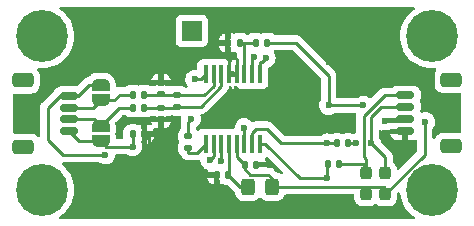
<source format=gbr>
%TF.GenerationSoftware,KiCad,Pcbnew,(6.0.4-0)*%
%TF.CreationDate,2022-07-19T08:11:49-06:00*%
%TF.ProjectId,two-wire-single,74776f2d-7769-4726-952d-73696e676c65,rev?*%
%TF.SameCoordinates,Original*%
%TF.FileFunction,Copper,L1,Top*%
%TF.FilePolarity,Positive*%
%FSLAX46Y46*%
G04 Gerber Fmt 4.6, Leading zero omitted, Abs format (unit mm)*
G04 Created by KiCad (PCBNEW (6.0.4-0)) date 2022-07-19 08:11:49*
%MOMM*%
%LPD*%
G01*
G04 APERTURE LIST*
G04 Aperture macros list*
%AMRoundRect*
0 Rectangle with rounded corners*
0 $1 Rounding radius*
0 $2 $3 $4 $5 $6 $7 $8 $9 X,Y pos of 4 corners*
0 Add a 4 corners polygon primitive as box body*
4,1,4,$2,$3,$4,$5,$6,$7,$8,$9,$2,$3,0*
0 Add four circle primitives for the rounded corners*
1,1,$1+$1,$2,$3*
1,1,$1+$1,$4,$5*
1,1,$1+$1,$6,$7*
1,1,$1+$1,$8,$9*
0 Add four rect primitives between the rounded corners*
20,1,$1+$1,$2,$3,$4,$5,0*
20,1,$1+$1,$4,$5,$6,$7,0*
20,1,$1+$1,$6,$7,$8,$9,0*
20,1,$1+$1,$8,$9,$2,$3,0*%
%AMFreePoly0*
4,1,22,0.500000,-0.750000,0.000000,-0.750000,0.000000,-0.745033,-0.079941,-0.743568,-0.215256,-0.701293,-0.333266,-0.622738,-0.424486,-0.514219,-0.481581,-0.384460,-0.499164,-0.250000,-0.500000,-0.250000,-0.500000,0.250000,-0.499164,0.250000,-0.499963,0.256109,-0.478152,0.396186,-0.417904,0.524511,-0.324060,0.630769,-0.204165,0.706417,-0.067858,0.745374,0.000000,0.744959,0.000000,0.750000,
0.500000,0.750000,0.500000,-0.750000,0.500000,-0.750000,$1*%
%AMFreePoly1*
4,1,20,0.000000,0.744959,0.073905,0.744508,0.209726,0.703889,0.328688,0.626782,0.421226,0.519385,0.479903,0.390333,0.500000,0.250000,0.500000,-0.250000,0.499851,-0.262216,0.476331,-0.402017,0.414519,-0.529596,0.319384,-0.634700,0.198574,-0.708877,0.061801,-0.746166,0.000000,-0.745033,0.000000,-0.750000,-0.500000,-0.750000,-0.500000,0.750000,0.000000,0.750000,0.000000,0.744959,
0.000000,0.744959,$1*%
G04 Aperture macros list end*
%TA.AperFunction,ComponentPad*%
%ADD10C,0.700000*%
%TD*%
%TA.AperFunction,ComponentPad*%
%ADD11C,4.400000*%
%TD*%
%TA.AperFunction,SMDPad,CuDef*%
%ADD12RoundRect,0.147500X-0.147500X-0.172500X0.147500X-0.172500X0.147500X0.172500X-0.147500X0.172500X0*%
%TD*%
%TA.AperFunction,SMDPad,CuDef*%
%ADD13RoundRect,0.147500X0.147500X0.172500X-0.147500X0.172500X-0.147500X-0.172500X0.147500X-0.172500X0*%
%TD*%
%TA.AperFunction,SMDPad,CuDef*%
%ADD14RoundRect,0.250000X0.325000X0.450000X-0.325000X0.450000X-0.325000X-0.450000X0.325000X-0.450000X0*%
%TD*%
%TA.AperFunction,SMDPad,CuDef*%
%ADD15RoundRect,0.147500X-0.172500X0.147500X-0.172500X-0.147500X0.172500X-0.147500X0.172500X0.147500X0*%
%TD*%
%TA.AperFunction,SMDPad,CuDef*%
%ADD16RoundRect,0.147500X0.172500X-0.147500X0.172500X0.147500X-0.172500X0.147500X-0.172500X-0.147500X0*%
%TD*%
%TA.AperFunction,SMDPad,CuDef*%
%ADD17R,0.450000X1.500000*%
%TD*%
%TA.AperFunction,SMDPad,CuDef*%
%ADD18RoundRect,0.150000X-0.625000X0.150000X-0.625000X-0.150000X0.625000X-0.150000X0.625000X0.150000X0*%
%TD*%
%TA.AperFunction,SMDPad,CuDef*%
%ADD19RoundRect,0.250000X-0.650000X0.350000X-0.650000X-0.350000X0.650000X-0.350000X0.650000X0.350000X0*%
%TD*%
%TA.AperFunction,SMDPad,CuDef*%
%ADD20FreePoly0,270.000000*%
%TD*%
%TA.AperFunction,SMDPad,CuDef*%
%ADD21FreePoly1,270.000000*%
%TD*%
%TA.AperFunction,SMDPad,CuDef*%
%ADD22RoundRect,0.237500X0.237500X-0.287500X0.237500X0.287500X-0.237500X0.287500X-0.237500X-0.287500X0*%
%TD*%
%TA.AperFunction,SMDPad,CuDef*%
%ADD23RoundRect,0.150000X0.625000X-0.150000X0.625000X0.150000X-0.625000X0.150000X-0.625000X-0.150000X0*%
%TD*%
%TA.AperFunction,SMDPad,CuDef*%
%ADD24RoundRect,0.250000X0.650000X-0.350000X0.650000X0.350000X-0.650000X0.350000X-0.650000X-0.350000X0*%
%TD*%
%TA.AperFunction,ComponentPad*%
%ADD25R,1.700000X1.700000*%
%TD*%
%TA.AperFunction,ViaPad*%
%ADD26C,0.600000*%
%TD*%
%TA.AperFunction,Conductor*%
%ADD27C,0.250000*%
%TD*%
G04 APERTURE END LIST*
D10*
%TO.P,MH1,1,Pin_1*%
%TO.N,GNDPWR*%
X101350000Y-84000000D03*
X103000000Y-82350000D03*
X104166726Y-85166726D03*
X104166726Y-82833274D03*
D11*
X103000000Y-84000000D03*
D10*
X104650000Y-84000000D03*
X101833274Y-82833274D03*
X101833274Y-85166726D03*
X103000000Y-85650000D03*
%TD*%
D11*
%TO.P,MH2,1,Pin_1*%
%TO.N,GNDPWR*%
X136000000Y-84000000D03*
D10*
X137166726Y-82833274D03*
X134350000Y-84000000D03*
X137650000Y-84000000D03*
X137166726Y-85166726D03*
X136000000Y-82350000D03*
X136000000Y-85650000D03*
X134833274Y-85166726D03*
X134833274Y-82833274D03*
%TD*%
%TO.P,MH3,1,Pin_1*%
%TO.N,GNDPWR*%
X101833274Y-98166726D03*
D11*
X103000000Y-97000000D03*
D10*
X104166726Y-98166726D03*
X101833274Y-95833274D03*
X104166726Y-95833274D03*
X103000000Y-95350000D03*
X104650000Y-97000000D03*
X101350000Y-97000000D03*
X103000000Y-98650000D03*
%TD*%
D11*
%TO.P,MH4,1,Pin_1*%
%TO.N,GNDPWR*%
X136000000Y-97000000D03*
D10*
X134833274Y-95833274D03*
X134350000Y-97000000D03*
X137650000Y-97000000D03*
X136000000Y-95350000D03*
X137166726Y-98166726D03*
X137166726Y-95833274D03*
X134833274Y-98166726D03*
X136000000Y-98650000D03*
%TD*%
D12*
%TO.P,R13,1*%
%TO.N,/Channel1/AIN1*%
X110683000Y-92300000D03*
%TO.P,R13,2*%
%TO.N,GND*%
X111653000Y-92300000D03*
%TD*%
D13*
%TO.P,R14,1*%
%TO.N,Net-(C10-Pad1)*%
X111650000Y-88950000D03*
%TO.P,R14,2*%
%TO.N,/Channel1/V+*%
X110680000Y-88950000D03*
%TD*%
%TO.P,R15,1*%
%TO.N,Net-(C10-Pad2)*%
X111635000Y-90050000D03*
%TO.P,R15,2*%
%TO.N,/Channel1/V-*%
X110665000Y-90050000D03*
%TD*%
D14*
%TO.P,L2,1*%
%TO.N,VD*%
X122475000Y-96750000D03*
%TO.P,L2,2*%
%TO.N,/Channel1/Vpower*%
X120425000Y-96750000D03*
%TD*%
D15*
%TO.P,C8,1*%
%TO.N,GND*%
X113050000Y-87965000D03*
%TO.P,C8,2*%
%TO.N,Net-(C10-Pad1)*%
X113050000Y-88935000D03*
%TD*%
%TO.P,C9,1*%
%TO.N,Net-(C10-Pad2)*%
X113050000Y-90050000D03*
%TO.P,C9,2*%
%TO.N,GND*%
X113050000Y-91020000D03*
%TD*%
%TO.P,C10,1*%
%TO.N,Net-(C10-Pad1)*%
X114450000Y-88990000D03*
%TO.P,C10,2*%
%TO.N,Net-(C10-Pad2)*%
X114450000Y-89960000D03*
%TD*%
D16*
%TO.P,C11,1*%
%TO.N,Net-(C11-Pad1)*%
X115350000Y-93460000D03*
%TO.P,C11,2*%
%TO.N,Net-(C11-Pad2)*%
X115350000Y-92490000D03*
%TD*%
D12*
%TO.P,C17,1*%
%TO.N,VD*%
X120165000Y-94950000D03*
%TO.P,C17,2*%
%TO.N,GND*%
X121135000Y-94950000D03*
%TD*%
D17*
%TO.P,IC2,1,A0*%
%TO.N,/Channel1/A0*%
X121425000Y-87200000D03*
%TO.P,IC2,2,A1*%
%TO.N,/Channel1/A1*%
X120775000Y-87200000D03*
%TO.P,IC2,3,~{RESET}*%
%TO.N,Net-(C27-Pad2)*%
X120125000Y-87200000D03*
%TO.P,IC2,4,DGND*%
%TO.N,GND*%
X119475000Y-87200000D03*
%TO.P,IC2,5,AVSS*%
X118825000Y-87200000D03*
%TO.P,IC2,6,AIN3*%
%TO.N,Net-(C10-Pad2)*%
X118175000Y-87200000D03*
%TO.P,IC2,7,AIN2*%
%TO.N,Net-(C10-Pad1)*%
X117525000Y-87200000D03*
%TO.P,IC2,8,REFN*%
%TO.N,Net-(C11-Pad2)*%
X116875000Y-87200000D03*
%TO.P,IC2,9,REFP*%
%TO.N,Net-(C11-Pad1)*%
X116875000Y-93100000D03*
%TO.P,IC2,10,AIN1*%
%TO.N,/Channel1/AIN1*%
X117525000Y-93100000D03*
%TO.P,IC2,11,AIN0*%
%TO.N,/Channel1/AIN0*%
X118175000Y-93100000D03*
%TO.P,IC2,12,AVDD*%
%TO.N,/Channel1/Vpower*%
X118825000Y-93100000D03*
%TO.P,IC2,13,DVDD*%
%TO.N,VD*%
X119475000Y-93100000D03*
%TO.P,IC2,14,~{DRDY}*%
%TO.N,/Channel1/~{DRDY}*%
X120125000Y-93100000D03*
%TO.P,IC2,15,SDA*%
%TO.N,/Channel1/sda*%
X120775000Y-93100000D03*
%TO.P,IC2,16,SCL*%
%TO.N,/Channel1/scl*%
X121425000Y-93100000D03*
%TD*%
D12*
%TO.P,C27,1*%
%TO.N,GND*%
X118765000Y-84550000D03*
%TO.P,C27,2*%
%TO.N,Net-(C27-Pad2)*%
X119735000Y-84550000D03*
%TD*%
D13*
%TO.P,R23,1*%
%TO.N,VD*%
X122035000Y-84550000D03*
%TO.P,R23,2*%
%TO.N,Net-(C27-Pad2)*%
X121065000Y-84550000D03*
%TD*%
D12*
%TO.P,C18,1*%
%TO.N,GND*%
X117780000Y-95750000D03*
%TO.P,C18,2*%
%TO.N,/Channel1/Vpower*%
X118750000Y-95750000D03*
%TD*%
D18*
%TO.P,J1,1,Pin_1*%
%TO.N,/Channel1/AIN0*%
X105250000Y-89050000D03*
%TO.P,J1,2,Pin_2*%
%TO.N,/Channel1/V+*%
X105250000Y-90050000D03*
%TO.P,J1,3,Pin_3*%
%TO.N,/Channel1/V-*%
X105250000Y-91050000D03*
%TO.P,J1,4,Pin_4*%
%TO.N,/Channel1/AIN1*%
X105250000Y-92050000D03*
D19*
%TO.P,J1,MP*%
%TO.N,N/C*%
X101375000Y-93350000D03*
X101375000Y-87750000D03*
%TD*%
D20*
%TO.P,JP1,1,1*%
%TO.N,/Channel1/AIN0*%
X107950000Y-88100000D03*
D21*
%TO.P,JP1,2,2*%
%TO.N,/Channel1/V+*%
X107950000Y-89400000D03*
%TD*%
D20*
%TO.P,JP2,1,1*%
%TO.N,/Channel1/V-*%
X107950000Y-91600000D03*
D21*
%TO.P,JP2,2,2*%
%TO.N,/Channel1/AIN1*%
X107950000Y-92900000D03*
%TD*%
D22*
%TO.P,R1,1*%
%TO.N,VD*%
X132050000Y-97375000D03*
%TO.P,R1,2*%
%TO.N,/sda-tx*%
X132050000Y-95625000D03*
%TD*%
%TO.P,R2,1*%
%TO.N,VD*%
X130400000Y-97375000D03*
%TO.P,R2,2*%
%TO.N,/scl-rx*%
X130400000Y-95625000D03*
%TD*%
D23*
%TO.P,J2,1,gnd*%
%TO.N,GND*%
X133750000Y-92000000D03*
%TO.P,J2,2,VCC*%
%TO.N,VD*%
X133750000Y-91000000D03*
%TO.P,J2,3,SDA*%
%TO.N,/sda-tx*%
X133750000Y-90000000D03*
%TO.P,J2,4,SCL*%
%TO.N,/scl-rx*%
X133750000Y-89000000D03*
D24*
%TO.P,J2,MP*%
%TO.N,N/C*%
X137625000Y-87700000D03*
X137625000Y-93300000D03*
%TD*%
D25*
%TO.P,J3,1,Pin_1*%
%TO.N,/Channel1/~{DRDY}*%
X115650000Y-83550000D03*
%TD*%
D13*
%TO.P,R3,1*%
%TO.N,/scl-rx*%
X128150000Y-94850000D03*
%TO.P,R3,2*%
%TO.N,/Channel1/scl*%
X127180000Y-94850000D03*
%TD*%
D12*
%TO.P,R4,1*%
%TO.N,/Channel1/sda*%
X127930000Y-93050000D03*
%TO.P,R4,2*%
%TO.N,/sda-tx*%
X128900000Y-93050000D03*
%TD*%
D26*
%TO.N,GND*%
X127250000Y-86150000D03*
X120750000Y-90250000D03*
X112050000Y-93550000D03*
X132050000Y-92200000D03*
X118750000Y-89250000D03*
X122250000Y-94950000D03*
X113050000Y-92050000D03*
%TO.N,/Channel1/AIN1*%
X117201808Y-94501808D03*
X110650000Y-93350000D03*
%TO.N,/Channel1/AIN0*%
X108350000Y-94050000D03*
X118150000Y-94550000D03*
%TO.N,VD*%
X132000000Y-91200000D03*
X127250000Y-89850000D03*
X135450000Y-91250000D03*
X130200000Y-89850000D03*
%TO.N,Net-(C11-Pad2)*%
X115925000Y-87650000D03*
X115625000Y-90975000D03*
%TO.N,/Channel1/A1*%
X120968090Y-85773551D03*
%TO.N,/Channel1/A0*%
X121950000Y-85850000D03*
%TO.N,/Channel1/~{DRDY}*%
X120100000Y-91750000D03*
%TO.N,/sda-tx*%
X129600010Y-93050000D03*
X130850010Y-93050000D03*
%TO.N,/Channel1/sda*%
X127150000Y-93050000D03*
%TO.N,/Channel1/scl*%
X127150000Y-96050000D03*
%TD*%
D27*
%TO.N,GND*%
X133750000Y-92000000D02*
X132250000Y-92000000D01*
X119350000Y-85825000D02*
X119475000Y-85950000D01*
X113050000Y-91020000D02*
X113050000Y-92050000D01*
X118800000Y-85925000D02*
X118900000Y-85825000D01*
X118900000Y-85825000D02*
X118765000Y-85690000D01*
X112043000Y-93543000D02*
X112050000Y-93550000D01*
X119475000Y-85950000D02*
X119475000Y-87200000D01*
X129950000Y-88850000D02*
X127250000Y-86150000D01*
X118825000Y-86200000D02*
X118800000Y-86175000D01*
X132250000Y-92000000D02*
X132050000Y-92200000D01*
X118825000Y-87200000D02*
X118825000Y-86200000D01*
X118765000Y-85690000D02*
X118765000Y-84550000D01*
X112043000Y-92300000D02*
X112043000Y-93543000D01*
X118900000Y-85825000D02*
X119350000Y-85825000D01*
X111750000Y-92593000D02*
X112043000Y-92300000D01*
X118800000Y-86175000D02*
X118800000Y-85925000D01*
X132100000Y-92250000D02*
X132050000Y-92200000D01*
X122250000Y-94950000D02*
X121135000Y-94950000D01*
%TO.N,/Channel1/V+*%
X109100000Y-89400000D02*
X109550000Y-88950000D01*
X107950000Y-89400000D02*
X109100000Y-89400000D01*
X107300000Y-90050000D02*
X107950000Y-89400000D01*
X109550000Y-88950000D02*
X110680000Y-88950000D01*
X105250000Y-90050000D02*
X107300000Y-90050000D01*
%TO.N,/Channel1/AIN1*%
X110683000Y-92300000D02*
X110683000Y-93317000D01*
X110650000Y-93350000D02*
X108400000Y-93350000D01*
X108400000Y-93350000D02*
X107950000Y-92900000D01*
X117525000Y-94178616D02*
X117201808Y-94501808D01*
X105250000Y-92050000D02*
X106100000Y-92900000D01*
X117525000Y-93100000D02*
X117525000Y-94178616D01*
X110683000Y-93317000D02*
X110650000Y-93350000D01*
X106100000Y-92900000D02*
X107950000Y-92900000D01*
%TO.N,/Channel1/AIN0*%
X103450000Y-92750000D02*
X103450000Y-90075000D01*
X104475000Y-89050000D02*
X105250000Y-89050000D01*
X107202408Y-88100000D02*
X107950000Y-88100000D01*
X104750000Y-94050000D02*
X103450000Y-92750000D01*
X118175000Y-93100000D02*
X118175000Y-94525000D01*
X106975000Y-88100000D02*
X107202408Y-88100000D01*
X108350000Y-94050000D02*
X104750000Y-94050000D01*
X106025000Y-89050000D02*
X106975000Y-88100000D01*
X105250000Y-89050000D02*
X106025000Y-89050000D01*
X103450000Y-90075000D02*
X104475000Y-89050000D01*
X118175000Y-94525000D02*
X118150000Y-94550000D01*
%TO.N,/Channel1/V-*%
X107950000Y-91600000D02*
X109500000Y-90050000D01*
X107400000Y-91050000D02*
X107950000Y-91600000D01*
X105250000Y-91050000D02*
X107400000Y-91050000D01*
X109500000Y-90050000D02*
X110665000Y-90050000D01*
%TO.N,/Channel1/Vpower*%
X118825000Y-93100000D02*
X118825000Y-95675000D01*
X120425000Y-96750000D02*
X119750000Y-96750000D01*
X119750000Y-96750000D02*
X118750000Y-95750000D01*
%TO.N,VD*%
X122475000Y-96050000D02*
X122475000Y-96750000D01*
X122149990Y-95724990D02*
X122475000Y-96050000D01*
X127250000Y-89850000D02*
X127250000Y-87340000D01*
X122035000Y-84550000D02*
X124460000Y-84550000D01*
X120165000Y-95270000D02*
X120619990Y-95724990D01*
X132050000Y-97375000D02*
X132050000Y-96850000D01*
X127250000Y-89850000D02*
X130200000Y-89850000D01*
X133750000Y-91000000D02*
X132200000Y-91000000D01*
X135400000Y-94025000D02*
X135400000Y-91300000D01*
X120619990Y-95724990D02*
X122149990Y-95724990D01*
X132200000Y-91000000D02*
X132000000Y-91200000D01*
X132000000Y-91200000D02*
X133700000Y-91200000D01*
X122475000Y-96750000D02*
X130400000Y-96750000D01*
X119475000Y-93100000D02*
X119475000Y-94260000D01*
X135400000Y-91300000D02*
X135450000Y-91250000D01*
X132050000Y-97375000D02*
X135400000Y-94025000D01*
X119475000Y-94260000D02*
X120165000Y-94950000D01*
X120165000Y-94950000D02*
X120165000Y-95270000D01*
X132050000Y-96850000D02*
X131950000Y-96750000D01*
X130400000Y-96750000D02*
X131950000Y-96750000D01*
X130400000Y-97375000D02*
X130400000Y-96750000D01*
X124460000Y-84550000D02*
X127250000Y-87340000D01*
%TO.N,Net-(C10-Pad1)*%
X117525000Y-88200000D02*
X116735000Y-88990000D01*
X116735000Y-88990000D02*
X114450000Y-88990000D01*
X111650000Y-88950000D02*
X114410000Y-88950000D01*
X117525000Y-88200000D02*
X117525000Y-87200000D01*
%TO.N,Net-(C10-Pad2)*%
X114450000Y-89960000D02*
X116415000Y-89960000D01*
X118175000Y-88200000D02*
X118175000Y-87200000D01*
X111635000Y-90050000D02*
X114360000Y-90050000D01*
X116415000Y-89960000D02*
X118175000Y-88200000D01*
%TO.N,Net-(C11-Pad2)*%
X115350000Y-91250000D02*
X115625000Y-90975000D01*
X115350000Y-91950000D02*
X115350000Y-91250000D01*
X115350000Y-92490000D02*
X115350000Y-91950000D01*
X115925000Y-87650000D02*
X116425000Y-87650000D01*
X116425000Y-87650000D02*
X116875000Y-87200000D01*
X115350000Y-92100000D02*
X115350000Y-91950000D01*
%TO.N,Net-(C11-Pad1)*%
X116125000Y-93850000D02*
X116875000Y-93100000D01*
X115350000Y-93850000D02*
X115350000Y-93460000D01*
X115350000Y-93850000D02*
X116125000Y-93850000D01*
%TO.N,Net-(C27-Pad2)*%
X121065000Y-84550000D02*
X119735000Y-84550000D01*
X120125000Y-84645000D02*
X120030000Y-84550000D01*
X120125000Y-87200000D02*
X120125000Y-84645000D01*
X120030000Y-84550000D02*
X119735000Y-84550000D01*
%TO.N,/Channel1/A1*%
X120775000Y-85966641D02*
X120775000Y-87200000D01*
X120775000Y-85966641D02*
X120968090Y-85773551D01*
%TO.N,/Channel1/A0*%
X121950000Y-85850000D02*
X121650001Y-86149999D01*
X121650001Y-86149999D02*
X121475001Y-86149999D01*
X121425000Y-86200000D02*
X121425000Y-87200000D01*
X121475001Y-86149999D02*
X121425000Y-86200000D01*
%TO.N,/Channel1/~{DRDY}*%
X120125000Y-91775000D02*
X120100000Y-91750000D01*
X120125000Y-93100000D02*
X120125000Y-91775000D01*
%TO.N,/scl-rx*%
X130225010Y-90774990D02*
X130225010Y-94224990D01*
X133750000Y-89000000D02*
X132000000Y-89000000D01*
X130400000Y-94399980D02*
X130400000Y-95625000D01*
X130225010Y-94224990D02*
X130400000Y-94399980D01*
X128150000Y-94850000D02*
X130150000Y-94850000D01*
X132000000Y-89000000D02*
X130225010Y-90774990D01*
X130150000Y-94850000D02*
X130400000Y-95100000D01*
%TO.N,/sda-tx*%
X133750000Y-90000000D02*
X131725020Y-90000000D01*
X130850010Y-90875010D02*
X131725020Y-90000000D01*
X128900000Y-93050000D02*
X129600010Y-93050000D01*
X132050000Y-94249990D02*
X132050000Y-95625000D01*
X130850010Y-90875010D02*
X130850010Y-93050000D01*
X130850010Y-93050000D02*
X132050000Y-94249990D01*
%TO.N,/Channel1/sda*%
X121114998Y-91850000D02*
X122050000Y-91850000D01*
X127930000Y-93050000D02*
X127150000Y-93050000D01*
X120775000Y-92189998D02*
X121114998Y-91850000D01*
X123250000Y-93050000D02*
X127150000Y-93050000D01*
X120775000Y-93100000D02*
X120775000Y-92189998D01*
X122050000Y-91850000D02*
X123250000Y-93050000D01*
%TO.N,/Channel1/scl*%
X127150000Y-96050000D02*
X127150000Y-94880000D01*
X121425000Y-93100000D02*
X121900000Y-93100000D01*
X124850000Y-96050000D02*
X127150000Y-96050000D01*
X121900000Y-93100000D02*
X124850000Y-96050000D01*
%TD*%
%TA.AperFunction,Conductor*%
%TO.N,GND*%
G36*
X110066706Y-90703502D02*
G01*
X110087679Y-90720404D01*
X110112237Y-90744962D01*
X110119057Y-90748996D01*
X110119058Y-90748996D01*
X110180001Y-90785037D01*
X110254900Y-90829332D01*
X110262511Y-90831543D01*
X110262513Y-90831544D01*
X110281830Y-90837156D01*
X110414063Y-90875573D01*
X110420468Y-90876077D01*
X110420473Y-90876078D01*
X110448797Y-90878307D01*
X110448805Y-90878307D01*
X110451253Y-90878500D01*
X110664870Y-90878500D01*
X110878746Y-90878499D01*
X110915937Y-90875573D01*
X111048170Y-90837156D01*
X111067487Y-90831544D01*
X111067489Y-90831543D01*
X111075100Y-90829332D01*
X111085860Y-90822968D01*
X111154674Y-90805508D01*
X111214139Y-90822968D01*
X111224900Y-90829332D01*
X111232511Y-90831543D01*
X111232513Y-90831544D01*
X111251830Y-90837156D01*
X111384063Y-90875573D01*
X111390468Y-90876077D01*
X111390473Y-90876078D01*
X111418797Y-90878307D01*
X111418805Y-90878307D01*
X111421253Y-90878500D01*
X111634870Y-90878500D01*
X111848746Y-90878499D01*
X111885937Y-90875573D01*
X112018170Y-90837156D01*
X112037487Y-90831544D01*
X112037489Y-90831543D01*
X112045100Y-90829332D01*
X112051924Y-90825296D01*
X112051927Y-90825295D01*
X112133074Y-90777306D01*
X112201890Y-90759847D01*
X112227063Y-90765776D01*
X112230254Y-90766000D01*
X112515614Y-90766000D01*
X112579753Y-90783547D01*
X112608071Y-90800294D01*
X112608075Y-90800296D01*
X112614900Y-90804332D01*
X112622511Y-90806543D01*
X112622513Y-90806544D01*
X112673196Y-90821268D01*
X112774063Y-90850573D01*
X112780468Y-90851077D01*
X112780473Y-90851078D01*
X112808797Y-90853307D01*
X112808805Y-90853307D01*
X112811253Y-90853500D01*
X113049855Y-90853500D01*
X113288746Y-90853499D01*
X113325937Y-90850573D01*
X113424017Y-90822078D01*
X113477487Y-90806544D01*
X113477489Y-90806543D01*
X113485100Y-90804332D01*
X113491925Y-90800296D01*
X113491929Y-90800294D01*
X113520247Y-90783547D01*
X113584386Y-90766000D01*
X113856048Y-90766000D01*
X113871287Y-90761525D01*
X113880384Y-90751027D01*
X113940109Y-90712642D01*
X114011106Y-90712641D01*
X114013512Y-90713511D01*
X114014900Y-90714332D01*
X114174063Y-90760573D01*
X114180468Y-90761077D01*
X114180473Y-90761078D01*
X114208797Y-90763307D01*
X114208805Y-90763307D01*
X114211253Y-90763500D01*
X114303530Y-90763500D01*
X114678439Y-90763499D01*
X114746560Y-90783501D01*
X114793053Y-90837156D01*
X114803157Y-90907430D01*
X114794077Y-90939538D01*
X114786140Y-90957881D01*
X114782827Y-90965536D01*
X114777609Y-90976187D01*
X114756305Y-91014940D01*
X114754334Y-91022615D01*
X114754334Y-91022616D01*
X114751267Y-91034562D01*
X114744863Y-91053266D01*
X114736819Y-91071855D01*
X114735580Y-91079678D01*
X114735577Y-91079688D01*
X114729901Y-91115524D01*
X114727495Y-91127144D01*
X114716500Y-91169970D01*
X114716500Y-91190224D01*
X114714949Y-91209934D01*
X114711780Y-91229943D01*
X114712526Y-91237835D01*
X114715941Y-91273961D01*
X114716500Y-91285819D01*
X114716500Y-91823585D01*
X114696498Y-91891706D01*
X114679595Y-91912680D01*
X114655038Y-91937237D01*
X114651004Y-91944057D01*
X114651004Y-91944058D01*
X114580233Y-92063726D01*
X114570668Y-92079900D01*
X114568457Y-92087511D01*
X114568456Y-92087513D01*
X114564828Y-92100000D01*
X114524427Y-92239063D01*
X114523923Y-92245468D01*
X114523922Y-92245473D01*
X114521787Y-92272603D01*
X114521500Y-92276253D01*
X114521501Y-92703746D01*
X114524427Y-92740937D01*
X114543910Y-92807999D01*
X114565884Y-92883632D01*
X114570668Y-92900100D01*
X114577032Y-92910860D01*
X114594492Y-92979674D01*
X114577032Y-93039139D01*
X114570668Y-93049900D01*
X114524427Y-93209063D01*
X114523923Y-93215468D01*
X114523922Y-93215473D01*
X114523531Y-93220446D01*
X114521500Y-93246253D01*
X114521501Y-93673746D01*
X114524427Y-93710937D01*
X114542273Y-93772364D01*
X114566241Y-93854861D01*
X114570668Y-93870100D01*
X114574703Y-93876923D01*
X114622128Y-93957114D01*
X114655038Y-94012763D01*
X114768752Y-94126477D01*
X114788569Y-94152870D01*
X114790448Y-94157617D01*
X114795102Y-94164023D01*
X114795105Y-94164028D01*
X114823458Y-94203052D01*
X114827901Y-94209589D01*
X114858000Y-94257018D01*
X114863778Y-94262444D01*
X114863779Y-94262445D01*
X114864007Y-94262659D01*
X114879688Y-94280446D01*
X114884528Y-94287107D01*
X114890637Y-94292161D01*
X114890638Y-94292162D01*
X114927796Y-94322903D01*
X114933730Y-94328134D01*
X114968898Y-94361158D01*
X114968901Y-94361160D01*
X114974679Y-94366586D01*
X114981903Y-94370558D01*
X115001506Y-94383881D01*
X115001746Y-94384080D01*
X115001753Y-94384084D01*
X115007856Y-94389133D01*
X115027794Y-94398515D01*
X115058676Y-94413047D01*
X115065708Y-94416629D01*
X115114940Y-94443695D01*
X115122615Y-94445665D01*
X115122621Y-94445668D01*
X115122919Y-94445744D01*
X115145228Y-94453776D01*
X115145503Y-94453906D01*
X115145511Y-94453909D01*
X115152682Y-94457283D01*
X115207849Y-94467806D01*
X115215558Y-94469529D01*
X115249551Y-94478257D01*
X115262293Y-94481529D01*
X115262294Y-94481529D01*
X115269970Y-94483500D01*
X115278207Y-94483500D01*
X115301816Y-94485732D01*
X115302119Y-94485790D01*
X115302123Y-94485790D01*
X115309906Y-94487275D01*
X115365951Y-94483749D01*
X115373862Y-94483500D01*
X116046233Y-94483500D01*
X116057416Y-94484027D01*
X116064909Y-94485702D01*
X116072835Y-94485453D01*
X116072836Y-94485453D01*
X116132986Y-94483562D01*
X116136945Y-94483500D01*
X116164856Y-94483500D01*
X116168791Y-94483003D01*
X116168856Y-94482995D01*
X116180693Y-94482062D01*
X116212951Y-94481048D01*
X116216970Y-94480922D01*
X116224889Y-94480673D01*
X116237071Y-94477134D01*
X116308066Y-94477335D01*
X116367683Y-94515888D01*
X116397624Y-94585834D01*
X116405971Y-94670968D01*
X116463226Y-94843081D01*
X116466873Y-94849103D01*
X116466874Y-94849105D01*
X116537360Y-94965491D01*
X116557188Y-94998232D01*
X116562077Y-95003295D01*
X116562078Y-95003296D01*
X116577140Y-95018893D01*
X116683190Y-95128710D01*
X116689086Y-95132568D01*
X116813269Y-95213831D01*
X116834967Y-95228030D01*
X116841571Y-95230486D01*
X116841573Y-95230487D01*
X116920576Y-95259868D01*
X116977452Y-95302360D01*
X117002326Y-95368857D01*
X116997653Y-95413118D01*
X116981721Y-95467957D01*
X116979771Y-95478635D01*
X116982795Y-95493031D01*
X116994258Y-95496000D01*
X117820500Y-95496000D01*
X117888621Y-95516002D01*
X117935114Y-95569658D01*
X117946500Y-95622000D01*
X117946501Y-95810634D01*
X117946501Y-95988746D01*
X117949427Y-96025937D01*
X117995668Y-96185100D01*
X117999704Y-96191925D01*
X117999706Y-96191929D01*
X118016453Y-96220247D01*
X118034000Y-96284386D01*
X118034000Y-96556048D01*
X118037973Y-96569579D01*
X118045871Y-96570714D01*
X118182287Y-96531082D01*
X118196724Y-96524834D01*
X118200372Y-96522677D01*
X118203603Y-96521857D01*
X118203999Y-96521686D01*
X118204027Y-96521750D01*
X118269189Y-96505219D01*
X118328645Y-96522677D01*
X118333071Y-96525294D01*
X118333075Y-96525296D01*
X118339900Y-96529332D01*
X118347511Y-96531543D01*
X118347513Y-96531544D01*
X118398196Y-96546268D01*
X118499063Y-96575573D01*
X118505468Y-96576077D01*
X118505473Y-96576078D01*
X118533797Y-96578307D01*
X118533805Y-96578307D01*
X118536253Y-96578500D01*
X118630406Y-96578500D01*
X118698527Y-96598502D01*
X118719501Y-96615405D01*
X119246343Y-97142247D01*
X119253887Y-97150537D01*
X119258000Y-97157018D01*
X119263777Y-97162443D01*
X119305551Y-97201671D01*
X119341516Y-97262883D01*
X119344625Y-97280518D01*
X119350755Y-97339594D01*
X119352474Y-97356166D01*
X119354655Y-97362702D01*
X119354655Y-97362704D01*
X119370926Y-97411473D01*
X119408450Y-97523946D01*
X119501522Y-97674348D01*
X119626697Y-97799305D01*
X119632927Y-97803145D01*
X119632928Y-97803146D01*
X119770090Y-97887694D01*
X119777262Y-97892115D01*
X119857005Y-97918564D01*
X119938611Y-97945632D01*
X119938613Y-97945632D01*
X119945139Y-97947797D01*
X119951975Y-97948497D01*
X119951978Y-97948498D01*
X119995031Y-97952909D01*
X120049600Y-97958500D01*
X120800400Y-97958500D01*
X120803646Y-97958163D01*
X120803650Y-97958163D01*
X120899308Y-97948238D01*
X120899312Y-97948237D01*
X120906166Y-97947526D01*
X120912702Y-97945345D01*
X120912704Y-97945345D01*
X121044806Y-97901272D01*
X121073946Y-97891550D01*
X121224348Y-97798478D01*
X121349305Y-97673303D01*
X121351906Y-97669084D01*
X121409030Y-97628583D01*
X121479953Y-97625351D01*
X121541365Y-97660976D01*
X121547922Y-97668530D01*
X121551522Y-97674348D01*
X121676697Y-97799305D01*
X121682927Y-97803145D01*
X121682928Y-97803146D01*
X121820090Y-97887694D01*
X121827262Y-97892115D01*
X121907005Y-97918564D01*
X121988611Y-97945632D01*
X121988613Y-97945632D01*
X121995139Y-97947797D01*
X122001975Y-97948497D01*
X122001978Y-97948498D01*
X122045031Y-97952909D01*
X122099600Y-97958500D01*
X122850400Y-97958500D01*
X122853646Y-97958163D01*
X122853650Y-97958163D01*
X122949308Y-97948238D01*
X122949312Y-97948237D01*
X122956166Y-97947526D01*
X122962702Y-97945345D01*
X122962704Y-97945345D01*
X123094806Y-97901272D01*
X123123946Y-97891550D01*
X123274348Y-97798478D01*
X123399305Y-97673303D01*
X123428863Y-97625351D01*
X123488275Y-97528968D01*
X123488276Y-97528966D01*
X123492115Y-97522738D01*
X123509663Y-97469832D01*
X123550094Y-97411473D01*
X123615658Y-97384236D01*
X123629256Y-97383500D01*
X129290500Y-97383500D01*
X129358621Y-97403502D01*
X129405114Y-97457158D01*
X129416500Y-97509500D01*
X129416500Y-97712072D01*
X129416837Y-97715318D01*
X129416837Y-97715322D01*
X129425950Y-97803146D01*
X129427293Y-97816093D01*
X129429474Y-97822629D01*
X129429474Y-97822631D01*
X129464917Y-97928867D01*
X129482346Y-97981107D01*
X129573884Y-98129031D01*
X129579066Y-98134204D01*
X129691816Y-98246758D01*
X129691821Y-98246762D01*
X129696997Y-98251929D01*
X129703227Y-98255769D01*
X129703228Y-98255770D01*
X129791900Y-98310428D01*
X129845080Y-98343209D01*
X130010191Y-98397974D01*
X130017027Y-98398674D01*
X130017030Y-98398675D01*
X130068526Y-98403951D01*
X130112928Y-98408500D01*
X130687072Y-98408500D01*
X130690318Y-98408163D01*
X130690322Y-98408163D01*
X130784235Y-98398419D01*
X130784239Y-98398418D01*
X130791093Y-98397707D01*
X130797629Y-98395526D01*
X130797631Y-98395526D01*
X130930395Y-98351232D01*
X130956107Y-98342654D01*
X131018932Y-98303777D01*
X131097805Y-98254969D01*
X131097806Y-98254968D01*
X131104031Y-98251116D01*
X131135879Y-98219213D01*
X131198159Y-98185134D01*
X131268979Y-98190137D01*
X131314067Y-98219057D01*
X131340041Y-98244985D01*
X131346997Y-98251929D01*
X131353227Y-98255769D01*
X131353228Y-98255770D01*
X131441900Y-98310428D01*
X131495080Y-98343209D01*
X131660191Y-98397974D01*
X131667027Y-98398674D01*
X131667030Y-98398675D01*
X131718526Y-98403951D01*
X131762928Y-98408500D01*
X132337072Y-98408500D01*
X132340318Y-98408163D01*
X132340322Y-98408163D01*
X132434235Y-98398419D01*
X132434239Y-98398418D01*
X132441093Y-98397707D01*
X132447629Y-98395526D01*
X132447631Y-98395526D01*
X132580395Y-98351232D01*
X132606107Y-98342654D01*
X132754031Y-98251116D01*
X132769963Y-98235156D01*
X132871758Y-98133184D01*
X132871762Y-98133179D01*
X132876929Y-98128003D01*
X132950603Y-98008482D01*
X132964369Y-97986150D01*
X132964370Y-97986148D01*
X132968209Y-97979920D01*
X133022974Y-97814809D01*
X133024253Y-97802332D01*
X133033172Y-97715271D01*
X133033500Y-97712072D01*
X133033500Y-97339594D01*
X133053502Y-97271473D01*
X133070405Y-97250499D01*
X133089843Y-97231061D01*
X133152155Y-97197035D01*
X133222970Y-97202100D01*
X133279806Y-97244647D01*
X133303118Y-97298818D01*
X133341802Y-97523946D01*
X133358241Y-97619619D01*
X133359329Y-97623258D01*
X133359330Y-97623261D01*
X133438587Y-97888275D01*
X133451814Y-97932504D01*
X133453327Y-97935975D01*
X133453329Y-97935981D01*
X133537022Y-98128003D01*
X133582297Y-98231881D01*
X133584220Y-98235152D01*
X133584222Y-98235156D01*
X133626584Y-98307215D01*
X133747802Y-98513414D01*
X133750103Y-98516429D01*
X133943631Y-98770012D01*
X133943636Y-98770017D01*
X133945931Y-98773025D01*
X134173814Y-99006953D01*
X134246635Y-99065607D01*
X134425196Y-99209431D01*
X134425201Y-99209435D01*
X134428149Y-99211809D01*
X134431371Y-99213818D01*
X134431376Y-99213822D01*
X134503156Y-99258588D01*
X134550373Y-99311607D01*
X134561429Y-99381738D01*
X134532815Y-99446713D01*
X134473615Y-99485903D01*
X134436480Y-99491500D01*
X104570222Y-99491500D01*
X104502101Y-99471498D01*
X104455608Y-99417842D01*
X104445504Y-99347568D01*
X104474998Y-99282988D01*
X104499890Y-99261085D01*
X104501601Y-99260091D01*
X104504623Y-99257810D01*
X104504627Y-99257807D01*
X104759221Y-99065607D01*
X104759222Y-99065606D01*
X104762245Y-99063324D01*
X104997363Y-98836670D01*
X105203549Y-98583410D01*
X105255429Y-98501185D01*
X105375788Y-98310428D01*
X105375790Y-98310425D01*
X105377815Y-98307215D01*
X105402568Y-98254969D01*
X105461754Y-98130040D01*
X105517638Y-98012084D01*
X105525894Y-97987338D01*
X105619790Y-97705897D01*
X105619792Y-97705891D01*
X105620992Y-97702293D01*
X105686381Y-97382329D01*
X105687978Y-97362704D01*
X105712674Y-97059061D01*
X105712856Y-97056826D01*
X105713451Y-97000000D01*
X105693798Y-96674015D01*
X105675820Y-96575573D01*
X105635805Y-96356473D01*
X105635804Y-96356469D01*
X105635125Y-96352751D01*
X105629013Y-96333065D01*
X105539404Y-96044477D01*
X105538282Y-96040863D01*
X105528856Y-96019840D01*
X116979492Y-96019840D01*
X116981721Y-96032043D01*
X117023918Y-96177287D01*
X117030166Y-96191724D01*
X117106399Y-96320627D01*
X117116048Y-96333065D01*
X117221935Y-96438952D01*
X117234373Y-96448601D01*
X117363276Y-96524834D01*
X117377713Y-96531082D01*
X117508605Y-96569109D01*
X117522705Y-96569069D01*
X117526000Y-96561799D01*
X117526000Y-96022115D01*
X117521525Y-96006876D01*
X117520135Y-96005671D01*
X117512452Y-96004000D01*
X116996319Y-96004000D01*
X116981524Y-96008344D01*
X116979492Y-96019840D01*
X105528856Y-96019840D01*
X105404670Y-95742869D01*
X105236226Y-95463084D01*
X105233899Y-95460100D01*
X105233894Y-95460093D01*
X105037726Y-95208558D01*
X105037724Y-95208556D01*
X105035390Y-95205563D01*
X104805070Y-94974034D01*
X104721877Y-94908450D01*
X104680764Y-94850569D01*
X104677470Y-94779649D01*
X104713042Y-94718206D01*
X104776185Y-94685749D01*
X104799883Y-94683500D01*
X107803903Y-94683500D01*
X107872896Y-94704068D01*
X107949297Y-94754063D01*
X107983159Y-94776222D01*
X107989763Y-94778678D01*
X107989765Y-94778679D01*
X108146558Y-94836990D01*
X108146560Y-94836990D01*
X108153168Y-94839448D01*
X108236514Y-94850569D01*
X108325980Y-94862507D01*
X108325984Y-94862507D01*
X108332961Y-94863438D01*
X108339972Y-94862800D01*
X108339976Y-94862800D01*
X108482459Y-94849832D01*
X108513600Y-94846998D01*
X108520302Y-94844820D01*
X108520304Y-94844820D01*
X108679409Y-94793124D01*
X108679412Y-94793123D01*
X108686108Y-94790947D01*
X108841912Y-94698069D01*
X108973266Y-94572982D01*
X109073643Y-94421902D01*
X109119116Y-94302195D01*
X109135555Y-94258920D01*
X109135556Y-94258918D01*
X109138055Y-94252338D01*
X109139785Y-94240032D01*
X109160594Y-94091964D01*
X109189882Y-94027290D01*
X109249486Y-93988717D01*
X109285368Y-93983500D01*
X110103903Y-93983500D01*
X110172896Y-94004068D01*
X110274672Y-94070668D01*
X110283159Y-94076222D01*
X110289763Y-94078678D01*
X110289765Y-94078679D01*
X110446558Y-94136990D01*
X110446560Y-94136990D01*
X110453168Y-94139448D01*
X110536995Y-94150633D01*
X110625980Y-94162507D01*
X110625984Y-94162507D01*
X110632961Y-94163438D01*
X110639972Y-94162800D01*
X110639976Y-94162800D01*
X110782459Y-94149832D01*
X110813600Y-94146998D01*
X110820302Y-94144820D01*
X110820304Y-94144820D01*
X110979409Y-94093124D01*
X110979412Y-94093123D01*
X110986108Y-94090947D01*
X111097696Y-94024427D01*
X111135860Y-94001677D01*
X111135862Y-94001676D01*
X111141912Y-93998069D01*
X111273266Y-93872982D01*
X111373643Y-93721902D01*
X111438055Y-93552338D01*
X111461959Y-93382251D01*
X111462748Y-93376639D01*
X111462748Y-93376636D01*
X111463299Y-93372717D01*
X111463616Y-93350000D01*
X111443397Y-93169745D01*
X111421216Y-93106048D01*
X111907000Y-93106048D01*
X111910973Y-93119579D01*
X111918871Y-93120714D01*
X112055287Y-93081082D01*
X112069724Y-93074834D01*
X112198627Y-92998601D01*
X112211065Y-92988952D01*
X112316952Y-92883065D01*
X112326601Y-92870627D01*
X112402834Y-92741724D01*
X112409082Y-92727287D01*
X112451279Y-92582043D01*
X112453229Y-92571365D01*
X112450205Y-92556969D01*
X112438742Y-92554000D01*
X111925115Y-92554000D01*
X111909876Y-92558475D01*
X111908671Y-92559865D01*
X111907000Y-92567548D01*
X111907000Y-93106048D01*
X111421216Y-93106048D01*
X111410346Y-93074834D01*
X111406009Y-93062381D01*
X111399000Y-93020944D01*
X111399000Y-92834386D01*
X111416547Y-92770247D01*
X111433294Y-92741929D01*
X111433296Y-92741925D01*
X111437332Y-92735100D01*
X111483573Y-92575937D01*
X111484077Y-92569532D01*
X111484078Y-92569527D01*
X111486307Y-92541203D01*
X111486307Y-92541195D01*
X111486500Y-92538747D01*
X111486499Y-92061254D01*
X111483874Y-92027885D01*
X111907000Y-92027885D01*
X111911475Y-92043124D01*
X111912865Y-92044329D01*
X111920548Y-92046000D01*
X112436681Y-92046000D01*
X112451476Y-92041656D01*
X112453508Y-92030160D01*
X112451279Y-92017954D01*
X112420453Y-91911850D01*
X112420656Y-91840854D01*
X112459210Y-91781238D01*
X112523875Y-91751930D01*
X112594120Y-91762235D01*
X112605596Y-91768249D01*
X112608276Y-91769834D01*
X112622713Y-91776082D01*
X112767957Y-91818279D01*
X112778635Y-91820229D01*
X112793031Y-91817205D01*
X112796000Y-91805742D01*
X112796000Y-91803681D01*
X113304000Y-91803681D01*
X113308344Y-91818476D01*
X113319840Y-91820508D01*
X113332043Y-91818279D01*
X113477287Y-91776082D01*
X113491724Y-91769834D01*
X113620627Y-91693601D01*
X113633065Y-91683952D01*
X113738952Y-91578065D01*
X113748601Y-91565627D01*
X113824834Y-91436724D01*
X113831082Y-91422287D01*
X113869109Y-91291395D01*
X113869069Y-91277295D01*
X113861799Y-91274000D01*
X113322115Y-91274000D01*
X113306876Y-91278475D01*
X113305671Y-91279865D01*
X113304000Y-91287548D01*
X113304000Y-91803681D01*
X112796000Y-91803681D01*
X112796000Y-91292115D01*
X112791525Y-91276876D01*
X112790135Y-91275671D01*
X112782452Y-91274000D01*
X112243952Y-91274000D01*
X112230421Y-91277973D01*
X112229286Y-91285872D01*
X112257547Y-91383150D01*
X112257344Y-91454146D01*
X112218790Y-91513762D01*
X112154125Y-91543070D01*
X112083880Y-91532765D01*
X112072404Y-91526751D01*
X112069724Y-91525166D01*
X112055287Y-91518918D01*
X111924395Y-91480891D01*
X111910295Y-91480931D01*
X111907000Y-91488201D01*
X111907000Y-92027885D01*
X111483874Y-92027885D01*
X111483573Y-92024063D01*
X111445120Y-91891706D01*
X111439544Y-91872513D01*
X111439543Y-91872511D01*
X111437332Y-91864900D01*
X111433296Y-91858075D01*
X111433294Y-91858071D01*
X111416547Y-91829753D01*
X111399000Y-91765614D01*
X111399000Y-91493952D01*
X111395027Y-91480421D01*
X111387129Y-91479286D01*
X111250713Y-91518918D01*
X111236276Y-91525166D01*
X111232628Y-91527323D01*
X111229397Y-91528143D01*
X111229001Y-91528314D01*
X111228973Y-91528250D01*
X111163811Y-91544781D01*
X111104355Y-91527323D01*
X111099929Y-91524706D01*
X111099925Y-91524704D01*
X111093100Y-91520668D01*
X111085489Y-91518457D01*
X111085487Y-91518456D01*
X111015014Y-91497982D01*
X110933937Y-91474427D01*
X110927532Y-91473923D01*
X110927527Y-91473922D01*
X110899203Y-91471693D01*
X110899195Y-91471693D01*
X110896747Y-91471500D01*
X110683130Y-91471500D01*
X110469254Y-91471501D01*
X110432063Y-91474427D01*
X110350986Y-91497982D01*
X110280513Y-91518456D01*
X110280511Y-91518457D01*
X110272900Y-91520668D01*
X110130237Y-91605038D01*
X110013038Y-91722237D01*
X110009004Y-91729057D01*
X110009004Y-91729058D01*
X109953101Y-91823585D01*
X109928668Y-91864900D01*
X109926457Y-91872511D01*
X109926456Y-91872513D01*
X109920880Y-91891706D01*
X109882427Y-92024063D01*
X109881923Y-92030468D01*
X109881922Y-92030473D01*
X109879693Y-92058797D01*
X109879500Y-92061253D01*
X109879501Y-92538746D01*
X109880361Y-92549678D01*
X109882427Y-92575937D01*
X109880753Y-92576069D01*
X109874185Y-92638462D01*
X109829758Y-92693841D01*
X109757670Y-92716500D01*
X109339729Y-92716500D01*
X109271608Y-92696498D01*
X109225115Y-92642842D01*
X109213729Y-92590500D01*
X109213729Y-92400000D01*
X109208500Y-92326889D01*
X109197833Y-92290560D01*
X109194012Y-92237131D01*
X109194117Y-92236404D01*
X109213729Y-92100000D01*
X109213729Y-91609992D01*
X109213731Y-91609222D01*
X109214160Y-91539069D01*
X109214160Y-91539063D01*
X109214187Y-91534583D01*
X109198805Y-91422287D01*
X109195030Y-91394724D01*
X109195029Y-91394720D01*
X109194420Y-91390273D01*
X109183945Y-91353621D01*
X109184459Y-91282629D01*
X109216000Y-91229904D01*
X109466943Y-90978962D01*
X109725501Y-90720404D01*
X109787813Y-90686379D01*
X109814596Y-90683500D01*
X109998585Y-90683500D01*
X110066706Y-90703502D01*
G37*
%TD.AperFunction*%
%TA.AperFunction,Conductor*%
G36*
X122121237Y-94224386D02*
G01*
X122150008Y-94245912D01*
X123376171Y-95472075D01*
X123410196Y-95534386D01*
X123405131Y-95605201D01*
X123362584Y-95662037D01*
X123296064Y-95686848D01*
X123220959Y-95668429D01*
X123128968Y-95611725D01*
X123128966Y-95611724D01*
X123122738Y-95607885D01*
X123042995Y-95581436D01*
X122961389Y-95554368D01*
X122961387Y-95554368D01*
X122954861Y-95552203D01*
X122948024Y-95551502D01*
X122948022Y-95551502D01*
X122923562Y-95548996D01*
X122908344Y-95547437D01*
X122842618Y-95520596D01*
X122832093Y-95511188D01*
X122653642Y-95332737D01*
X122646102Y-95324451D01*
X122641990Y-95317972D01*
X122592337Y-95271345D01*
X122589496Y-95268591D01*
X122569760Y-95248855D01*
X122566563Y-95246375D01*
X122557541Y-95238670D01*
X122548827Y-95230487D01*
X122525311Y-95208404D01*
X122518365Y-95204585D01*
X122518362Y-95204583D01*
X122507556Y-95198642D01*
X122491037Y-95187791D01*
X122486597Y-95184347D01*
X122475031Y-95175376D01*
X122467762Y-95172231D01*
X122467758Y-95172228D01*
X122434453Y-95157816D01*
X122423803Y-95152599D01*
X122385050Y-95131295D01*
X122365427Y-95126257D01*
X122346724Y-95119853D01*
X122335410Y-95114957D01*
X122335409Y-95114957D01*
X122328135Y-95111809D01*
X122320312Y-95110570D01*
X122320302Y-95110567D01*
X122284466Y-95104891D01*
X122272846Y-95102485D01*
X122237701Y-95093462D01*
X122237700Y-95093462D01*
X122230020Y-95091490D01*
X122209766Y-95091490D01*
X122190055Y-95089939D01*
X122177876Y-95088010D01*
X122170047Y-95086770D01*
X122162155Y-95087516D01*
X122126029Y-95090931D01*
X122114171Y-95091490D01*
X121094500Y-95091490D01*
X121026379Y-95071488D01*
X120979886Y-95017832D01*
X120968500Y-94965491D01*
X120968499Y-94822001D01*
X120988501Y-94753880D01*
X121042156Y-94707387D01*
X121094499Y-94696000D01*
X121918681Y-94696000D01*
X121933476Y-94691656D01*
X121935508Y-94680160D01*
X121933279Y-94667957D01*
X121891082Y-94522713D01*
X121884832Y-94508272D01*
X121860620Y-94467331D01*
X121843160Y-94398515D01*
X121865677Y-94331184D01*
X121897915Y-94302230D01*
X121896705Y-94300615D01*
X121985348Y-94234181D01*
X122051855Y-94209333D01*
X122121237Y-94224386D01*
G37*
%TD.AperFunction*%
%TA.AperFunction,Conductor*%
G36*
X133859115Y-91820990D02*
G01*
X133917613Y-91822993D01*
X133975991Y-91863397D01*
X134003258Y-91928949D01*
X134004000Y-91942604D01*
X134004000Y-92789884D01*
X134008475Y-92805123D01*
X134009865Y-92806328D01*
X134017548Y-92807999D01*
X134438984Y-92807999D01*
X134443920Y-92807805D01*
X134472336Y-92805570D01*
X134484931Y-92803270D01*
X134605346Y-92768285D01*
X134676343Y-92768487D01*
X134735959Y-92807041D01*
X134765268Y-92871706D01*
X134766500Y-92889282D01*
X134766500Y-93710405D01*
X134746498Y-93778526D01*
X134729595Y-93799500D01*
X133240134Y-95288961D01*
X133177822Y-95322987D01*
X133107007Y-95317922D01*
X133050171Y-95275375D01*
X133025712Y-95212869D01*
X133023419Y-95190766D01*
X133023418Y-95190763D01*
X133022707Y-95183907D01*
X133014003Y-95157816D01*
X132969972Y-95025841D01*
X132967654Y-95018893D01*
X132876116Y-94870969D01*
X132848179Y-94843081D01*
X132758184Y-94753242D01*
X132758179Y-94753238D01*
X132753003Y-94748071D01*
X132743386Y-94742143D01*
X132741559Y-94740114D01*
X132741027Y-94739693D01*
X132741099Y-94739602D01*
X132695892Y-94689372D01*
X132683500Y-94634882D01*
X132683500Y-94328757D01*
X132684027Y-94317574D01*
X132685702Y-94310081D01*
X132685405Y-94300615D01*
X132683562Y-94242004D01*
X132683500Y-94238045D01*
X132683500Y-94210134D01*
X132682995Y-94206134D01*
X132682062Y-94194291D01*
X132680922Y-94158019D01*
X132680673Y-94150100D01*
X132675022Y-94130648D01*
X132671014Y-94111296D01*
X132669467Y-94099053D01*
X132668474Y-94091193D01*
X132665556Y-94083822D01*
X132652200Y-94050087D01*
X132648355Y-94038860D01*
X132644993Y-94027290D01*
X132636018Y-93996397D01*
X132630626Y-93987279D01*
X132625707Y-93978962D01*
X132617012Y-93961214D01*
X132609552Y-93942373D01*
X132583564Y-93906603D01*
X132577048Y-93896683D01*
X132558580Y-93865455D01*
X132558578Y-93865452D01*
X132554542Y-93858628D01*
X132540221Y-93844307D01*
X132527380Y-93829273D01*
X132520131Y-93819296D01*
X132515472Y-93812883D01*
X132509368Y-93807833D01*
X132509363Y-93807828D01*
X132481402Y-93784697D01*
X132472621Y-93776707D01*
X131684430Y-92988515D01*
X131650405Y-92926203D01*
X131648311Y-92913465D01*
X131648019Y-92910858D01*
X131643407Y-92869745D01*
X131598897Y-92741929D01*
X131586074Y-92705106D01*
X131586072Y-92705103D01*
X131583755Y-92698448D01*
X131543611Y-92634204D01*
X131502656Y-92568661D01*
X131483510Y-92501892D01*
X131483510Y-92265871D01*
X132473456Y-92265871D01*
X132514107Y-92405790D01*
X132520352Y-92420221D01*
X132596911Y-92549678D01*
X132606551Y-92562104D01*
X132712896Y-92668449D01*
X132725322Y-92678089D01*
X132854779Y-92754648D01*
X132869210Y-92760893D01*
X133015065Y-92803269D01*
X133027667Y-92805570D01*
X133056084Y-92807807D01*
X133061014Y-92808000D01*
X133477885Y-92808000D01*
X133493124Y-92803525D01*
X133494329Y-92802135D01*
X133496000Y-92794452D01*
X133496000Y-92272115D01*
X133491525Y-92256876D01*
X133490135Y-92255671D01*
X133482452Y-92254000D01*
X132488122Y-92254000D01*
X132474591Y-92257973D01*
X132473456Y-92265871D01*
X131483510Y-92265871D01*
X131483510Y-92051858D01*
X131503512Y-91983737D01*
X131557168Y-91937244D01*
X131627442Y-91927140D01*
X131653424Y-91933758D01*
X131803168Y-91989448D01*
X131877896Y-91999419D01*
X131975980Y-92012507D01*
X131975984Y-92012507D01*
X131982961Y-92013438D01*
X131989972Y-92012800D01*
X131989976Y-92012800D01*
X132132459Y-91999832D01*
X132163600Y-91996998D01*
X132170302Y-91994820D01*
X132170304Y-91994820D01*
X132329409Y-91943124D01*
X132329412Y-91943123D01*
X132336108Y-91940947D01*
X132466199Y-91863397D01*
X132486541Y-91851271D01*
X132551058Y-91833500D01*
X133739856Y-91833500D01*
X133858797Y-91818474D01*
X133859115Y-91820990D01*
G37*
%TD.AperFunction*%
%TA.AperFunction,Conductor*%
G36*
X134500316Y-81528502D02*
G01*
X134546809Y-81582158D01*
X134556913Y-81652432D01*
X134527419Y-81717012D01*
X134496618Y-81742785D01*
X134478074Y-81753817D01*
X134478068Y-81753821D01*
X134474814Y-81755757D01*
X134216244Y-81955243D01*
X133983513Y-82184347D01*
X133981149Y-82187314D01*
X133981146Y-82187317D01*
X133866365Y-82331358D01*
X133779991Y-82439751D01*
X133608626Y-82717757D01*
X133471902Y-83014336D01*
X133470741Y-83017940D01*
X133470741Y-83017941D01*
X133462196Y-83044477D01*
X133371797Y-83325192D01*
X133371079Y-83328903D01*
X133371078Y-83328907D01*
X133310482Y-83642105D01*
X133310481Y-83642114D01*
X133309763Y-83645824D01*
X133309496Y-83649600D01*
X133309495Y-83649605D01*
X133287027Y-83966935D01*
X133286698Y-83971585D01*
X133289290Y-84023652D01*
X133302701Y-84293031D01*
X133302936Y-84297759D01*
X133303577Y-84301490D01*
X133303578Y-84301498D01*
X133340731Y-84517715D01*
X133358241Y-84619619D01*
X133359329Y-84623258D01*
X133359330Y-84623261D01*
X133428267Y-84853767D01*
X133451814Y-84932504D01*
X133453327Y-84935975D01*
X133453329Y-84935981D01*
X133533807Y-85120627D01*
X133582297Y-85231881D01*
X133584220Y-85235152D01*
X133584222Y-85235156D01*
X133648575Y-85344624D01*
X133747802Y-85513414D01*
X133750103Y-85516429D01*
X133943631Y-85770012D01*
X133943636Y-85770017D01*
X133945931Y-85773025D01*
X134007931Y-85836670D01*
X134166442Y-85999385D01*
X134173814Y-86006953D01*
X134246635Y-86065607D01*
X134425196Y-86209431D01*
X134425201Y-86209435D01*
X134428149Y-86211809D01*
X134705253Y-86384627D01*
X135001112Y-86522903D01*
X135004721Y-86524086D01*
X135305382Y-86622648D01*
X135311440Y-86624634D01*
X135631742Y-86688346D01*
X135635514Y-86688633D01*
X135635522Y-86688634D01*
X135953602Y-86712829D01*
X135953607Y-86712829D01*
X135957379Y-86713116D01*
X136253446Y-86699930D01*
X136322387Y-86716881D01*
X136371221Y-86768415D01*
X136384442Y-86838170D01*
X136366310Y-86891921D01*
X136310160Y-86983014D01*
X136282885Y-87027262D01*
X136268768Y-87069824D01*
X136234271Y-87173831D01*
X136227203Y-87195139D01*
X136226503Y-87201975D01*
X136226502Y-87201978D01*
X136225564Y-87211134D01*
X136216500Y-87299600D01*
X136216500Y-88100400D01*
X136216837Y-88103646D01*
X136216837Y-88103650D01*
X136226263Y-88194492D01*
X136227474Y-88206166D01*
X136229655Y-88212702D01*
X136229655Y-88212704D01*
X136265228Y-88319327D01*
X136283450Y-88373946D01*
X136376522Y-88524348D01*
X136501697Y-88649305D01*
X136507927Y-88653145D01*
X136507928Y-88653146D01*
X136589864Y-88703652D01*
X136652262Y-88742115D01*
X136732005Y-88768564D01*
X136813611Y-88795632D01*
X136813613Y-88795632D01*
X136820139Y-88797797D01*
X136826975Y-88798497D01*
X136826978Y-88798498D01*
X136870031Y-88802909D01*
X136924600Y-88808500D01*
X138325400Y-88808500D01*
X138328641Y-88808164D01*
X138328655Y-88808163D01*
X138352498Y-88805689D01*
X138422319Y-88818555D01*
X138474101Y-88867126D01*
X138491500Y-88931016D01*
X138491500Y-92068949D01*
X138471498Y-92137070D01*
X138417842Y-92183563D01*
X138352657Y-92194293D01*
X138325400Y-92191500D01*
X136924600Y-92191500D01*
X136921354Y-92191837D01*
X136921350Y-92191837D01*
X136825692Y-92201762D01*
X136825688Y-92201763D01*
X136818834Y-92202474D01*
X136812298Y-92204655D01*
X136812296Y-92204655D01*
X136709182Y-92239057D01*
X136651054Y-92258450D01*
X136500652Y-92351522D01*
X136375695Y-92476697D01*
X136371855Y-92482927D01*
X136371854Y-92482928D01*
X136305546Y-92590500D01*
X136282885Y-92627262D01*
X136279092Y-92638696D01*
X136238664Y-92697054D01*
X136173100Y-92724292D01*
X136103218Y-92711759D01*
X136051205Y-92663435D01*
X136033500Y-92599028D01*
X136033500Y-91864854D01*
X136053502Y-91796733D01*
X136064236Y-91783737D01*
X136063637Y-91783235D01*
X136068161Y-91777843D01*
X136073266Y-91772982D01*
X136173643Y-91621902D01*
X136222247Y-91493952D01*
X136235555Y-91458920D01*
X136235556Y-91458918D01*
X136238055Y-91452338D01*
X136240132Y-91437557D01*
X136262748Y-91276639D01*
X136262748Y-91276636D01*
X136263299Y-91272717D01*
X136263616Y-91250000D01*
X136243397Y-91069745D01*
X136241080Y-91063091D01*
X136186064Y-90905106D01*
X136186062Y-90905103D01*
X136183745Y-90898448D01*
X136087626Y-90744624D01*
X136082395Y-90739356D01*
X135964778Y-90620915D01*
X135964774Y-90620912D01*
X135959815Y-90615918D01*
X135921019Y-90591297D01*
X135871718Y-90560010D01*
X135806666Y-90518727D01*
X135757644Y-90501271D01*
X135642425Y-90460243D01*
X135642420Y-90460242D01*
X135635790Y-90457881D01*
X135628802Y-90457048D01*
X135628799Y-90457047D01*
X135505698Y-90442368D01*
X135455680Y-90436404D01*
X135448677Y-90437140D01*
X135448676Y-90437140D01*
X135282288Y-90454628D01*
X135282286Y-90454629D01*
X135275288Y-90455364D01*
X135212020Y-90476902D01*
X135167854Y-90491937D01*
X135096922Y-90494955D01*
X135035618Y-90459144D01*
X135003406Y-90395876D01*
X135006252Y-90337506D01*
X135028768Y-90260008D01*
X135028769Y-90260003D01*
X135030562Y-90253831D01*
X135033500Y-90216502D01*
X135033500Y-89783498D01*
X135030562Y-89746169D01*
X134984145Y-89586399D01*
X134975247Y-89571353D01*
X134970980Y-89564137D01*
X134953522Y-89495321D01*
X134970980Y-89435863D01*
X134980109Y-89420426D01*
X134980110Y-89420424D01*
X134984145Y-89413601D01*
X135030562Y-89253831D01*
X135033500Y-89216502D01*
X135033500Y-88783498D01*
X135030562Y-88746169D01*
X134984145Y-88586399D01*
X134929023Y-88493193D01*
X134903491Y-88450020D01*
X134903489Y-88450017D01*
X134899453Y-88443193D01*
X134781807Y-88325547D01*
X134774983Y-88321511D01*
X134774980Y-88321509D01*
X134645427Y-88244892D01*
X134645428Y-88244892D01*
X134638601Y-88240855D01*
X134630990Y-88238644D01*
X134630988Y-88238643D01*
X134544994Y-88213660D01*
X134478831Y-88194438D01*
X134472426Y-88193934D01*
X134472421Y-88193933D01*
X134443958Y-88191693D01*
X134443950Y-88191693D01*
X134441502Y-88191500D01*
X133058498Y-88191500D01*
X133056050Y-88191693D01*
X133056042Y-88191693D01*
X133027579Y-88193933D01*
X133027574Y-88193934D01*
X133021169Y-88194438D01*
X132955006Y-88213660D01*
X132869012Y-88238643D01*
X132869010Y-88238644D01*
X132861399Y-88240855D01*
X132854572Y-88244892D01*
X132854573Y-88244892D01*
X132725020Y-88321509D01*
X132725017Y-88321511D01*
X132718193Y-88325547D01*
X132712585Y-88331155D01*
X132706325Y-88336011D01*
X132705156Y-88334504D01*
X132651833Y-88363621D01*
X132625050Y-88366500D01*
X132078767Y-88366500D01*
X132067584Y-88365973D01*
X132060091Y-88364298D01*
X132052165Y-88364547D01*
X132052164Y-88364547D01*
X131992001Y-88366438D01*
X131988043Y-88366500D01*
X131960144Y-88366500D01*
X131956154Y-88367004D01*
X131944320Y-88367936D01*
X131900111Y-88369326D01*
X131892497Y-88371538D01*
X131892492Y-88371539D01*
X131880659Y-88374977D01*
X131861296Y-88378988D01*
X131841203Y-88381526D01*
X131833836Y-88384443D01*
X131833831Y-88384444D01*
X131800092Y-88397802D01*
X131788865Y-88401646D01*
X131746407Y-88413982D01*
X131739581Y-88418019D01*
X131728972Y-88424293D01*
X131711224Y-88432988D01*
X131692383Y-88440448D01*
X131685967Y-88445110D01*
X131685966Y-88445110D01*
X131656613Y-88466436D01*
X131646693Y-88472952D01*
X131615465Y-88491420D01*
X131615462Y-88491422D01*
X131608638Y-88495458D01*
X131594317Y-88509779D01*
X131579284Y-88522619D01*
X131562893Y-88534528D01*
X131557843Y-88540632D01*
X131557838Y-88540637D01*
X131534707Y-88568598D01*
X131526717Y-88577379D01*
X130888066Y-89216029D01*
X130825754Y-89250054D01*
X130754938Y-89244989D01*
X130720021Y-89225131D01*
X130714777Y-89220915D01*
X130709815Y-89215918D01*
X130698697Y-89208862D01*
X130594665Y-89142842D01*
X130556666Y-89118727D01*
X130527463Y-89108328D01*
X130392425Y-89060243D01*
X130392420Y-89060242D01*
X130385790Y-89057881D01*
X130378802Y-89057048D01*
X130378799Y-89057047D01*
X130255698Y-89042368D01*
X130205680Y-89036404D01*
X130198677Y-89037140D01*
X130198676Y-89037140D01*
X130032288Y-89054628D01*
X130032286Y-89054629D01*
X130025288Y-89055364D01*
X129853579Y-89113818D01*
X129717039Y-89197819D01*
X129651019Y-89216500D01*
X128009500Y-89216500D01*
X127941379Y-89196498D01*
X127894886Y-89142842D01*
X127883500Y-89090500D01*
X127883500Y-87418767D01*
X127884027Y-87407584D01*
X127885702Y-87400091D01*
X127885215Y-87384577D01*
X127883562Y-87332001D01*
X127883500Y-87328043D01*
X127883500Y-87300144D01*
X127882996Y-87296153D01*
X127882063Y-87284311D01*
X127882001Y-87282312D01*
X127880674Y-87240111D01*
X127878462Y-87232497D01*
X127878461Y-87232492D01*
X127875023Y-87220659D01*
X127871012Y-87201295D01*
X127869467Y-87189064D01*
X127868474Y-87181203D01*
X127865557Y-87173836D01*
X127865556Y-87173831D01*
X127852198Y-87140092D01*
X127848354Y-87128865D01*
X127838230Y-87094022D01*
X127836018Y-87086407D01*
X127825707Y-87068972D01*
X127817012Y-87051224D01*
X127809552Y-87032383D01*
X127783564Y-86996613D01*
X127777048Y-86986693D01*
X127758580Y-86955465D01*
X127758578Y-86955462D01*
X127754542Y-86948638D01*
X127740221Y-86934317D01*
X127727380Y-86919283D01*
X127726093Y-86917512D01*
X127715472Y-86902893D01*
X127681395Y-86874702D01*
X127672616Y-86866712D01*
X124963652Y-84157747D01*
X124956112Y-84149461D01*
X124952000Y-84142982D01*
X124902348Y-84096356D01*
X124899507Y-84093602D01*
X124879770Y-84073865D01*
X124876573Y-84071385D01*
X124867551Y-84063680D01*
X124841100Y-84038841D01*
X124835321Y-84033414D01*
X124828375Y-84029595D01*
X124828372Y-84029593D01*
X124817566Y-84023652D01*
X124801047Y-84012801D01*
X124800583Y-84012441D01*
X124785041Y-84000386D01*
X124777772Y-83997241D01*
X124777768Y-83997238D01*
X124744463Y-83982826D01*
X124733813Y-83977609D01*
X124695060Y-83956305D01*
X124675437Y-83951267D01*
X124656734Y-83944863D01*
X124645420Y-83939967D01*
X124645419Y-83939967D01*
X124638145Y-83936819D01*
X124630322Y-83935580D01*
X124630312Y-83935577D01*
X124594476Y-83929901D01*
X124582856Y-83927495D01*
X124547711Y-83918472D01*
X124547710Y-83918472D01*
X124540030Y-83916500D01*
X124519776Y-83916500D01*
X124500065Y-83914949D01*
X124487886Y-83913020D01*
X124480057Y-83911780D01*
X124472165Y-83912526D01*
X124436039Y-83915941D01*
X124424181Y-83916500D01*
X122701415Y-83916500D01*
X122633294Y-83896498D01*
X122612320Y-83879595D01*
X122587763Y-83855038D01*
X122445100Y-83770668D01*
X122437489Y-83768457D01*
X122437487Y-83768456D01*
X122386804Y-83753732D01*
X122285937Y-83724427D01*
X122279532Y-83723923D01*
X122279527Y-83723922D01*
X122251203Y-83721693D01*
X122251195Y-83721693D01*
X122248747Y-83721500D01*
X122035130Y-83721500D01*
X121821254Y-83721501D01*
X121784063Y-83724427D01*
X121685983Y-83752922D01*
X121632513Y-83768456D01*
X121632511Y-83768457D01*
X121624900Y-83770668D01*
X121614140Y-83777032D01*
X121545326Y-83794492D01*
X121485861Y-83777032D01*
X121475100Y-83770668D01*
X121467489Y-83768457D01*
X121467487Y-83768456D01*
X121416804Y-83753732D01*
X121315937Y-83724427D01*
X121309532Y-83723923D01*
X121309527Y-83723922D01*
X121281203Y-83721693D01*
X121281195Y-83721693D01*
X121278747Y-83721500D01*
X121065130Y-83721500D01*
X120851254Y-83721501D01*
X120814063Y-83724427D01*
X120715983Y-83752922D01*
X120662513Y-83768456D01*
X120662511Y-83768457D01*
X120654900Y-83770668D01*
X120512237Y-83855038D01*
X120489095Y-83878180D01*
X120426783Y-83912206D01*
X120355968Y-83907141D01*
X120310905Y-83878180D01*
X120287763Y-83855038D01*
X120145100Y-83770668D01*
X120137489Y-83768457D01*
X120137487Y-83768456D01*
X120086804Y-83753732D01*
X119985937Y-83724427D01*
X119979532Y-83723923D01*
X119979527Y-83723922D01*
X119951203Y-83721693D01*
X119951195Y-83721693D01*
X119948747Y-83721500D01*
X119735130Y-83721500D01*
X119521254Y-83721501D01*
X119484063Y-83724427D01*
X119385983Y-83752922D01*
X119332513Y-83768456D01*
X119332511Y-83768457D01*
X119324900Y-83770668D01*
X119318075Y-83774704D01*
X119318071Y-83774706D01*
X119313645Y-83777323D01*
X119244829Y-83794781D01*
X119185372Y-83777323D01*
X119181724Y-83775166D01*
X119167287Y-83768918D01*
X119036395Y-83730891D01*
X119022295Y-83730931D01*
X119019000Y-83738201D01*
X119019000Y-84015614D01*
X119001453Y-84079753D01*
X118984706Y-84108071D01*
X118984704Y-84108075D01*
X118980668Y-84114900D01*
X118978457Y-84122511D01*
X118978456Y-84122513D01*
X118972509Y-84142982D01*
X118934427Y-84274063D01*
X118933923Y-84280468D01*
X118933922Y-84280473D01*
X118931693Y-84308797D01*
X118931500Y-84311253D01*
X118931501Y-84788746D01*
X118934427Y-84825937D01*
X118980668Y-84985100D01*
X118984704Y-84991925D01*
X118984706Y-84991929D01*
X119001453Y-85020247D01*
X119019000Y-85084386D01*
X119019000Y-85356048D01*
X119022973Y-85369579D01*
X119030871Y-85370714D01*
X119167287Y-85331082D01*
X119181724Y-85324834D01*
X119185372Y-85322677D01*
X119188603Y-85321857D01*
X119188999Y-85321686D01*
X119189027Y-85321750D01*
X119254189Y-85305219D01*
X119313645Y-85322677D01*
X119318071Y-85325294D01*
X119318075Y-85325296D01*
X119324900Y-85329332D01*
X119332510Y-85331543D01*
X119332515Y-85331545D01*
X119400652Y-85351340D01*
X119460488Y-85389553D01*
X119490166Y-85454049D01*
X119491500Y-85472337D01*
X119491500Y-85816000D01*
X119471498Y-85884121D01*
X119417842Y-85930614D01*
X119365501Y-85942000D01*
X119205332Y-85942001D01*
X119198507Y-85942371D01*
X119163607Y-85946161D01*
X119136397Y-85946161D01*
X119101490Y-85942369D01*
X119094671Y-85942000D01*
X119068115Y-85942000D01*
X119052876Y-85946475D01*
X119051671Y-85947865D01*
X119050000Y-85955548D01*
X119050000Y-86091116D01*
X119029998Y-86159237D01*
X118976342Y-86205730D01*
X118906068Y-86215834D01*
X118841488Y-86186340D01*
X118823174Y-86166681D01*
X118768642Y-86093919D01*
X118763261Y-86086739D01*
X118646705Y-85999385D01*
X118646921Y-85999096D01*
X118600861Y-85952935D01*
X118598647Y-85947582D01*
X118594135Y-85943672D01*
X118586452Y-85942001D01*
X118555330Y-85942001D01*
X118548512Y-85942370D01*
X118515933Y-85945909D01*
X118488720Y-85945909D01*
X118448134Y-85941500D01*
X117901866Y-85941500D01*
X117898471Y-85941869D01*
X117898467Y-85941869D01*
X117872469Y-85944693D01*
X117863606Y-85945656D01*
X117836394Y-85945656D01*
X117827531Y-85944693D01*
X117801533Y-85941869D01*
X117801529Y-85941869D01*
X117798134Y-85941500D01*
X117251866Y-85941500D01*
X117248471Y-85941869D01*
X117248467Y-85941869D01*
X117222469Y-85944693D01*
X117213606Y-85945656D01*
X117186394Y-85945656D01*
X117177531Y-85944693D01*
X117151533Y-85941869D01*
X117151529Y-85941869D01*
X117148134Y-85941500D01*
X116601866Y-85941500D01*
X116539684Y-85948255D01*
X116403295Y-85999385D01*
X116286739Y-86086739D01*
X116199385Y-86203295D01*
X116148255Y-86339684D01*
X116141500Y-86401866D01*
X116141500Y-86719625D01*
X116121498Y-86787746D01*
X116067842Y-86834239D01*
X116000581Y-86844739D01*
X115958412Y-86839711D01*
X115930680Y-86836404D01*
X115923677Y-86837140D01*
X115923676Y-86837140D01*
X115757288Y-86854628D01*
X115757286Y-86854629D01*
X115750288Y-86855364D01*
X115578579Y-86913818D01*
X115556660Y-86927303D01*
X115430095Y-87005166D01*
X115430092Y-87005168D01*
X115424088Y-87008862D01*
X115419053Y-87013793D01*
X115419050Y-87013795D01*
X115325630Y-87105279D01*
X115294493Y-87135771D01*
X115196235Y-87288238D01*
X115193826Y-87294858D01*
X115193824Y-87294861D01*
X115151938Y-87409942D01*
X115134197Y-87458685D01*
X115111463Y-87638640D01*
X115129163Y-87819160D01*
X115186418Y-87991273D01*
X115190065Y-87997295D01*
X115190066Y-87997297D01*
X115274203Y-88136224D01*
X115280380Y-88146424D01*
X115285274Y-88151492D01*
X115286916Y-88153624D01*
X115312630Y-88219801D01*
X115298485Y-88289374D01*
X115248971Y-88340255D01*
X115187085Y-88356500D01*
X115116287Y-88356500D01*
X115048166Y-88336498D01*
X115039058Y-88330057D01*
X115033368Y-88325643D01*
X115027763Y-88320038D01*
X115020947Y-88316007D01*
X115020943Y-88316004D01*
X114891923Y-88239703D01*
X114885100Y-88235668D01*
X114877489Y-88233457D01*
X114877487Y-88233456D01*
X114826804Y-88218732D01*
X114725937Y-88189427D01*
X114719532Y-88188923D01*
X114719527Y-88188922D01*
X114691203Y-88186693D01*
X114691195Y-88186693D01*
X114688747Y-88186500D01*
X114450145Y-88186500D01*
X114211254Y-88186501D01*
X114174063Y-88189427D01*
X114116447Y-88206166D01*
X114022516Y-88233455D01*
X114022514Y-88233456D01*
X114014900Y-88235668D01*
X114008074Y-88239705D01*
X114007066Y-88240141D01*
X113936604Y-88248837D01*
X113906236Y-88234227D01*
X113904389Y-88238303D01*
X113861799Y-88219000D01*
X113584386Y-88219000D01*
X113520247Y-88201453D01*
X113491929Y-88184706D01*
X113491925Y-88184704D01*
X113485100Y-88180668D01*
X113477489Y-88178457D01*
X113477487Y-88178456D01*
X113426804Y-88163732D01*
X113325937Y-88134427D01*
X113319532Y-88133923D01*
X113319527Y-88133922D01*
X113291203Y-88131693D01*
X113291195Y-88131693D01*
X113288747Y-88131500D01*
X113050145Y-88131500D01*
X112811254Y-88131501D01*
X112774063Y-88134427D01*
X112675983Y-88162922D01*
X112622513Y-88178456D01*
X112622511Y-88178457D01*
X112614900Y-88180668D01*
X112608075Y-88184704D01*
X112608071Y-88184706D01*
X112579753Y-88201453D01*
X112515614Y-88219000D01*
X112243954Y-88219000D01*
X112228229Y-88223617D01*
X112157232Y-88223616D01*
X112128594Y-88211174D01*
X112066927Y-88174705D01*
X112066924Y-88174704D01*
X112060100Y-88170668D01*
X112052489Y-88168457D01*
X112052487Y-88168456D01*
X111976651Y-88146424D01*
X111900937Y-88124427D01*
X111894532Y-88123923D01*
X111894527Y-88123922D01*
X111866203Y-88121693D01*
X111866195Y-88121693D01*
X111863747Y-88121500D01*
X111650130Y-88121500D01*
X111436254Y-88121501D01*
X111399063Y-88124427D01*
X111323349Y-88146424D01*
X111247513Y-88168456D01*
X111247511Y-88168457D01*
X111239900Y-88170668D01*
X111229140Y-88177032D01*
X111160326Y-88194492D01*
X111100861Y-88177032D01*
X111090100Y-88170668D01*
X111082489Y-88168457D01*
X111082487Y-88168456D01*
X111006651Y-88146424D01*
X110930937Y-88124427D01*
X110924532Y-88123923D01*
X110924527Y-88123922D01*
X110896203Y-88121693D01*
X110896195Y-88121693D01*
X110893747Y-88121500D01*
X110680130Y-88121500D01*
X110466254Y-88121501D01*
X110429063Y-88124427D01*
X110353349Y-88146424D01*
X110277513Y-88168456D01*
X110277511Y-88168457D01*
X110269900Y-88170668D01*
X110263079Y-88174702D01*
X110263077Y-88174703D01*
X110139101Y-88248022D01*
X110127237Y-88255038D01*
X110102680Y-88279595D01*
X110040368Y-88313621D01*
X110013585Y-88316500D01*
X109628767Y-88316500D01*
X109617584Y-88315973D01*
X109610091Y-88314298D01*
X109602165Y-88314547D01*
X109602164Y-88314547D01*
X109542014Y-88316438D01*
X109538055Y-88316500D01*
X109510144Y-88316500D01*
X109506210Y-88316997D01*
X109506209Y-88316997D01*
X109506144Y-88317005D01*
X109494307Y-88317938D01*
X109462490Y-88318938D01*
X109458029Y-88319078D01*
X109450110Y-88319327D01*
X109437959Y-88322857D01*
X109430658Y-88324978D01*
X109411306Y-88328986D01*
X109404235Y-88329880D01*
X109391203Y-88331526D01*
X109383836Y-88334443D01*
X109376155Y-88336415D01*
X109375663Y-88334498D01*
X109315419Y-88340023D01*
X109252438Y-88307254D01*
X109217170Y-88245636D01*
X109213729Y-88216390D01*
X109213729Y-88109992D01*
X109213731Y-88109222D01*
X109214160Y-88039069D01*
X109214160Y-88039063D01*
X109214187Y-88034583D01*
X109194420Y-87890273D01*
X109155063Y-87752564D01*
X109128689Y-87693605D01*
X112230891Y-87693605D01*
X112230931Y-87707705D01*
X112238201Y-87711000D01*
X112777885Y-87711000D01*
X112793124Y-87706525D01*
X112794329Y-87705135D01*
X112796000Y-87697452D01*
X112796000Y-87692885D01*
X113304000Y-87692885D01*
X113308475Y-87708124D01*
X113309865Y-87709329D01*
X113317548Y-87711000D01*
X113856048Y-87711000D01*
X113869579Y-87707027D01*
X113870714Y-87699129D01*
X113831082Y-87562713D01*
X113824834Y-87548276D01*
X113748601Y-87419373D01*
X113738952Y-87406935D01*
X113633065Y-87301048D01*
X113620627Y-87291399D01*
X113491724Y-87215166D01*
X113477287Y-87208918D01*
X113332043Y-87166721D01*
X113321365Y-87164771D01*
X113306969Y-87167795D01*
X113304000Y-87179258D01*
X113304000Y-87692885D01*
X112796000Y-87692885D01*
X112796000Y-87181319D01*
X112791656Y-87166524D01*
X112780160Y-87164492D01*
X112767957Y-87166721D01*
X112622713Y-87208918D01*
X112608276Y-87215166D01*
X112479373Y-87291399D01*
X112466935Y-87301048D01*
X112361048Y-87406935D01*
X112351399Y-87419373D01*
X112275166Y-87548276D01*
X112268918Y-87562713D01*
X112230891Y-87693605D01*
X109128689Y-87693605D01*
X109095586Y-87619602D01*
X109093200Y-87615820D01*
X109093196Y-87615813D01*
X109038636Y-87529341D01*
X109019160Y-87498474D01*
X108924754Y-87387548D01*
X108817403Y-87292740D01*
X108810550Y-87288238D01*
X108699414Y-87215236D01*
X108695666Y-87212774D01*
X108691609Y-87210869D01*
X108691605Y-87210867D01*
X108570076Y-87153809D01*
X108566021Y-87151905D01*
X108561738Y-87150596D01*
X108561734Y-87150594D01*
X108431011Y-87110628D01*
X108426723Y-87109317D01*
X108422300Y-87108628D01*
X108422294Y-87108627D01*
X108362432Y-87099307D01*
X108285205Y-87087283D01*
X108280738Y-87087228D01*
X108280733Y-87087228D01*
X108207169Y-87086329D01*
X108139562Y-87085503D01*
X108135277Y-87086063D01*
X108128240Y-87086271D01*
X107738953Y-87086271D01*
X107738953Y-87086273D01*
X107735986Y-87086682D01*
X107639562Y-87085504D01*
X107635120Y-87086085D01*
X107635117Y-87086085D01*
X107501998Y-87103492D01*
X107501996Y-87103492D01*
X107497548Y-87104074D01*
X107357252Y-87143245D01*
X107226159Y-87200928D01*
X107157228Y-87243834D01*
X107106306Y-87275530D01*
X107106302Y-87275533D01*
X107102504Y-87277897D01*
X107099076Y-87280779D01*
X107099074Y-87280780D01*
X107017202Y-87349600D01*
X106992869Y-87370054D01*
X106989881Y-87373396D01*
X106937749Y-87431701D01*
X106877433Y-87469151D01*
X106876883Y-87469270D01*
X106875111Y-87469326D01*
X106870651Y-87470622D01*
X106870641Y-87470624D01*
X106855659Y-87474977D01*
X106836296Y-87478988D01*
X106816203Y-87481526D01*
X106808836Y-87484443D01*
X106808831Y-87484444D01*
X106775092Y-87497802D01*
X106763865Y-87501646D01*
X106721407Y-87513982D01*
X106714581Y-87518019D01*
X106703972Y-87524293D01*
X106686224Y-87532988D01*
X106667383Y-87540448D01*
X106660967Y-87545110D01*
X106660966Y-87545110D01*
X106631613Y-87566436D01*
X106621693Y-87572952D01*
X106590465Y-87591420D01*
X106590462Y-87591422D01*
X106583638Y-87595458D01*
X106569317Y-87609779D01*
X106554284Y-87622619D01*
X106537893Y-87634528D01*
X106532842Y-87640633D01*
X106532837Y-87640638D01*
X106509701Y-87668604D01*
X106501713Y-87677382D01*
X105974500Y-88204595D01*
X105912188Y-88238621D01*
X105885405Y-88241500D01*
X104558498Y-88241500D01*
X104556050Y-88241693D01*
X104556042Y-88241693D01*
X104527579Y-88243933D01*
X104527574Y-88243934D01*
X104521169Y-88244438D01*
X104421231Y-88273472D01*
X104369012Y-88288643D01*
X104369010Y-88288644D01*
X104361399Y-88290855D01*
X104354572Y-88294892D01*
X104354573Y-88294892D01*
X104225020Y-88371509D01*
X104225017Y-88371511D01*
X104218193Y-88375547D01*
X104100547Y-88493193D01*
X104096513Y-88500014D01*
X104064637Y-88553914D01*
X104043195Y-88580676D01*
X104037893Y-88584528D01*
X104032844Y-88590631D01*
X104032841Y-88590634D01*
X104009707Y-88618598D01*
X104001717Y-88627379D01*
X103057742Y-89571353D01*
X103049463Y-89578887D01*
X103042982Y-89583000D01*
X102996357Y-89632651D01*
X102993602Y-89635493D01*
X102973865Y-89655230D01*
X102971385Y-89658427D01*
X102963682Y-89667447D01*
X102933414Y-89699679D01*
X102929595Y-89706625D01*
X102929593Y-89706628D01*
X102923652Y-89717434D01*
X102912801Y-89733953D01*
X102900386Y-89749959D01*
X102897241Y-89757228D01*
X102897238Y-89757232D01*
X102882826Y-89790537D01*
X102877609Y-89801187D01*
X102856305Y-89839940D01*
X102854334Y-89847615D01*
X102854334Y-89847616D01*
X102851267Y-89859562D01*
X102844863Y-89878266D01*
X102836819Y-89896855D01*
X102835580Y-89904678D01*
X102835577Y-89904688D01*
X102829901Y-89940524D01*
X102827495Y-89952144D01*
X102816500Y-89994970D01*
X102816500Y-90015224D01*
X102814949Y-90034934D01*
X102811780Y-90054943D01*
X102812526Y-90062835D01*
X102815941Y-90098961D01*
X102816500Y-90110819D01*
X102816500Y-92414521D01*
X102796498Y-92482642D01*
X102742842Y-92529135D01*
X102672568Y-92539239D01*
X102607988Y-92509745D01*
X102601482Y-92503694D01*
X102503483Y-92405866D01*
X102498303Y-92400695D01*
X102347738Y-92307885D01*
X102244965Y-92273797D01*
X102186389Y-92254368D01*
X102186387Y-92254368D01*
X102179861Y-92252203D01*
X102173025Y-92251503D01*
X102173022Y-92251502D01*
X102129969Y-92247091D01*
X102075400Y-92241500D01*
X100674600Y-92241500D01*
X100671359Y-92241836D01*
X100671345Y-92241837D01*
X100647502Y-92244311D01*
X100577681Y-92231445D01*
X100525899Y-92182874D01*
X100508500Y-92118984D01*
X100508500Y-88981051D01*
X100528502Y-88912930D01*
X100582158Y-88866437D01*
X100647343Y-88855707D01*
X100674600Y-88858500D01*
X102075400Y-88858500D01*
X102078646Y-88858163D01*
X102078650Y-88858163D01*
X102174308Y-88848238D01*
X102174312Y-88848237D01*
X102181166Y-88847526D01*
X102187702Y-88845345D01*
X102187704Y-88845345D01*
X102328120Y-88798498D01*
X102348946Y-88791550D01*
X102499348Y-88698478D01*
X102624305Y-88573303D01*
X102628146Y-88567072D01*
X102713275Y-88428968D01*
X102713276Y-88428966D01*
X102717115Y-88422738D01*
X102746390Y-88334476D01*
X102770632Y-88261389D01*
X102770632Y-88261387D01*
X102772797Y-88254861D01*
X102773819Y-88244892D01*
X102781650Y-88168456D01*
X102783500Y-88150400D01*
X102783500Y-87349600D01*
X102781674Y-87332001D01*
X102773238Y-87250692D01*
X102773237Y-87250688D01*
X102772526Y-87243834D01*
X102761617Y-87211134D01*
X102718868Y-87083002D01*
X102716550Y-87076054D01*
X102623478Y-86925652D01*
X102618297Y-86920480D01*
X102618293Y-86920475D01*
X102606535Y-86908738D01*
X102572454Y-86846456D01*
X102577456Y-86775636D01*
X102619953Y-86718763D01*
X102686451Y-86693893D01*
X102705108Y-86693927D01*
X102953602Y-86712829D01*
X102953607Y-86712829D01*
X102957379Y-86713116D01*
X103283633Y-86698586D01*
X103289844Y-86697552D01*
X103602037Y-86645590D01*
X103602042Y-86645589D01*
X103605778Y-86644967D01*
X103919149Y-86553034D01*
X103922616Y-86551544D01*
X103922620Y-86551543D01*
X104215721Y-86425616D01*
X104215723Y-86425615D01*
X104219205Y-86424119D01*
X104501601Y-86260091D01*
X104762245Y-86063324D01*
X104948140Y-85884121D01*
X104994632Y-85839303D01*
X104994635Y-85839300D01*
X104997363Y-85836670D01*
X105133261Y-85669745D01*
X105201155Y-85586351D01*
X105201158Y-85586347D01*
X105203549Y-85583410D01*
X105257156Y-85498448D01*
X105375788Y-85310428D01*
X105375790Y-85310425D01*
X105377815Y-85307215D01*
X105517638Y-85012084D01*
X105526641Y-84985100D01*
X105619790Y-84705897D01*
X105619792Y-84705891D01*
X105620992Y-84702293D01*
X105672933Y-84448134D01*
X114291500Y-84448134D01*
X114298255Y-84510316D01*
X114349385Y-84646705D01*
X114436739Y-84763261D01*
X114553295Y-84850615D01*
X114689684Y-84901745D01*
X114751866Y-84908500D01*
X116548134Y-84908500D01*
X116610316Y-84901745D01*
X116746705Y-84850615D01*
X116787768Y-84819840D01*
X117964492Y-84819840D01*
X117966721Y-84832043D01*
X118008918Y-84977287D01*
X118015166Y-84991724D01*
X118091399Y-85120627D01*
X118101048Y-85133065D01*
X118206935Y-85238952D01*
X118219373Y-85248601D01*
X118348276Y-85324834D01*
X118362713Y-85331082D01*
X118493605Y-85369109D01*
X118507705Y-85369069D01*
X118511000Y-85361799D01*
X118511000Y-84822115D01*
X118506525Y-84806876D01*
X118505135Y-84805671D01*
X118497452Y-84804000D01*
X117981319Y-84804000D01*
X117966524Y-84808344D01*
X117964492Y-84819840D01*
X116787768Y-84819840D01*
X116863261Y-84763261D01*
X116950615Y-84646705D01*
X117001745Y-84510316D01*
X117008500Y-84448134D01*
X117008500Y-84278635D01*
X117964771Y-84278635D01*
X117967795Y-84293031D01*
X117979258Y-84296000D01*
X118492885Y-84296000D01*
X118508124Y-84291525D01*
X118509329Y-84290135D01*
X118511000Y-84282452D01*
X118511000Y-83743952D01*
X118507027Y-83730421D01*
X118499129Y-83729286D01*
X118362713Y-83768918D01*
X118348276Y-83775166D01*
X118219373Y-83851399D01*
X118206935Y-83861048D01*
X118101048Y-83966935D01*
X118091399Y-83979373D01*
X118015166Y-84108276D01*
X118008918Y-84122713D01*
X117966721Y-84267957D01*
X117964771Y-84278635D01*
X117008500Y-84278635D01*
X117008500Y-82651866D01*
X117001745Y-82589684D01*
X116950615Y-82453295D01*
X116863261Y-82336739D01*
X116746705Y-82249385D01*
X116610316Y-82198255D01*
X116548134Y-82191500D01*
X114751866Y-82191500D01*
X114689684Y-82198255D01*
X114553295Y-82249385D01*
X114436739Y-82336739D01*
X114349385Y-82453295D01*
X114298255Y-82589684D01*
X114291500Y-82651866D01*
X114291500Y-84448134D01*
X105672933Y-84448134D01*
X105686381Y-84382329D01*
X105691962Y-84313722D01*
X105707513Y-84122513D01*
X105712856Y-84056826D01*
X105713451Y-84000000D01*
X105713285Y-83997238D01*
X105694026Y-83677793D01*
X105694026Y-83677789D01*
X105693798Y-83674015D01*
X105688650Y-83645824D01*
X105635805Y-83356473D01*
X105635804Y-83356469D01*
X105635125Y-83352751D01*
X105627722Y-83328907D01*
X105539404Y-83044477D01*
X105538282Y-83040863D01*
X105404670Y-82742869D01*
X105236226Y-82463084D01*
X105233899Y-82460100D01*
X105233894Y-82460093D01*
X105037726Y-82208558D01*
X105037724Y-82208556D01*
X105035390Y-82205563D01*
X104805070Y-81974034D01*
X104548603Y-81771852D01*
X104522184Y-81755757D01*
X104499774Y-81742105D01*
X104452005Y-81689582D01*
X104440216Y-81619571D01*
X104468148Y-81554300D01*
X104526934Y-81514492D01*
X104565328Y-81508500D01*
X134432195Y-81508500D01*
X134500316Y-81528502D01*
G37*
%TD.AperFunction*%
%TA.AperFunction,Conductor*%
G36*
X124213527Y-85203502D02*
G01*
X124234501Y-85220405D01*
X126579595Y-87565500D01*
X126613621Y-87627812D01*
X126616500Y-87654595D01*
X126616500Y-89303331D01*
X126596411Y-89371586D01*
X126525054Y-89482310D01*
X126525050Y-89482319D01*
X126521235Y-89488238D01*
X126459197Y-89658685D01*
X126436463Y-89838640D01*
X126454163Y-90019160D01*
X126511418Y-90191273D01*
X126605380Y-90346424D01*
X126610269Y-90351487D01*
X126610270Y-90351488D01*
X126670376Y-90413729D01*
X126731382Y-90476902D01*
X126768622Y-90501271D01*
X126870205Y-90567745D01*
X126883159Y-90576222D01*
X126889763Y-90578678D01*
X126889765Y-90578679D01*
X127046558Y-90636990D01*
X127046560Y-90636990D01*
X127053168Y-90639448D01*
X127136995Y-90650633D01*
X127225980Y-90662507D01*
X127225984Y-90662507D01*
X127232961Y-90663438D01*
X127239972Y-90662800D01*
X127239976Y-90662800D01*
X127382459Y-90649832D01*
X127413600Y-90646998D01*
X127420302Y-90644820D01*
X127420304Y-90644820D01*
X127579409Y-90593124D01*
X127579412Y-90593123D01*
X127586108Y-90590947D01*
X127715493Y-90513818D01*
X127736541Y-90501271D01*
X127801058Y-90483500D01*
X129482253Y-90483500D01*
X129550374Y-90503502D01*
X129596867Y-90557158D01*
X129606702Y-90629212D01*
X129604912Y-90640513D01*
X129602505Y-90652134D01*
X129591510Y-90694960D01*
X129591510Y-90715214D01*
X129589959Y-90734924D01*
X129586790Y-90754933D01*
X129589491Y-90783501D01*
X129590951Y-90798951D01*
X129591510Y-90810809D01*
X129591510Y-92124443D01*
X129571508Y-92192564D01*
X129517852Y-92239057D01*
X129478681Y-92249753D01*
X129432298Y-92254628D01*
X129432296Y-92254628D01*
X129425298Y-92255364D01*
X129392586Y-92266500D01*
X129385606Y-92268876D01*
X129309849Y-92270595D01*
X129263216Y-92257047D01*
X129157114Y-92226221D01*
X129157109Y-92226220D01*
X129150937Y-92224427D01*
X129144532Y-92223923D01*
X129144527Y-92223922D01*
X129116203Y-92221693D01*
X129116195Y-92221693D01*
X129113747Y-92221500D01*
X128900130Y-92221500D01*
X128686254Y-92221501D01*
X128649063Y-92224427D01*
X128582102Y-92243881D01*
X128497513Y-92268456D01*
X128497511Y-92268457D01*
X128489900Y-92270668D01*
X128479140Y-92277032D01*
X128410326Y-92294492D01*
X128350861Y-92277032D01*
X128340100Y-92270668D01*
X128332489Y-92268457D01*
X128332487Y-92268456D01*
X128247898Y-92243881D01*
X128180937Y-92224427D01*
X128174532Y-92223923D01*
X128174527Y-92223922D01*
X128146203Y-92221693D01*
X128146195Y-92221693D01*
X128143747Y-92221500D01*
X127930130Y-92221500D01*
X127716254Y-92221501D01*
X127679063Y-92224427D01*
X127612102Y-92243881D01*
X127527513Y-92268456D01*
X127527511Y-92268457D01*
X127519900Y-92270668D01*
X127513079Y-92274702D01*
X127505800Y-92277852D01*
X127505038Y-92276091D01*
X127446184Y-92291021D01*
X127408601Y-92283807D01*
X127342428Y-92260244D01*
X127342422Y-92260243D01*
X127335790Y-92257881D01*
X127328802Y-92257048D01*
X127328799Y-92257047D01*
X127198416Y-92241500D01*
X127155680Y-92236404D01*
X127148677Y-92237140D01*
X127148676Y-92237140D01*
X126982288Y-92254628D01*
X126982286Y-92254629D01*
X126975288Y-92255364D01*
X126803579Y-92313818D01*
X126667039Y-92397819D01*
X126601019Y-92416500D01*
X123564595Y-92416500D01*
X123496474Y-92396498D01*
X123475500Y-92379595D01*
X122553652Y-91457747D01*
X122546112Y-91449461D01*
X122542000Y-91442982D01*
X122492348Y-91396356D01*
X122489507Y-91393602D01*
X122469770Y-91373865D01*
X122466573Y-91371385D01*
X122457551Y-91363680D01*
X122425321Y-91333414D01*
X122418375Y-91329595D01*
X122418372Y-91329593D01*
X122407566Y-91323652D01*
X122391047Y-91312801D01*
X122388720Y-91310996D01*
X122375041Y-91300386D01*
X122367772Y-91297241D01*
X122367768Y-91297238D01*
X122334463Y-91282826D01*
X122323813Y-91277609D01*
X122285060Y-91256305D01*
X122265437Y-91251267D01*
X122246734Y-91244863D01*
X122235420Y-91239967D01*
X122235419Y-91239967D01*
X122228145Y-91236819D01*
X122220322Y-91235580D01*
X122220312Y-91235577D01*
X122184476Y-91229901D01*
X122172856Y-91227495D01*
X122137711Y-91218472D01*
X122137710Y-91218472D01*
X122130030Y-91216500D01*
X122109776Y-91216500D01*
X122090065Y-91214949D01*
X122077886Y-91213020D01*
X122070057Y-91211780D01*
X122040786Y-91214547D01*
X122026039Y-91215941D01*
X122014181Y-91216500D01*
X121193766Y-91216500D01*
X121182583Y-91215973D01*
X121175090Y-91214298D01*
X121167164Y-91214547D01*
X121167163Y-91214547D01*
X121107000Y-91216438D01*
X121103042Y-91216500D01*
X121075142Y-91216500D01*
X121071152Y-91217004D01*
X121059318Y-91217936D01*
X121015109Y-91219326D01*
X121007495Y-91221538D01*
X121007490Y-91221539D01*
X120995657Y-91224977D01*
X120976294Y-91228988D01*
X120956201Y-91231526D01*
X120948834Y-91234443D01*
X120948829Y-91234444D01*
X120915090Y-91247802D01*
X120903863Y-91251646D01*
X120869020Y-91261769D01*
X120869016Y-91261771D01*
X120866972Y-91262365D01*
X120866969Y-91262365D01*
X120861405Y-91263982D01*
X120861144Y-91263085D01*
X120797450Y-91270948D01*
X120728463Y-91235397D01*
X120715273Y-91222114D01*
X120670808Y-91177338D01*
X120614778Y-91120915D01*
X120614774Y-91120912D01*
X120609815Y-91115918D01*
X120598697Y-91108862D01*
X120528919Y-91064580D01*
X120456666Y-91018727D01*
X120386542Y-90993757D01*
X120292425Y-90960243D01*
X120292420Y-90960242D01*
X120285790Y-90957881D01*
X120278802Y-90957048D01*
X120278799Y-90957047D01*
X120131962Y-90939538D01*
X120105680Y-90936404D01*
X120098677Y-90937140D01*
X120098676Y-90937140D01*
X119932288Y-90954628D01*
X119932286Y-90954629D01*
X119925288Y-90955364D01*
X119753579Y-91013818D01*
X119704249Y-91044166D01*
X119605095Y-91105166D01*
X119605092Y-91105168D01*
X119599088Y-91108862D01*
X119594053Y-91113793D01*
X119594050Y-91113795D01*
X119475487Y-91229901D01*
X119469493Y-91235771D01*
X119371235Y-91388238D01*
X119368826Y-91394858D01*
X119368824Y-91394861D01*
X119321564Y-91524706D01*
X119309197Y-91558685D01*
X119289244Y-91716631D01*
X119286937Y-91734889D01*
X119258555Y-91799966D01*
X119199495Y-91839367D01*
X119175539Y-91844360D01*
X119163606Y-91845656D01*
X119136394Y-91845656D01*
X119124463Y-91844360D01*
X119101533Y-91841869D01*
X119101529Y-91841869D01*
X119098134Y-91841500D01*
X118551866Y-91841500D01*
X118548471Y-91841869D01*
X118548467Y-91841869D01*
X118525537Y-91844360D01*
X118513606Y-91845656D01*
X118486394Y-91845656D01*
X118474463Y-91844360D01*
X118451533Y-91841869D01*
X118451529Y-91841869D01*
X118448134Y-91841500D01*
X117901866Y-91841500D01*
X117898471Y-91841869D01*
X117898467Y-91841869D01*
X117875537Y-91844360D01*
X117863606Y-91845656D01*
X117836394Y-91845656D01*
X117824463Y-91844360D01*
X117801533Y-91841869D01*
X117801529Y-91841869D01*
X117798134Y-91841500D01*
X117251866Y-91841500D01*
X117248471Y-91841869D01*
X117248467Y-91841869D01*
X117225537Y-91844360D01*
X117213606Y-91845656D01*
X117186394Y-91845656D01*
X117174463Y-91844360D01*
X117151533Y-91841869D01*
X117151529Y-91841869D01*
X117148134Y-91841500D01*
X116601866Y-91841500D01*
X116539684Y-91848255D01*
X116403295Y-91899385D01*
X116286739Y-91986739D01*
X116281358Y-91993919D01*
X116281158Y-91994186D01*
X116280893Y-91994384D01*
X116275008Y-92000269D01*
X116274158Y-91999419D01*
X116224296Y-92036698D01*
X116153478Y-92041720D01*
X116091186Y-92007658D01*
X116071881Y-91982755D01*
X116048996Y-91944058D01*
X116048996Y-91944057D01*
X116044962Y-91937237D01*
X116020405Y-91912680D01*
X115986379Y-91850368D01*
X115983500Y-91823585D01*
X115983500Y-91774177D01*
X116003502Y-91706056D01*
X116044982Y-91665948D01*
X116110866Y-91626673D01*
X116116912Y-91623069D01*
X116122006Y-91618218D01*
X116122010Y-91618215D01*
X116216414Y-91528314D01*
X116248266Y-91497982D01*
X116348643Y-91346902D01*
X116393435Y-91228988D01*
X116410555Y-91183920D01*
X116410556Y-91183918D01*
X116413055Y-91177338D01*
X116421687Y-91115918D01*
X116437748Y-91001639D01*
X116437748Y-91001636D01*
X116438299Y-90997717D01*
X116438616Y-90975000D01*
X116418397Y-90794745D01*
X116405316Y-90757181D01*
X116401804Y-90686272D01*
X116437186Y-90624720D01*
X116504596Y-90591297D01*
X116506963Y-90590922D01*
X116514889Y-90590673D01*
X116534343Y-90585021D01*
X116553700Y-90581013D01*
X116565930Y-90579468D01*
X116565931Y-90579468D01*
X116573797Y-90578474D01*
X116581168Y-90575555D01*
X116581170Y-90575555D01*
X116614912Y-90562196D01*
X116626142Y-90558351D01*
X116660983Y-90548229D01*
X116660984Y-90548229D01*
X116668593Y-90546018D01*
X116675412Y-90541985D01*
X116675417Y-90541983D01*
X116686028Y-90535707D01*
X116703776Y-90527012D01*
X116722617Y-90519552D01*
X116749529Y-90500000D01*
X116758387Y-90493564D01*
X116768307Y-90487048D01*
X116799535Y-90468580D01*
X116799538Y-90468578D01*
X116806362Y-90464542D01*
X116820683Y-90450221D01*
X116835717Y-90437380D01*
X116852107Y-90425472D01*
X116880298Y-90391395D01*
X116888288Y-90382616D01*
X118567253Y-88703652D01*
X118575539Y-88696112D01*
X118582018Y-88692000D01*
X118628644Y-88642348D01*
X118631398Y-88639507D01*
X118651135Y-88619770D01*
X118653615Y-88616573D01*
X118661320Y-88607551D01*
X118686159Y-88581100D01*
X118691586Y-88575321D01*
X118695405Y-88568375D01*
X118695407Y-88568372D01*
X118701348Y-88557566D01*
X118712199Y-88541047D01*
X118719758Y-88531301D01*
X118724614Y-88525041D01*
X118727759Y-88517772D01*
X118727762Y-88517768D01*
X118742174Y-88484463D01*
X118747391Y-88473813D01*
X118768695Y-88435060D01*
X118773733Y-88415437D01*
X118780137Y-88396734D01*
X118785033Y-88385420D01*
X118785033Y-88385419D01*
X118788181Y-88378145D01*
X118789420Y-88370322D01*
X118789423Y-88370312D01*
X118795099Y-88334476D01*
X118797505Y-88322857D01*
X118801958Y-88305512D01*
X118838271Y-88244505D01*
X118901802Y-88212815D01*
X118972382Y-88220503D01*
X119027600Y-88265129D01*
X119050000Y-88336844D01*
X119050000Y-88439884D01*
X119054475Y-88455123D01*
X119055865Y-88456328D01*
X119063548Y-88457999D01*
X119094669Y-88457999D01*
X119101493Y-88457629D01*
X119136393Y-88453839D01*
X119163603Y-88453839D01*
X119198510Y-88457631D01*
X119205329Y-88458000D01*
X119231885Y-88458000D01*
X119247124Y-88453525D01*
X119248329Y-88452135D01*
X119250000Y-88444452D01*
X119250000Y-88308884D01*
X119270002Y-88240763D01*
X119323658Y-88194270D01*
X119393932Y-88184166D01*
X119458512Y-88213660D01*
X119476825Y-88233317D01*
X119536739Y-88313261D01*
X119651295Y-88399116D01*
X119653295Y-88400615D01*
X119653079Y-88400904D01*
X119699139Y-88447065D01*
X119701353Y-88452418D01*
X119705865Y-88456328D01*
X119713548Y-88457999D01*
X119744670Y-88457999D01*
X119751488Y-88457630D01*
X119784067Y-88454091D01*
X119811280Y-88454091D01*
X119851866Y-88458500D01*
X120398134Y-88458500D01*
X120401529Y-88458131D01*
X120401533Y-88458131D01*
X120429222Y-88455123D01*
X120436394Y-88454344D01*
X120463606Y-88454344D01*
X120470778Y-88455123D01*
X120498467Y-88458131D01*
X120498471Y-88458131D01*
X120501866Y-88458500D01*
X121048134Y-88458500D01*
X121051529Y-88458131D01*
X121051533Y-88458131D01*
X121079222Y-88455123D01*
X121086394Y-88454344D01*
X121113606Y-88454344D01*
X121120778Y-88455123D01*
X121148467Y-88458131D01*
X121148471Y-88458131D01*
X121151866Y-88458500D01*
X121698134Y-88458500D01*
X121760316Y-88451745D01*
X121896705Y-88400615D01*
X122013261Y-88313261D01*
X122100615Y-88196705D01*
X122151745Y-88060316D01*
X122158500Y-87998134D01*
X122158500Y-86723953D01*
X122178502Y-86655832D01*
X122232158Y-86609339D01*
X122245548Y-86604126D01*
X122286108Y-86590947D01*
X122400253Y-86522903D01*
X122435860Y-86501677D01*
X122435862Y-86501676D01*
X122441912Y-86498069D01*
X122573266Y-86372982D01*
X122673643Y-86221902D01*
X122722260Y-86093919D01*
X122735555Y-86058920D01*
X122735556Y-86058918D01*
X122738055Y-86052338D01*
X122744099Y-86009335D01*
X122762748Y-85876639D01*
X122762748Y-85876636D01*
X122763299Y-85872717D01*
X122763616Y-85850000D01*
X122743397Y-85669745D01*
X122713332Y-85583410D01*
X122686064Y-85505106D01*
X122686062Y-85505103D01*
X122683745Y-85498448D01*
X122664064Y-85466951D01*
X122607400Y-85376269D01*
X122588264Y-85307900D01*
X122609130Y-85240039D01*
X122663371Y-85194231D01*
X122714254Y-85183500D01*
X124145406Y-85183500D01*
X124213527Y-85203502D01*
G37*
%TD.AperFunction*%
%TA.AperFunction,Conductor*%
G36*
X119061285Y-86974508D02*
G01*
X119063547Y-86975000D01*
X119265500Y-86975000D01*
X119333621Y-86995002D01*
X119380114Y-87048658D01*
X119391500Y-87101000D01*
X119391500Y-87302372D01*
X119371498Y-87370493D01*
X119317842Y-87416986D01*
X119247568Y-87427090D01*
X119238715Y-87425492D01*
X119236453Y-87425000D01*
X119050000Y-87425000D01*
X119050000Y-87424448D01*
X118999000Y-87424447D01*
X118939275Y-87386062D01*
X118909782Y-87321481D01*
X118908500Y-87303551D01*
X118908500Y-87097628D01*
X118928502Y-87029507D01*
X118982158Y-86983014D01*
X119052432Y-86972910D01*
X119061285Y-86974508D01*
G37*
%TD.AperFunction*%
%TD*%
%TA.AperFunction,Conductor*%
%TO.N,GND*%
G36*
X110066706Y-90703502D02*
G01*
X110087679Y-90720404D01*
X110112237Y-90744962D01*
X110119057Y-90748996D01*
X110119058Y-90748996D01*
X110180001Y-90785037D01*
X110254900Y-90829332D01*
X110262511Y-90831543D01*
X110262513Y-90831544D01*
X110281830Y-90837156D01*
X110414063Y-90875573D01*
X110420468Y-90876077D01*
X110420473Y-90876078D01*
X110448797Y-90878307D01*
X110448805Y-90878307D01*
X110451253Y-90878500D01*
X110664870Y-90878500D01*
X110878746Y-90878499D01*
X110915937Y-90875573D01*
X111048170Y-90837156D01*
X111067487Y-90831544D01*
X111067489Y-90831543D01*
X111075100Y-90829332D01*
X111085860Y-90822968D01*
X111154674Y-90805508D01*
X111214139Y-90822968D01*
X111224900Y-90829332D01*
X111232511Y-90831543D01*
X111232513Y-90831544D01*
X111251830Y-90837156D01*
X111384063Y-90875573D01*
X111390468Y-90876077D01*
X111390473Y-90876078D01*
X111418797Y-90878307D01*
X111418805Y-90878307D01*
X111421253Y-90878500D01*
X111634870Y-90878500D01*
X111848746Y-90878499D01*
X111885937Y-90875573D01*
X112018170Y-90837156D01*
X112037487Y-90831544D01*
X112037489Y-90831543D01*
X112045100Y-90829332D01*
X112051924Y-90825296D01*
X112051927Y-90825295D01*
X112133074Y-90777306D01*
X112201890Y-90759847D01*
X112227063Y-90765776D01*
X112230254Y-90766000D01*
X112515614Y-90766000D01*
X112579753Y-90783547D01*
X112608071Y-90800294D01*
X112608075Y-90800296D01*
X112614900Y-90804332D01*
X112622511Y-90806543D01*
X112622513Y-90806544D01*
X112673196Y-90821268D01*
X112774063Y-90850573D01*
X112780468Y-90851077D01*
X112780473Y-90851078D01*
X112808797Y-90853307D01*
X112808805Y-90853307D01*
X112811253Y-90853500D01*
X113049855Y-90853500D01*
X113288746Y-90853499D01*
X113325937Y-90850573D01*
X113424017Y-90822078D01*
X113477487Y-90806544D01*
X113477489Y-90806543D01*
X113485100Y-90804332D01*
X113491925Y-90800296D01*
X113491929Y-90800294D01*
X113520247Y-90783547D01*
X113584386Y-90766000D01*
X113856048Y-90766000D01*
X113871287Y-90761525D01*
X113880384Y-90751027D01*
X113940109Y-90712642D01*
X114011106Y-90712641D01*
X114013512Y-90713511D01*
X114014900Y-90714332D01*
X114174063Y-90760573D01*
X114180468Y-90761077D01*
X114180473Y-90761078D01*
X114208797Y-90763307D01*
X114208805Y-90763307D01*
X114211253Y-90763500D01*
X114303530Y-90763500D01*
X114678439Y-90763499D01*
X114746560Y-90783501D01*
X114793053Y-90837156D01*
X114803157Y-90907430D01*
X114794077Y-90939538D01*
X114786140Y-90957881D01*
X114782827Y-90965536D01*
X114777609Y-90976187D01*
X114756305Y-91014940D01*
X114754334Y-91022615D01*
X114754334Y-91022616D01*
X114751267Y-91034562D01*
X114744863Y-91053266D01*
X114736819Y-91071855D01*
X114735580Y-91079678D01*
X114735577Y-91079688D01*
X114729901Y-91115524D01*
X114727495Y-91127144D01*
X114716500Y-91169970D01*
X114716500Y-91190224D01*
X114714949Y-91209934D01*
X114711780Y-91229943D01*
X114712526Y-91237835D01*
X114715941Y-91273961D01*
X114716500Y-91285819D01*
X114716500Y-91823585D01*
X114696498Y-91891706D01*
X114679595Y-91912680D01*
X114655038Y-91937237D01*
X114651004Y-91944057D01*
X114651004Y-91944058D01*
X114580233Y-92063726D01*
X114570668Y-92079900D01*
X114568457Y-92087511D01*
X114568456Y-92087513D01*
X114564828Y-92100000D01*
X114524427Y-92239063D01*
X114523923Y-92245468D01*
X114523922Y-92245473D01*
X114521787Y-92272603D01*
X114521500Y-92276253D01*
X114521501Y-92703746D01*
X114524427Y-92740937D01*
X114543910Y-92807999D01*
X114565884Y-92883632D01*
X114570668Y-92900100D01*
X114577032Y-92910860D01*
X114594492Y-92979674D01*
X114577032Y-93039139D01*
X114570668Y-93049900D01*
X114524427Y-93209063D01*
X114523923Y-93215468D01*
X114523922Y-93215473D01*
X114523531Y-93220446D01*
X114521500Y-93246253D01*
X114521501Y-93673746D01*
X114524427Y-93710937D01*
X114542273Y-93772364D01*
X114566241Y-93854861D01*
X114570668Y-93870100D01*
X114574703Y-93876923D01*
X114622128Y-93957114D01*
X114655038Y-94012763D01*
X114768752Y-94126477D01*
X114788569Y-94152870D01*
X114790448Y-94157617D01*
X114795102Y-94164023D01*
X114795105Y-94164028D01*
X114823458Y-94203052D01*
X114827901Y-94209589D01*
X114858000Y-94257018D01*
X114863778Y-94262444D01*
X114863779Y-94262445D01*
X114864007Y-94262659D01*
X114879688Y-94280446D01*
X114884528Y-94287107D01*
X114890637Y-94292161D01*
X114890638Y-94292162D01*
X114927796Y-94322903D01*
X114933730Y-94328134D01*
X114968898Y-94361158D01*
X114968901Y-94361160D01*
X114974679Y-94366586D01*
X114981903Y-94370558D01*
X115001506Y-94383881D01*
X115001746Y-94384080D01*
X115001753Y-94384084D01*
X115007856Y-94389133D01*
X115027794Y-94398515D01*
X115058676Y-94413047D01*
X115065708Y-94416629D01*
X115114940Y-94443695D01*
X115122615Y-94445665D01*
X115122621Y-94445668D01*
X115122919Y-94445744D01*
X115145228Y-94453776D01*
X115145503Y-94453906D01*
X115145511Y-94453909D01*
X115152682Y-94457283D01*
X115207849Y-94467806D01*
X115215558Y-94469529D01*
X115249551Y-94478257D01*
X115262293Y-94481529D01*
X115262294Y-94481529D01*
X115269970Y-94483500D01*
X115278207Y-94483500D01*
X115301816Y-94485732D01*
X115302119Y-94485790D01*
X115302123Y-94485790D01*
X115309906Y-94487275D01*
X115365951Y-94483749D01*
X115373862Y-94483500D01*
X116046233Y-94483500D01*
X116057416Y-94484027D01*
X116064909Y-94485702D01*
X116072835Y-94485453D01*
X116072836Y-94485453D01*
X116132986Y-94483562D01*
X116136945Y-94483500D01*
X116164856Y-94483500D01*
X116168791Y-94483003D01*
X116168856Y-94482995D01*
X116180693Y-94482062D01*
X116212951Y-94481048D01*
X116216970Y-94480922D01*
X116224889Y-94480673D01*
X116237071Y-94477134D01*
X116308066Y-94477335D01*
X116367683Y-94515888D01*
X116397624Y-94585834D01*
X116405971Y-94670968D01*
X116463226Y-94843081D01*
X116466873Y-94849103D01*
X116466874Y-94849105D01*
X116537360Y-94965491D01*
X116557188Y-94998232D01*
X116562077Y-95003295D01*
X116562078Y-95003296D01*
X116577140Y-95018893D01*
X116683190Y-95128710D01*
X116689086Y-95132568D01*
X116813269Y-95213831D01*
X116834967Y-95228030D01*
X116841571Y-95230486D01*
X116841573Y-95230487D01*
X116920576Y-95259868D01*
X116977452Y-95302360D01*
X117002326Y-95368857D01*
X116997653Y-95413118D01*
X116981721Y-95467957D01*
X116979771Y-95478635D01*
X116982795Y-95493031D01*
X116994258Y-95496000D01*
X117820500Y-95496000D01*
X117888621Y-95516002D01*
X117935114Y-95569658D01*
X117946500Y-95622000D01*
X117946501Y-95810634D01*
X117946501Y-95988746D01*
X117949427Y-96025937D01*
X117995668Y-96185100D01*
X117999704Y-96191925D01*
X117999706Y-96191929D01*
X118016453Y-96220247D01*
X118034000Y-96284386D01*
X118034000Y-96556048D01*
X118037973Y-96569579D01*
X118045871Y-96570714D01*
X118182287Y-96531082D01*
X118196724Y-96524834D01*
X118200372Y-96522677D01*
X118203603Y-96521857D01*
X118203999Y-96521686D01*
X118204027Y-96521750D01*
X118269189Y-96505219D01*
X118328645Y-96522677D01*
X118333071Y-96525294D01*
X118333075Y-96525296D01*
X118339900Y-96529332D01*
X118347511Y-96531543D01*
X118347513Y-96531544D01*
X118398196Y-96546268D01*
X118499063Y-96575573D01*
X118505468Y-96576077D01*
X118505473Y-96576078D01*
X118533797Y-96578307D01*
X118533805Y-96578307D01*
X118536253Y-96578500D01*
X118630406Y-96578500D01*
X118698527Y-96598502D01*
X118719501Y-96615405D01*
X119246343Y-97142247D01*
X119253887Y-97150537D01*
X119258000Y-97157018D01*
X119263777Y-97162443D01*
X119305551Y-97201671D01*
X119341516Y-97262883D01*
X119344625Y-97280518D01*
X119350755Y-97339594D01*
X119352474Y-97356166D01*
X119354655Y-97362702D01*
X119354655Y-97362704D01*
X119370926Y-97411473D01*
X119408450Y-97523946D01*
X119501522Y-97674348D01*
X119626697Y-97799305D01*
X119632927Y-97803145D01*
X119632928Y-97803146D01*
X119770090Y-97887694D01*
X119777262Y-97892115D01*
X119857005Y-97918564D01*
X119938611Y-97945632D01*
X119938613Y-97945632D01*
X119945139Y-97947797D01*
X119951975Y-97948497D01*
X119951978Y-97948498D01*
X119995031Y-97952909D01*
X120049600Y-97958500D01*
X120800400Y-97958500D01*
X120803646Y-97958163D01*
X120803650Y-97958163D01*
X120899308Y-97948238D01*
X120899312Y-97948237D01*
X120906166Y-97947526D01*
X120912702Y-97945345D01*
X120912704Y-97945345D01*
X121044806Y-97901272D01*
X121073946Y-97891550D01*
X121224348Y-97798478D01*
X121349305Y-97673303D01*
X121351906Y-97669084D01*
X121409030Y-97628583D01*
X121479953Y-97625351D01*
X121541365Y-97660976D01*
X121547922Y-97668530D01*
X121551522Y-97674348D01*
X121676697Y-97799305D01*
X121682927Y-97803145D01*
X121682928Y-97803146D01*
X121820090Y-97887694D01*
X121827262Y-97892115D01*
X121907005Y-97918564D01*
X121988611Y-97945632D01*
X121988613Y-97945632D01*
X121995139Y-97947797D01*
X122001975Y-97948497D01*
X122001978Y-97948498D01*
X122045031Y-97952909D01*
X122099600Y-97958500D01*
X122850400Y-97958500D01*
X122853646Y-97958163D01*
X122853650Y-97958163D01*
X122949308Y-97948238D01*
X122949312Y-97948237D01*
X122956166Y-97947526D01*
X122962702Y-97945345D01*
X122962704Y-97945345D01*
X123094806Y-97901272D01*
X123123946Y-97891550D01*
X123274348Y-97798478D01*
X123399305Y-97673303D01*
X123428863Y-97625351D01*
X123488275Y-97528968D01*
X123488276Y-97528966D01*
X123492115Y-97522738D01*
X123509663Y-97469832D01*
X123550094Y-97411473D01*
X123615658Y-97384236D01*
X123629256Y-97383500D01*
X129290500Y-97383500D01*
X129358621Y-97403502D01*
X129405114Y-97457158D01*
X129416500Y-97509500D01*
X129416500Y-97712072D01*
X129416837Y-97715318D01*
X129416837Y-97715322D01*
X129425950Y-97803146D01*
X129427293Y-97816093D01*
X129429474Y-97822629D01*
X129429474Y-97822631D01*
X129464917Y-97928867D01*
X129482346Y-97981107D01*
X129573884Y-98129031D01*
X129579066Y-98134204D01*
X129691816Y-98246758D01*
X129691821Y-98246762D01*
X129696997Y-98251929D01*
X129703227Y-98255769D01*
X129703228Y-98255770D01*
X129791900Y-98310428D01*
X129845080Y-98343209D01*
X130010191Y-98397974D01*
X130017027Y-98398674D01*
X130017030Y-98398675D01*
X130068526Y-98403951D01*
X130112928Y-98408500D01*
X130687072Y-98408500D01*
X130690318Y-98408163D01*
X130690322Y-98408163D01*
X130784235Y-98398419D01*
X130784239Y-98398418D01*
X130791093Y-98397707D01*
X130797629Y-98395526D01*
X130797631Y-98395526D01*
X130930395Y-98351232D01*
X130956107Y-98342654D01*
X131018932Y-98303777D01*
X131097805Y-98254969D01*
X131097806Y-98254968D01*
X131104031Y-98251116D01*
X131135879Y-98219213D01*
X131198159Y-98185134D01*
X131268979Y-98190137D01*
X131314067Y-98219057D01*
X131340041Y-98244985D01*
X131346997Y-98251929D01*
X131353227Y-98255769D01*
X131353228Y-98255770D01*
X131441900Y-98310428D01*
X131495080Y-98343209D01*
X131660191Y-98397974D01*
X131667027Y-98398674D01*
X131667030Y-98398675D01*
X131718526Y-98403951D01*
X131762928Y-98408500D01*
X132337072Y-98408500D01*
X132340318Y-98408163D01*
X132340322Y-98408163D01*
X132434235Y-98398419D01*
X132434239Y-98398418D01*
X132441093Y-98397707D01*
X132447629Y-98395526D01*
X132447631Y-98395526D01*
X132580395Y-98351232D01*
X132606107Y-98342654D01*
X132754031Y-98251116D01*
X132769963Y-98235156D01*
X132871758Y-98133184D01*
X132871762Y-98133179D01*
X132876929Y-98128003D01*
X132950603Y-98008482D01*
X132964369Y-97986150D01*
X132964370Y-97986148D01*
X132968209Y-97979920D01*
X133022974Y-97814809D01*
X133024253Y-97802332D01*
X133033172Y-97715271D01*
X133033500Y-97712072D01*
X133033500Y-97339594D01*
X133053502Y-97271473D01*
X133070405Y-97250499D01*
X133089843Y-97231061D01*
X133152155Y-97197035D01*
X133222970Y-97202100D01*
X133279806Y-97244647D01*
X133303118Y-97298818D01*
X133341802Y-97523946D01*
X133358241Y-97619619D01*
X133359329Y-97623258D01*
X133359330Y-97623261D01*
X133438587Y-97888275D01*
X133451814Y-97932504D01*
X133453327Y-97935975D01*
X133453329Y-97935981D01*
X133537022Y-98128003D01*
X133582297Y-98231881D01*
X133584220Y-98235152D01*
X133584222Y-98235156D01*
X133626584Y-98307215D01*
X133747802Y-98513414D01*
X133750103Y-98516429D01*
X133943631Y-98770012D01*
X133943636Y-98770017D01*
X133945931Y-98773025D01*
X134173814Y-99006953D01*
X134246635Y-99065607D01*
X134425196Y-99209431D01*
X134425201Y-99209435D01*
X134428149Y-99211809D01*
X134431371Y-99213818D01*
X134431376Y-99213822D01*
X134503156Y-99258588D01*
X134550373Y-99311607D01*
X134561429Y-99381738D01*
X134532815Y-99446713D01*
X134473615Y-99485903D01*
X134436480Y-99491500D01*
X104570222Y-99491500D01*
X104502101Y-99471498D01*
X104455608Y-99417842D01*
X104445504Y-99347568D01*
X104474998Y-99282988D01*
X104499890Y-99261085D01*
X104501601Y-99260091D01*
X104504623Y-99257810D01*
X104504627Y-99257807D01*
X104759221Y-99065607D01*
X104759222Y-99065606D01*
X104762245Y-99063324D01*
X104997363Y-98836670D01*
X105203549Y-98583410D01*
X105255429Y-98501185D01*
X105375788Y-98310428D01*
X105375790Y-98310425D01*
X105377815Y-98307215D01*
X105402568Y-98254969D01*
X105461754Y-98130040D01*
X105517638Y-98012084D01*
X105525894Y-97987338D01*
X105619790Y-97705897D01*
X105619792Y-97705891D01*
X105620992Y-97702293D01*
X105686381Y-97382329D01*
X105687978Y-97362704D01*
X105712674Y-97059061D01*
X105712856Y-97056826D01*
X105713451Y-97000000D01*
X105693798Y-96674015D01*
X105675820Y-96575573D01*
X105635805Y-96356473D01*
X105635804Y-96356469D01*
X105635125Y-96352751D01*
X105629013Y-96333065D01*
X105539404Y-96044477D01*
X105538282Y-96040863D01*
X105528856Y-96019840D01*
X116979492Y-96019840D01*
X116981721Y-96032043D01*
X117023918Y-96177287D01*
X117030166Y-96191724D01*
X117106399Y-96320627D01*
X117116048Y-96333065D01*
X117221935Y-96438952D01*
X117234373Y-96448601D01*
X117363276Y-96524834D01*
X117377713Y-96531082D01*
X117508605Y-96569109D01*
X117522705Y-96569069D01*
X117526000Y-96561799D01*
X117526000Y-96022115D01*
X117521525Y-96006876D01*
X117520135Y-96005671D01*
X117512452Y-96004000D01*
X116996319Y-96004000D01*
X116981524Y-96008344D01*
X116979492Y-96019840D01*
X105528856Y-96019840D01*
X105404670Y-95742869D01*
X105236226Y-95463084D01*
X105233899Y-95460100D01*
X105233894Y-95460093D01*
X105037726Y-95208558D01*
X105037724Y-95208556D01*
X105035390Y-95205563D01*
X104805070Y-94974034D01*
X104721877Y-94908450D01*
X104680764Y-94850569D01*
X104677470Y-94779649D01*
X104713042Y-94718206D01*
X104776185Y-94685749D01*
X104799883Y-94683500D01*
X107803903Y-94683500D01*
X107872896Y-94704068D01*
X107949297Y-94754063D01*
X107983159Y-94776222D01*
X107989763Y-94778678D01*
X107989765Y-94778679D01*
X108146558Y-94836990D01*
X108146560Y-94836990D01*
X108153168Y-94839448D01*
X108236514Y-94850569D01*
X108325980Y-94862507D01*
X108325984Y-94862507D01*
X108332961Y-94863438D01*
X108339972Y-94862800D01*
X108339976Y-94862800D01*
X108482459Y-94849832D01*
X108513600Y-94846998D01*
X108520302Y-94844820D01*
X108520304Y-94844820D01*
X108679409Y-94793124D01*
X108679412Y-94793123D01*
X108686108Y-94790947D01*
X108841912Y-94698069D01*
X108973266Y-94572982D01*
X109073643Y-94421902D01*
X109119116Y-94302195D01*
X109135555Y-94258920D01*
X109135556Y-94258918D01*
X109138055Y-94252338D01*
X109139785Y-94240032D01*
X109160594Y-94091964D01*
X109189882Y-94027290D01*
X109249486Y-93988717D01*
X109285368Y-93983500D01*
X110103903Y-93983500D01*
X110172896Y-94004068D01*
X110274672Y-94070668D01*
X110283159Y-94076222D01*
X110289763Y-94078678D01*
X110289765Y-94078679D01*
X110446558Y-94136990D01*
X110446560Y-94136990D01*
X110453168Y-94139448D01*
X110536995Y-94150633D01*
X110625980Y-94162507D01*
X110625984Y-94162507D01*
X110632961Y-94163438D01*
X110639972Y-94162800D01*
X110639976Y-94162800D01*
X110782459Y-94149832D01*
X110813600Y-94146998D01*
X110820302Y-94144820D01*
X110820304Y-94144820D01*
X110979409Y-94093124D01*
X110979412Y-94093123D01*
X110986108Y-94090947D01*
X111097696Y-94024427D01*
X111135860Y-94001677D01*
X111135862Y-94001676D01*
X111141912Y-93998069D01*
X111273266Y-93872982D01*
X111373643Y-93721902D01*
X111438055Y-93552338D01*
X111461959Y-93382251D01*
X111462748Y-93376639D01*
X111462748Y-93376636D01*
X111463299Y-93372717D01*
X111463616Y-93350000D01*
X111443397Y-93169745D01*
X111421216Y-93106048D01*
X111907000Y-93106048D01*
X111910973Y-93119579D01*
X111918871Y-93120714D01*
X112055287Y-93081082D01*
X112069724Y-93074834D01*
X112198627Y-92998601D01*
X112211065Y-92988952D01*
X112316952Y-92883065D01*
X112326601Y-92870627D01*
X112402834Y-92741724D01*
X112409082Y-92727287D01*
X112451279Y-92582043D01*
X112453229Y-92571365D01*
X112450205Y-92556969D01*
X112438742Y-92554000D01*
X111925115Y-92554000D01*
X111909876Y-92558475D01*
X111908671Y-92559865D01*
X111907000Y-92567548D01*
X111907000Y-93106048D01*
X111421216Y-93106048D01*
X111410346Y-93074834D01*
X111406009Y-93062381D01*
X111399000Y-93020944D01*
X111399000Y-92834386D01*
X111416547Y-92770247D01*
X111433294Y-92741929D01*
X111433296Y-92741925D01*
X111437332Y-92735100D01*
X111483573Y-92575937D01*
X111484077Y-92569532D01*
X111484078Y-92569527D01*
X111486307Y-92541203D01*
X111486307Y-92541195D01*
X111486500Y-92538747D01*
X111486499Y-92061254D01*
X111483874Y-92027885D01*
X111907000Y-92027885D01*
X111911475Y-92043124D01*
X111912865Y-92044329D01*
X111920548Y-92046000D01*
X112436681Y-92046000D01*
X112451476Y-92041656D01*
X112453508Y-92030160D01*
X112451279Y-92017954D01*
X112420453Y-91911850D01*
X112420656Y-91840854D01*
X112459210Y-91781238D01*
X112523875Y-91751930D01*
X112594120Y-91762235D01*
X112605596Y-91768249D01*
X112608276Y-91769834D01*
X112622713Y-91776082D01*
X112767957Y-91818279D01*
X112778635Y-91820229D01*
X112793031Y-91817205D01*
X112796000Y-91805742D01*
X112796000Y-91803681D01*
X113304000Y-91803681D01*
X113308344Y-91818476D01*
X113319840Y-91820508D01*
X113332043Y-91818279D01*
X113477287Y-91776082D01*
X113491724Y-91769834D01*
X113620627Y-91693601D01*
X113633065Y-91683952D01*
X113738952Y-91578065D01*
X113748601Y-91565627D01*
X113824834Y-91436724D01*
X113831082Y-91422287D01*
X113869109Y-91291395D01*
X113869069Y-91277295D01*
X113861799Y-91274000D01*
X113322115Y-91274000D01*
X113306876Y-91278475D01*
X113305671Y-91279865D01*
X113304000Y-91287548D01*
X113304000Y-91803681D01*
X112796000Y-91803681D01*
X112796000Y-91292115D01*
X112791525Y-91276876D01*
X112790135Y-91275671D01*
X112782452Y-91274000D01*
X112243952Y-91274000D01*
X112230421Y-91277973D01*
X112229286Y-91285872D01*
X112257547Y-91383150D01*
X112257344Y-91454146D01*
X112218790Y-91513762D01*
X112154125Y-91543070D01*
X112083880Y-91532765D01*
X112072404Y-91526751D01*
X112069724Y-91525166D01*
X112055287Y-91518918D01*
X111924395Y-91480891D01*
X111910295Y-91480931D01*
X111907000Y-91488201D01*
X111907000Y-92027885D01*
X111483874Y-92027885D01*
X111483573Y-92024063D01*
X111445120Y-91891706D01*
X111439544Y-91872513D01*
X111439543Y-91872511D01*
X111437332Y-91864900D01*
X111433296Y-91858075D01*
X111433294Y-91858071D01*
X111416547Y-91829753D01*
X111399000Y-91765614D01*
X111399000Y-91493952D01*
X111395027Y-91480421D01*
X111387129Y-91479286D01*
X111250713Y-91518918D01*
X111236276Y-91525166D01*
X111232628Y-91527323D01*
X111229397Y-91528143D01*
X111229001Y-91528314D01*
X111228973Y-91528250D01*
X111163811Y-91544781D01*
X111104355Y-91527323D01*
X111099929Y-91524706D01*
X111099925Y-91524704D01*
X111093100Y-91520668D01*
X111085489Y-91518457D01*
X111085487Y-91518456D01*
X111015014Y-91497982D01*
X110933937Y-91474427D01*
X110927532Y-91473923D01*
X110927527Y-91473922D01*
X110899203Y-91471693D01*
X110899195Y-91471693D01*
X110896747Y-91471500D01*
X110683130Y-91471500D01*
X110469254Y-91471501D01*
X110432063Y-91474427D01*
X110350986Y-91497982D01*
X110280513Y-91518456D01*
X110280511Y-91518457D01*
X110272900Y-91520668D01*
X110130237Y-91605038D01*
X110013038Y-91722237D01*
X110009004Y-91729057D01*
X110009004Y-91729058D01*
X109953101Y-91823585D01*
X109928668Y-91864900D01*
X109926457Y-91872511D01*
X109926456Y-91872513D01*
X109920880Y-91891706D01*
X109882427Y-92024063D01*
X109881923Y-92030468D01*
X109881922Y-92030473D01*
X109879693Y-92058797D01*
X109879500Y-92061253D01*
X109879501Y-92538746D01*
X109880361Y-92549678D01*
X109882427Y-92575937D01*
X109880753Y-92576069D01*
X109874185Y-92638462D01*
X109829758Y-92693841D01*
X109757670Y-92716500D01*
X109339729Y-92716500D01*
X109271608Y-92696498D01*
X109225115Y-92642842D01*
X109213729Y-92590500D01*
X109213729Y-92400000D01*
X109208500Y-92326889D01*
X109197833Y-92290560D01*
X109194012Y-92237131D01*
X109194117Y-92236404D01*
X109213729Y-92100000D01*
X109213729Y-91609992D01*
X109213731Y-91609222D01*
X109214160Y-91539069D01*
X109214160Y-91539063D01*
X109214187Y-91534583D01*
X109198805Y-91422287D01*
X109195030Y-91394724D01*
X109195029Y-91394720D01*
X109194420Y-91390273D01*
X109183945Y-91353621D01*
X109184459Y-91282629D01*
X109216000Y-91229904D01*
X109466943Y-90978962D01*
X109725501Y-90720404D01*
X109787813Y-90686379D01*
X109814596Y-90683500D01*
X109998585Y-90683500D01*
X110066706Y-90703502D01*
G37*
%TD.AperFunction*%
%TA.AperFunction,Conductor*%
G36*
X122121237Y-94224386D02*
G01*
X122150008Y-94245912D01*
X123376171Y-95472075D01*
X123410196Y-95534386D01*
X123405131Y-95605201D01*
X123362584Y-95662037D01*
X123296064Y-95686848D01*
X123220959Y-95668429D01*
X123128968Y-95611725D01*
X123128966Y-95611724D01*
X123122738Y-95607885D01*
X123042995Y-95581436D01*
X122961389Y-95554368D01*
X122961387Y-95554368D01*
X122954861Y-95552203D01*
X122948024Y-95551502D01*
X122948022Y-95551502D01*
X122923562Y-95548996D01*
X122908344Y-95547437D01*
X122842618Y-95520596D01*
X122832093Y-95511188D01*
X122653642Y-95332737D01*
X122646102Y-95324451D01*
X122641990Y-95317972D01*
X122592337Y-95271345D01*
X122589496Y-95268591D01*
X122569760Y-95248855D01*
X122566563Y-95246375D01*
X122557541Y-95238670D01*
X122548827Y-95230487D01*
X122525311Y-95208404D01*
X122518365Y-95204585D01*
X122518362Y-95204583D01*
X122507556Y-95198642D01*
X122491037Y-95187791D01*
X122486597Y-95184347D01*
X122475031Y-95175376D01*
X122467762Y-95172231D01*
X122467758Y-95172228D01*
X122434453Y-95157816D01*
X122423803Y-95152599D01*
X122385050Y-95131295D01*
X122365427Y-95126257D01*
X122346724Y-95119853D01*
X122335410Y-95114957D01*
X122335409Y-95114957D01*
X122328135Y-95111809D01*
X122320312Y-95110570D01*
X122320302Y-95110567D01*
X122284466Y-95104891D01*
X122272846Y-95102485D01*
X122237701Y-95093462D01*
X122237700Y-95093462D01*
X122230020Y-95091490D01*
X122209766Y-95091490D01*
X122190055Y-95089939D01*
X122177876Y-95088010D01*
X122170047Y-95086770D01*
X122162155Y-95087516D01*
X122126029Y-95090931D01*
X122114171Y-95091490D01*
X121094500Y-95091490D01*
X121026379Y-95071488D01*
X120979886Y-95017832D01*
X120968500Y-94965491D01*
X120968499Y-94822001D01*
X120988501Y-94753880D01*
X121042156Y-94707387D01*
X121094499Y-94696000D01*
X121918681Y-94696000D01*
X121933476Y-94691656D01*
X121935508Y-94680160D01*
X121933279Y-94667957D01*
X121891082Y-94522713D01*
X121884832Y-94508272D01*
X121860620Y-94467331D01*
X121843160Y-94398515D01*
X121865677Y-94331184D01*
X121897915Y-94302230D01*
X121896705Y-94300615D01*
X121985348Y-94234181D01*
X122051855Y-94209333D01*
X122121237Y-94224386D01*
G37*
%TD.AperFunction*%
%TA.AperFunction,Conductor*%
G36*
X133859115Y-91820990D02*
G01*
X133917613Y-91822993D01*
X133975991Y-91863397D01*
X134003258Y-91928949D01*
X134004000Y-91942604D01*
X134004000Y-92789884D01*
X134008475Y-92805123D01*
X134009865Y-92806328D01*
X134017548Y-92807999D01*
X134438984Y-92807999D01*
X134443920Y-92807805D01*
X134472336Y-92805570D01*
X134484931Y-92803270D01*
X134605346Y-92768285D01*
X134676343Y-92768487D01*
X134735959Y-92807041D01*
X134765268Y-92871706D01*
X134766500Y-92889282D01*
X134766500Y-93710405D01*
X134746498Y-93778526D01*
X134729595Y-93799500D01*
X133240134Y-95288961D01*
X133177822Y-95322987D01*
X133107007Y-95317922D01*
X133050171Y-95275375D01*
X133025712Y-95212869D01*
X133023419Y-95190766D01*
X133023418Y-95190763D01*
X133022707Y-95183907D01*
X133014003Y-95157816D01*
X132969972Y-95025841D01*
X132967654Y-95018893D01*
X132876116Y-94870969D01*
X132848179Y-94843081D01*
X132758184Y-94753242D01*
X132758179Y-94753238D01*
X132753003Y-94748071D01*
X132743386Y-94742143D01*
X132741559Y-94740114D01*
X132741027Y-94739693D01*
X132741099Y-94739602D01*
X132695892Y-94689372D01*
X132683500Y-94634882D01*
X132683500Y-94328757D01*
X132684027Y-94317574D01*
X132685702Y-94310081D01*
X132685405Y-94300615D01*
X132683562Y-94242004D01*
X132683500Y-94238045D01*
X132683500Y-94210134D01*
X132682995Y-94206134D01*
X132682062Y-94194291D01*
X132680922Y-94158019D01*
X132680673Y-94150100D01*
X132675022Y-94130648D01*
X132671014Y-94111296D01*
X132669467Y-94099053D01*
X132668474Y-94091193D01*
X132665556Y-94083822D01*
X132652200Y-94050087D01*
X132648355Y-94038860D01*
X132644993Y-94027290D01*
X132636018Y-93996397D01*
X132630626Y-93987279D01*
X132625707Y-93978962D01*
X132617012Y-93961214D01*
X132609552Y-93942373D01*
X132583564Y-93906603D01*
X132577048Y-93896683D01*
X132558580Y-93865455D01*
X132558578Y-93865452D01*
X132554542Y-93858628D01*
X132540221Y-93844307D01*
X132527380Y-93829273D01*
X132520131Y-93819296D01*
X132515472Y-93812883D01*
X132509368Y-93807833D01*
X132509363Y-93807828D01*
X132481402Y-93784697D01*
X132472621Y-93776707D01*
X131684430Y-92988515D01*
X131650405Y-92926203D01*
X131648311Y-92913465D01*
X131648019Y-92910858D01*
X131643407Y-92869745D01*
X131598897Y-92741929D01*
X131586074Y-92705106D01*
X131586072Y-92705103D01*
X131583755Y-92698448D01*
X131543611Y-92634204D01*
X131502656Y-92568661D01*
X131483510Y-92501892D01*
X131483510Y-92265871D01*
X132473456Y-92265871D01*
X132514107Y-92405790D01*
X132520352Y-92420221D01*
X132596911Y-92549678D01*
X132606551Y-92562104D01*
X132712896Y-92668449D01*
X132725322Y-92678089D01*
X132854779Y-92754648D01*
X132869210Y-92760893D01*
X133015065Y-92803269D01*
X133027667Y-92805570D01*
X133056084Y-92807807D01*
X133061014Y-92808000D01*
X133477885Y-92808000D01*
X133493124Y-92803525D01*
X133494329Y-92802135D01*
X133496000Y-92794452D01*
X133496000Y-92272115D01*
X133491525Y-92256876D01*
X133490135Y-92255671D01*
X133482452Y-92254000D01*
X132488122Y-92254000D01*
X132474591Y-92257973D01*
X132473456Y-92265871D01*
X131483510Y-92265871D01*
X131483510Y-92051858D01*
X131503512Y-91983737D01*
X131557168Y-91937244D01*
X131627442Y-91927140D01*
X131653424Y-91933758D01*
X131803168Y-91989448D01*
X131877896Y-91999419D01*
X131975980Y-92012507D01*
X131975984Y-92012507D01*
X131982961Y-92013438D01*
X131989972Y-92012800D01*
X131989976Y-92012800D01*
X132132459Y-91999832D01*
X132163600Y-91996998D01*
X132170302Y-91994820D01*
X132170304Y-91994820D01*
X132329409Y-91943124D01*
X132329412Y-91943123D01*
X132336108Y-91940947D01*
X132466199Y-91863397D01*
X132486541Y-91851271D01*
X132551058Y-91833500D01*
X133739856Y-91833500D01*
X133858797Y-91818474D01*
X133859115Y-91820990D01*
G37*
%TD.AperFunction*%
%TA.AperFunction,Conductor*%
G36*
X134500316Y-81528502D02*
G01*
X134546809Y-81582158D01*
X134556913Y-81652432D01*
X134527419Y-81717012D01*
X134496618Y-81742785D01*
X134478074Y-81753817D01*
X134478068Y-81753821D01*
X134474814Y-81755757D01*
X134216244Y-81955243D01*
X133983513Y-82184347D01*
X133981149Y-82187314D01*
X133981146Y-82187317D01*
X133866365Y-82331358D01*
X133779991Y-82439751D01*
X133608626Y-82717757D01*
X133471902Y-83014336D01*
X133470741Y-83017940D01*
X133470741Y-83017941D01*
X133462196Y-83044477D01*
X133371797Y-83325192D01*
X133371079Y-83328903D01*
X133371078Y-83328907D01*
X133310482Y-83642105D01*
X133310481Y-83642114D01*
X133309763Y-83645824D01*
X133309496Y-83649600D01*
X133309495Y-83649605D01*
X133287027Y-83966935D01*
X133286698Y-83971585D01*
X133289290Y-84023652D01*
X133302701Y-84293031D01*
X133302936Y-84297759D01*
X133303577Y-84301490D01*
X133303578Y-84301498D01*
X133340731Y-84517715D01*
X133358241Y-84619619D01*
X133359329Y-84623258D01*
X133359330Y-84623261D01*
X133428267Y-84853767D01*
X133451814Y-84932504D01*
X133453327Y-84935975D01*
X133453329Y-84935981D01*
X133533807Y-85120627D01*
X133582297Y-85231881D01*
X133584220Y-85235152D01*
X133584222Y-85235156D01*
X133648575Y-85344624D01*
X133747802Y-85513414D01*
X133750103Y-85516429D01*
X133943631Y-85770012D01*
X133943636Y-85770017D01*
X133945931Y-85773025D01*
X134007931Y-85836670D01*
X134166442Y-85999385D01*
X134173814Y-86006953D01*
X134246635Y-86065607D01*
X134425196Y-86209431D01*
X134425201Y-86209435D01*
X134428149Y-86211809D01*
X134705253Y-86384627D01*
X135001112Y-86522903D01*
X135004721Y-86524086D01*
X135305382Y-86622648D01*
X135311440Y-86624634D01*
X135631742Y-86688346D01*
X135635514Y-86688633D01*
X135635522Y-86688634D01*
X135953602Y-86712829D01*
X135953607Y-86712829D01*
X135957379Y-86713116D01*
X136253446Y-86699930D01*
X136322387Y-86716881D01*
X136371221Y-86768415D01*
X136384442Y-86838170D01*
X136366310Y-86891921D01*
X136310160Y-86983014D01*
X136282885Y-87027262D01*
X136268768Y-87069824D01*
X136234271Y-87173831D01*
X136227203Y-87195139D01*
X136226503Y-87201975D01*
X136226502Y-87201978D01*
X136225564Y-87211134D01*
X136216500Y-87299600D01*
X136216500Y-88100400D01*
X136216837Y-88103646D01*
X136216837Y-88103650D01*
X136226263Y-88194492D01*
X136227474Y-88206166D01*
X136229655Y-88212702D01*
X136229655Y-88212704D01*
X136265228Y-88319327D01*
X136283450Y-88373946D01*
X136376522Y-88524348D01*
X136501697Y-88649305D01*
X136507927Y-88653145D01*
X136507928Y-88653146D01*
X136589864Y-88703652D01*
X136652262Y-88742115D01*
X136732005Y-88768564D01*
X136813611Y-88795632D01*
X136813613Y-88795632D01*
X136820139Y-88797797D01*
X136826975Y-88798497D01*
X136826978Y-88798498D01*
X136870031Y-88802909D01*
X136924600Y-88808500D01*
X138325400Y-88808500D01*
X138328641Y-88808164D01*
X138328655Y-88808163D01*
X138352498Y-88805689D01*
X138422319Y-88818555D01*
X138474101Y-88867126D01*
X138491500Y-88931016D01*
X138491500Y-92068949D01*
X138471498Y-92137070D01*
X138417842Y-92183563D01*
X138352657Y-92194293D01*
X138325400Y-92191500D01*
X136924600Y-92191500D01*
X136921354Y-92191837D01*
X136921350Y-92191837D01*
X136825692Y-92201762D01*
X136825688Y-92201763D01*
X136818834Y-92202474D01*
X136812298Y-92204655D01*
X136812296Y-92204655D01*
X136709182Y-92239057D01*
X136651054Y-92258450D01*
X136500652Y-92351522D01*
X136375695Y-92476697D01*
X136371855Y-92482927D01*
X136371854Y-92482928D01*
X136305546Y-92590500D01*
X136282885Y-92627262D01*
X136279092Y-92638696D01*
X136238664Y-92697054D01*
X136173100Y-92724292D01*
X136103218Y-92711759D01*
X136051205Y-92663435D01*
X136033500Y-92599028D01*
X136033500Y-91864854D01*
X136053502Y-91796733D01*
X136064236Y-91783737D01*
X136063637Y-91783235D01*
X136068161Y-91777843D01*
X136073266Y-91772982D01*
X136173643Y-91621902D01*
X136222247Y-91493952D01*
X136235555Y-91458920D01*
X136235556Y-91458918D01*
X136238055Y-91452338D01*
X136240132Y-91437557D01*
X136262748Y-91276639D01*
X136262748Y-91276636D01*
X136263299Y-91272717D01*
X136263616Y-91250000D01*
X136243397Y-91069745D01*
X136241080Y-91063091D01*
X136186064Y-90905106D01*
X136186062Y-90905103D01*
X136183745Y-90898448D01*
X136087626Y-90744624D01*
X136082395Y-90739356D01*
X135964778Y-90620915D01*
X135964774Y-90620912D01*
X135959815Y-90615918D01*
X135921019Y-90591297D01*
X135871718Y-90560010D01*
X135806666Y-90518727D01*
X135757644Y-90501271D01*
X135642425Y-90460243D01*
X135642420Y-90460242D01*
X135635790Y-90457881D01*
X135628802Y-90457048D01*
X135628799Y-90457047D01*
X135505698Y-90442368D01*
X135455680Y-90436404D01*
X135448677Y-90437140D01*
X135448676Y-90437140D01*
X135282288Y-90454628D01*
X135282286Y-90454629D01*
X135275288Y-90455364D01*
X135212020Y-90476902D01*
X135167854Y-90491937D01*
X135096922Y-90494955D01*
X135035618Y-90459144D01*
X135003406Y-90395876D01*
X135006252Y-90337506D01*
X135028768Y-90260008D01*
X135028769Y-90260003D01*
X135030562Y-90253831D01*
X135033500Y-90216502D01*
X135033500Y-89783498D01*
X135030562Y-89746169D01*
X134984145Y-89586399D01*
X134975247Y-89571353D01*
X134970980Y-89564137D01*
X134953522Y-89495321D01*
X134970980Y-89435863D01*
X134980109Y-89420426D01*
X134980110Y-89420424D01*
X134984145Y-89413601D01*
X135030562Y-89253831D01*
X135033500Y-89216502D01*
X135033500Y-88783498D01*
X135030562Y-88746169D01*
X134984145Y-88586399D01*
X134929023Y-88493193D01*
X134903491Y-88450020D01*
X134903489Y-88450017D01*
X134899453Y-88443193D01*
X134781807Y-88325547D01*
X134774983Y-88321511D01*
X134774980Y-88321509D01*
X134645427Y-88244892D01*
X134645428Y-88244892D01*
X134638601Y-88240855D01*
X134630990Y-88238644D01*
X134630988Y-88238643D01*
X134544994Y-88213660D01*
X134478831Y-88194438D01*
X134472426Y-88193934D01*
X134472421Y-88193933D01*
X134443958Y-88191693D01*
X134443950Y-88191693D01*
X134441502Y-88191500D01*
X133058498Y-88191500D01*
X133056050Y-88191693D01*
X133056042Y-88191693D01*
X133027579Y-88193933D01*
X133027574Y-88193934D01*
X133021169Y-88194438D01*
X132955006Y-88213660D01*
X132869012Y-88238643D01*
X132869010Y-88238644D01*
X132861399Y-88240855D01*
X132854572Y-88244892D01*
X132854573Y-88244892D01*
X132725020Y-88321509D01*
X132725017Y-88321511D01*
X132718193Y-88325547D01*
X132712585Y-88331155D01*
X132706325Y-88336011D01*
X132705156Y-88334504D01*
X132651833Y-88363621D01*
X132625050Y-88366500D01*
X132078767Y-88366500D01*
X132067584Y-88365973D01*
X132060091Y-88364298D01*
X132052165Y-88364547D01*
X132052164Y-88364547D01*
X131992001Y-88366438D01*
X131988043Y-88366500D01*
X131960144Y-88366500D01*
X131956154Y-88367004D01*
X131944320Y-88367936D01*
X131900111Y-88369326D01*
X131892497Y-88371538D01*
X131892492Y-88371539D01*
X131880659Y-88374977D01*
X131861296Y-88378988D01*
X131841203Y-88381526D01*
X131833836Y-88384443D01*
X131833831Y-88384444D01*
X131800092Y-88397802D01*
X131788865Y-88401646D01*
X131746407Y-88413982D01*
X131739581Y-88418019D01*
X131728972Y-88424293D01*
X131711224Y-88432988D01*
X131692383Y-88440448D01*
X131685967Y-88445110D01*
X131685966Y-88445110D01*
X131656613Y-88466436D01*
X131646693Y-88472952D01*
X131615465Y-88491420D01*
X131615462Y-88491422D01*
X131608638Y-88495458D01*
X131594317Y-88509779D01*
X131579284Y-88522619D01*
X131562893Y-88534528D01*
X131557843Y-88540632D01*
X131557838Y-88540637D01*
X131534707Y-88568598D01*
X131526717Y-88577379D01*
X130888066Y-89216029D01*
X130825754Y-89250054D01*
X130754938Y-89244989D01*
X130720021Y-89225131D01*
X130714777Y-89220915D01*
X130709815Y-89215918D01*
X130698697Y-89208862D01*
X130594665Y-89142842D01*
X130556666Y-89118727D01*
X130527463Y-89108328D01*
X130392425Y-89060243D01*
X130392420Y-89060242D01*
X130385790Y-89057881D01*
X130378802Y-89057048D01*
X130378799Y-89057047D01*
X130255698Y-89042368D01*
X130205680Y-89036404D01*
X130198677Y-89037140D01*
X130198676Y-89037140D01*
X130032288Y-89054628D01*
X130032286Y-89054629D01*
X130025288Y-89055364D01*
X129853579Y-89113818D01*
X129717039Y-89197819D01*
X129651019Y-89216500D01*
X128009500Y-89216500D01*
X127941379Y-89196498D01*
X127894886Y-89142842D01*
X127883500Y-89090500D01*
X127883500Y-87418767D01*
X127884027Y-87407584D01*
X127885702Y-87400091D01*
X127885215Y-87384577D01*
X127883562Y-87332001D01*
X127883500Y-87328043D01*
X127883500Y-87300144D01*
X127882996Y-87296153D01*
X127882063Y-87284311D01*
X127882001Y-87282312D01*
X127880674Y-87240111D01*
X127878462Y-87232497D01*
X127878461Y-87232492D01*
X127875023Y-87220659D01*
X127871012Y-87201295D01*
X127869467Y-87189064D01*
X127868474Y-87181203D01*
X127865557Y-87173836D01*
X127865556Y-87173831D01*
X127852198Y-87140092D01*
X127848354Y-87128865D01*
X127838230Y-87094022D01*
X127836018Y-87086407D01*
X127825707Y-87068972D01*
X127817012Y-87051224D01*
X127809552Y-87032383D01*
X127783564Y-86996613D01*
X127777048Y-86986693D01*
X127758580Y-86955465D01*
X127758578Y-86955462D01*
X127754542Y-86948638D01*
X127740221Y-86934317D01*
X127727380Y-86919283D01*
X127726093Y-86917512D01*
X127715472Y-86902893D01*
X127681395Y-86874702D01*
X127672616Y-86866712D01*
X124963652Y-84157747D01*
X124956112Y-84149461D01*
X124952000Y-84142982D01*
X124902348Y-84096356D01*
X124899507Y-84093602D01*
X124879770Y-84073865D01*
X124876573Y-84071385D01*
X124867551Y-84063680D01*
X124841100Y-84038841D01*
X124835321Y-84033414D01*
X124828375Y-84029595D01*
X124828372Y-84029593D01*
X124817566Y-84023652D01*
X124801047Y-84012801D01*
X124800583Y-84012441D01*
X124785041Y-84000386D01*
X124777772Y-83997241D01*
X124777768Y-83997238D01*
X124744463Y-83982826D01*
X124733813Y-83977609D01*
X124695060Y-83956305D01*
X124675437Y-83951267D01*
X124656734Y-83944863D01*
X124645420Y-83939967D01*
X124645419Y-83939967D01*
X124638145Y-83936819D01*
X124630322Y-83935580D01*
X124630312Y-83935577D01*
X124594476Y-83929901D01*
X124582856Y-83927495D01*
X124547711Y-83918472D01*
X124547710Y-83918472D01*
X124540030Y-83916500D01*
X124519776Y-83916500D01*
X124500065Y-83914949D01*
X124487886Y-83913020D01*
X124480057Y-83911780D01*
X124472165Y-83912526D01*
X124436039Y-83915941D01*
X124424181Y-83916500D01*
X122701415Y-83916500D01*
X122633294Y-83896498D01*
X122612320Y-83879595D01*
X122587763Y-83855038D01*
X122445100Y-83770668D01*
X122437489Y-83768457D01*
X122437487Y-83768456D01*
X122386804Y-83753732D01*
X122285937Y-83724427D01*
X122279532Y-83723923D01*
X122279527Y-83723922D01*
X122251203Y-83721693D01*
X122251195Y-83721693D01*
X122248747Y-83721500D01*
X122035130Y-83721500D01*
X121821254Y-83721501D01*
X121784063Y-83724427D01*
X121685983Y-83752922D01*
X121632513Y-83768456D01*
X121632511Y-83768457D01*
X121624900Y-83770668D01*
X121614140Y-83777032D01*
X121545326Y-83794492D01*
X121485861Y-83777032D01*
X121475100Y-83770668D01*
X121467489Y-83768457D01*
X121467487Y-83768456D01*
X121416804Y-83753732D01*
X121315937Y-83724427D01*
X121309532Y-83723923D01*
X121309527Y-83723922D01*
X121281203Y-83721693D01*
X121281195Y-83721693D01*
X121278747Y-83721500D01*
X121065130Y-83721500D01*
X120851254Y-83721501D01*
X120814063Y-83724427D01*
X120715983Y-83752922D01*
X120662513Y-83768456D01*
X120662511Y-83768457D01*
X120654900Y-83770668D01*
X120512237Y-83855038D01*
X120489095Y-83878180D01*
X120426783Y-83912206D01*
X120355968Y-83907141D01*
X120310905Y-83878180D01*
X120287763Y-83855038D01*
X120145100Y-83770668D01*
X120137489Y-83768457D01*
X120137487Y-83768456D01*
X120086804Y-83753732D01*
X119985937Y-83724427D01*
X119979532Y-83723923D01*
X119979527Y-83723922D01*
X119951203Y-83721693D01*
X119951195Y-83721693D01*
X119948747Y-83721500D01*
X119735130Y-83721500D01*
X119521254Y-83721501D01*
X119484063Y-83724427D01*
X119385983Y-83752922D01*
X119332513Y-83768456D01*
X119332511Y-83768457D01*
X119324900Y-83770668D01*
X119318075Y-83774704D01*
X119318071Y-83774706D01*
X119313645Y-83777323D01*
X119244829Y-83794781D01*
X119185372Y-83777323D01*
X119181724Y-83775166D01*
X119167287Y-83768918D01*
X119036395Y-83730891D01*
X119022295Y-83730931D01*
X119019000Y-83738201D01*
X119019000Y-84015614D01*
X119001453Y-84079753D01*
X118984706Y-84108071D01*
X118984704Y-84108075D01*
X118980668Y-84114900D01*
X118978457Y-84122511D01*
X118978456Y-84122513D01*
X118972509Y-84142982D01*
X118934427Y-84274063D01*
X118933923Y-84280468D01*
X118933922Y-84280473D01*
X118931693Y-84308797D01*
X118931500Y-84311253D01*
X118931501Y-84788746D01*
X118934427Y-84825937D01*
X118980668Y-84985100D01*
X118984704Y-84991925D01*
X118984706Y-84991929D01*
X119001453Y-85020247D01*
X119019000Y-85084386D01*
X119019000Y-85356048D01*
X119022973Y-85369579D01*
X119030871Y-85370714D01*
X119167287Y-85331082D01*
X119181724Y-85324834D01*
X119185372Y-85322677D01*
X119188603Y-85321857D01*
X119188999Y-85321686D01*
X119189027Y-85321750D01*
X119254189Y-85305219D01*
X119313645Y-85322677D01*
X119318071Y-85325294D01*
X119318075Y-85325296D01*
X119324900Y-85329332D01*
X119332510Y-85331543D01*
X119332515Y-85331545D01*
X119400652Y-85351340D01*
X119460488Y-85389553D01*
X119490166Y-85454049D01*
X119491500Y-85472337D01*
X119491500Y-85816000D01*
X119471498Y-85884121D01*
X119417842Y-85930614D01*
X119365501Y-85942000D01*
X119205332Y-85942001D01*
X119198507Y-85942371D01*
X119163607Y-85946161D01*
X119136397Y-85946161D01*
X119101490Y-85942369D01*
X119094671Y-85942000D01*
X119068115Y-85942000D01*
X119052876Y-85946475D01*
X119051671Y-85947865D01*
X119050000Y-85955548D01*
X119050000Y-86091116D01*
X119029998Y-86159237D01*
X118976342Y-86205730D01*
X118906068Y-86215834D01*
X118841488Y-86186340D01*
X118823174Y-86166681D01*
X118768642Y-86093919D01*
X118763261Y-86086739D01*
X118646705Y-85999385D01*
X118646921Y-85999096D01*
X118600861Y-85952935D01*
X118598647Y-85947582D01*
X118594135Y-85943672D01*
X118586452Y-85942001D01*
X118555330Y-85942001D01*
X118548512Y-85942370D01*
X118515933Y-85945909D01*
X118488720Y-85945909D01*
X118448134Y-85941500D01*
X117901866Y-85941500D01*
X117898471Y-85941869D01*
X117898467Y-85941869D01*
X117872469Y-85944693D01*
X117863606Y-85945656D01*
X117836394Y-85945656D01*
X117827531Y-85944693D01*
X117801533Y-85941869D01*
X117801529Y-85941869D01*
X117798134Y-85941500D01*
X117251866Y-85941500D01*
X117248471Y-85941869D01*
X117248467Y-85941869D01*
X117222469Y-85944693D01*
X117213606Y-85945656D01*
X117186394Y-85945656D01*
X117177531Y-85944693D01*
X117151533Y-85941869D01*
X117151529Y-85941869D01*
X117148134Y-85941500D01*
X116601866Y-85941500D01*
X116539684Y-85948255D01*
X116403295Y-85999385D01*
X116286739Y-86086739D01*
X116199385Y-86203295D01*
X116148255Y-86339684D01*
X116141500Y-86401866D01*
X116141500Y-86719625D01*
X116121498Y-86787746D01*
X116067842Y-86834239D01*
X116000581Y-86844739D01*
X115958412Y-86839711D01*
X115930680Y-86836404D01*
X115923677Y-86837140D01*
X115923676Y-86837140D01*
X115757288Y-86854628D01*
X115757286Y-86854629D01*
X115750288Y-86855364D01*
X115578579Y-86913818D01*
X115556660Y-86927303D01*
X115430095Y-87005166D01*
X115430092Y-87005168D01*
X115424088Y-87008862D01*
X115419053Y-87013793D01*
X115419050Y-87013795D01*
X115325630Y-87105279D01*
X115294493Y-87135771D01*
X115196235Y-87288238D01*
X115193826Y-87294858D01*
X115193824Y-87294861D01*
X115151938Y-87409942D01*
X115134197Y-87458685D01*
X115111463Y-87638640D01*
X115129163Y-87819160D01*
X115186418Y-87991273D01*
X115190065Y-87997295D01*
X115190066Y-87997297D01*
X115274203Y-88136224D01*
X115280380Y-88146424D01*
X115285274Y-88151492D01*
X115286916Y-88153624D01*
X115312630Y-88219801D01*
X115298485Y-88289374D01*
X115248971Y-88340255D01*
X115187085Y-88356500D01*
X115116287Y-88356500D01*
X115048166Y-88336498D01*
X115039058Y-88330057D01*
X115033368Y-88325643D01*
X115027763Y-88320038D01*
X115020947Y-88316007D01*
X115020943Y-88316004D01*
X114891923Y-88239703D01*
X114885100Y-88235668D01*
X114877489Y-88233457D01*
X114877487Y-88233456D01*
X114826804Y-88218732D01*
X114725937Y-88189427D01*
X114719532Y-88188923D01*
X114719527Y-88188922D01*
X114691203Y-88186693D01*
X114691195Y-88186693D01*
X114688747Y-88186500D01*
X114450145Y-88186500D01*
X114211254Y-88186501D01*
X114174063Y-88189427D01*
X114116447Y-88206166D01*
X114022516Y-88233455D01*
X114022514Y-88233456D01*
X114014900Y-88235668D01*
X114008074Y-88239705D01*
X114007066Y-88240141D01*
X113936604Y-88248837D01*
X113906236Y-88234227D01*
X113904389Y-88238303D01*
X113861799Y-88219000D01*
X113584386Y-88219000D01*
X113520247Y-88201453D01*
X113491929Y-88184706D01*
X113491925Y-88184704D01*
X113485100Y-88180668D01*
X113477489Y-88178457D01*
X113477487Y-88178456D01*
X113426804Y-88163732D01*
X113325937Y-88134427D01*
X113319532Y-88133923D01*
X113319527Y-88133922D01*
X113291203Y-88131693D01*
X113291195Y-88131693D01*
X113288747Y-88131500D01*
X113050145Y-88131500D01*
X112811254Y-88131501D01*
X112774063Y-88134427D01*
X112675983Y-88162922D01*
X112622513Y-88178456D01*
X112622511Y-88178457D01*
X112614900Y-88180668D01*
X112608075Y-88184704D01*
X112608071Y-88184706D01*
X112579753Y-88201453D01*
X112515614Y-88219000D01*
X112243954Y-88219000D01*
X112228229Y-88223617D01*
X112157232Y-88223616D01*
X112128594Y-88211174D01*
X112066927Y-88174705D01*
X112066924Y-88174704D01*
X112060100Y-88170668D01*
X112052489Y-88168457D01*
X112052487Y-88168456D01*
X111976651Y-88146424D01*
X111900937Y-88124427D01*
X111894532Y-88123923D01*
X111894527Y-88123922D01*
X111866203Y-88121693D01*
X111866195Y-88121693D01*
X111863747Y-88121500D01*
X111650130Y-88121500D01*
X111436254Y-88121501D01*
X111399063Y-88124427D01*
X111323349Y-88146424D01*
X111247513Y-88168456D01*
X111247511Y-88168457D01*
X111239900Y-88170668D01*
X111229140Y-88177032D01*
X111160326Y-88194492D01*
X111100861Y-88177032D01*
X111090100Y-88170668D01*
X111082489Y-88168457D01*
X111082487Y-88168456D01*
X111006651Y-88146424D01*
X110930937Y-88124427D01*
X110924532Y-88123923D01*
X110924527Y-88123922D01*
X110896203Y-88121693D01*
X110896195Y-88121693D01*
X110893747Y-88121500D01*
X110680130Y-88121500D01*
X110466254Y-88121501D01*
X110429063Y-88124427D01*
X110353349Y-88146424D01*
X110277513Y-88168456D01*
X110277511Y-88168457D01*
X110269900Y-88170668D01*
X110263079Y-88174702D01*
X110263077Y-88174703D01*
X110139101Y-88248022D01*
X110127237Y-88255038D01*
X110102680Y-88279595D01*
X110040368Y-88313621D01*
X110013585Y-88316500D01*
X109628767Y-88316500D01*
X109617584Y-88315973D01*
X109610091Y-88314298D01*
X109602165Y-88314547D01*
X109602164Y-88314547D01*
X109542014Y-88316438D01*
X109538055Y-88316500D01*
X109510144Y-88316500D01*
X109506210Y-88316997D01*
X109506209Y-88316997D01*
X109506144Y-88317005D01*
X109494307Y-88317938D01*
X109462490Y-88318938D01*
X109458029Y-88319078D01*
X109450110Y-88319327D01*
X109437959Y-88322857D01*
X109430658Y-88324978D01*
X109411306Y-88328986D01*
X109404235Y-88329880D01*
X109391203Y-88331526D01*
X109383836Y-88334443D01*
X109376155Y-88336415D01*
X109375663Y-88334498D01*
X109315419Y-88340023D01*
X109252438Y-88307254D01*
X109217170Y-88245636D01*
X109213729Y-88216390D01*
X109213729Y-88109992D01*
X109213731Y-88109222D01*
X109214160Y-88039069D01*
X109214160Y-88039063D01*
X109214187Y-88034583D01*
X109194420Y-87890273D01*
X109155063Y-87752564D01*
X109128689Y-87693605D01*
X112230891Y-87693605D01*
X112230931Y-87707705D01*
X112238201Y-87711000D01*
X112777885Y-87711000D01*
X112793124Y-87706525D01*
X112794329Y-87705135D01*
X112796000Y-87697452D01*
X112796000Y-87692885D01*
X113304000Y-87692885D01*
X113308475Y-87708124D01*
X113309865Y-87709329D01*
X113317548Y-87711000D01*
X113856048Y-87711000D01*
X113869579Y-87707027D01*
X113870714Y-87699129D01*
X113831082Y-87562713D01*
X113824834Y-87548276D01*
X113748601Y-87419373D01*
X113738952Y-87406935D01*
X113633065Y-87301048D01*
X113620627Y-87291399D01*
X113491724Y-87215166D01*
X113477287Y-87208918D01*
X113332043Y-87166721D01*
X113321365Y-87164771D01*
X113306969Y-87167795D01*
X113304000Y-87179258D01*
X113304000Y-87692885D01*
X112796000Y-87692885D01*
X112796000Y-87181319D01*
X112791656Y-87166524D01*
X112780160Y-87164492D01*
X112767957Y-87166721D01*
X112622713Y-87208918D01*
X112608276Y-87215166D01*
X112479373Y-87291399D01*
X112466935Y-87301048D01*
X112361048Y-87406935D01*
X112351399Y-87419373D01*
X112275166Y-87548276D01*
X112268918Y-87562713D01*
X112230891Y-87693605D01*
X109128689Y-87693605D01*
X109095586Y-87619602D01*
X109093200Y-87615820D01*
X109093196Y-87615813D01*
X109038636Y-87529341D01*
X109019160Y-87498474D01*
X108924754Y-87387548D01*
X108817403Y-87292740D01*
X108810550Y-87288238D01*
X108699414Y-87215236D01*
X108695666Y-87212774D01*
X108691609Y-87210869D01*
X108691605Y-87210867D01*
X108570076Y-87153809D01*
X108566021Y-87151905D01*
X108561738Y-87150596D01*
X108561734Y-87150594D01*
X108431011Y-87110628D01*
X108426723Y-87109317D01*
X108422300Y-87108628D01*
X108422294Y-87108627D01*
X108362432Y-87099307D01*
X108285205Y-87087283D01*
X108280738Y-87087228D01*
X108280733Y-87087228D01*
X108207169Y-87086329D01*
X108139562Y-87085503D01*
X108135277Y-87086063D01*
X108128240Y-87086271D01*
X107738953Y-87086271D01*
X107738953Y-87086273D01*
X107735986Y-87086682D01*
X107639562Y-87085504D01*
X107635120Y-87086085D01*
X107635117Y-87086085D01*
X107501998Y-87103492D01*
X107501996Y-87103492D01*
X107497548Y-87104074D01*
X107357252Y-87143245D01*
X107226159Y-87200928D01*
X107157228Y-87243834D01*
X107106306Y-87275530D01*
X107106302Y-87275533D01*
X107102504Y-87277897D01*
X107099076Y-87280779D01*
X107099074Y-87280780D01*
X107017202Y-87349600D01*
X106992869Y-87370054D01*
X106989881Y-87373396D01*
X106937749Y-87431701D01*
X106877433Y-87469151D01*
X106876883Y-87469270D01*
X106875111Y-87469326D01*
X106870651Y-87470622D01*
X106870641Y-87470624D01*
X106855659Y-87474977D01*
X106836296Y-87478988D01*
X106816203Y-87481526D01*
X106808836Y-87484443D01*
X106808831Y-87484444D01*
X106775092Y-87497802D01*
X106763865Y-87501646D01*
X106721407Y-87513982D01*
X106714581Y-87518019D01*
X106703972Y-87524293D01*
X106686224Y-87532988D01*
X106667383Y-87540448D01*
X106660967Y-87545110D01*
X106660966Y-87545110D01*
X106631613Y-87566436D01*
X106621693Y-87572952D01*
X106590465Y-87591420D01*
X106590462Y-87591422D01*
X106583638Y-87595458D01*
X106569317Y-87609779D01*
X106554284Y-87622619D01*
X106537893Y-87634528D01*
X106532842Y-87640633D01*
X106532837Y-87640638D01*
X106509701Y-87668604D01*
X106501713Y-87677382D01*
X105974500Y-88204595D01*
X105912188Y-88238621D01*
X105885405Y-88241500D01*
X104558498Y-88241500D01*
X104556050Y-88241693D01*
X104556042Y-88241693D01*
X104527579Y-88243933D01*
X104527574Y-88243934D01*
X104521169Y-88244438D01*
X104421231Y-88273472D01*
X104369012Y-88288643D01*
X104369010Y-88288644D01*
X104361399Y-88290855D01*
X104354572Y-88294892D01*
X104354573Y-88294892D01*
X104225020Y-88371509D01*
X104225017Y-88371511D01*
X104218193Y-88375547D01*
X104100547Y-88493193D01*
X104096513Y-88500014D01*
X104064637Y-88553914D01*
X104043195Y-88580676D01*
X104037893Y-88584528D01*
X104032844Y-88590631D01*
X104032841Y-88590634D01*
X104009707Y-88618598D01*
X104001717Y-88627379D01*
X103057742Y-89571353D01*
X103049463Y-89578887D01*
X103042982Y-89583000D01*
X102996357Y-89632651D01*
X102993602Y-89635493D01*
X102973865Y-89655230D01*
X102971385Y-89658427D01*
X102963682Y-89667447D01*
X102933414Y-89699679D01*
X102929595Y-89706625D01*
X102929593Y-89706628D01*
X102923652Y-89717434D01*
X102912801Y-89733953D01*
X102900386Y-89749959D01*
X102897241Y-89757228D01*
X102897238Y-89757232D01*
X102882826Y-89790537D01*
X102877609Y-89801187D01*
X102856305Y-89839940D01*
X102854334Y-89847615D01*
X102854334Y-89847616D01*
X102851267Y-89859562D01*
X102844863Y-89878266D01*
X102836819Y-89896855D01*
X102835580Y-89904678D01*
X102835577Y-89904688D01*
X102829901Y-89940524D01*
X102827495Y-89952144D01*
X102816500Y-89994970D01*
X102816500Y-90015224D01*
X102814949Y-90034934D01*
X102811780Y-90054943D01*
X102812526Y-90062835D01*
X102815941Y-90098961D01*
X102816500Y-90110819D01*
X102816500Y-92414521D01*
X102796498Y-92482642D01*
X102742842Y-92529135D01*
X102672568Y-92539239D01*
X102607988Y-92509745D01*
X102601482Y-92503694D01*
X102503483Y-92405866D01*
X102498303Y-92400695D01*
X102347738Y-92307885D01*
X102244965Y-92273797D01*
X102186389Y-92254368D01*
X102186387Y-92254368D01*
X102179861Y-92252203D01*
X102173025Y-92251503D01*
X102173022Y-92251502D01*
X102129969Y-92247091D01*
X102075400Y-92241500D01*
X100674600Y-92241500D01*
X100671359Y-92241836D01*
X100671345Y-92241837D01*
X100647502Y-92244311D01*
X100577681Y-92231445D01*
X100525899Y-92182874D01*
X100508500Y-92118984D01*
X100508500Y-88981051D01*
X100528502Y-88912930D01*
X100582158Y-88866437D01*
X100647343Y-88855707D01*
X100674600Y-88858500D01*
X102075400Y-88858500D01*
X102078646Y-88858163D01*
X102078650Y-88858163D01*
X102174308Y-88848238D01*
X102174312Y-88848237D01*
X102181166Y-88847526D01*
X102187702Y-88845345D01*
X102187704Y-88845345D01*
X102328120Y-88798498D01*
X102348946Y-88791550D01*
X102499348Y-88698478D01*
X102624305Y-88573303D01*
X102628146Y-88567072D01*
X102713275Y-88428968D01*
X102713276Y-88428966D01*
X102717115Y-88422738D01*
X102746390Y-88334476D01*
X102770632Y-88261389D01*
X102770632Y-88261387D01*
X102772797Y-88254861D01*
X102773819Y-88244892D01*
X102781650Y-88168456D01*
X102783500Y-88150400D01*
X102783500Y-87349600D01*
X102781674Y-87332001D01*
X102773238Y-87250692D01*
X102773237Y-87250688D01*
X102772526Y-87243834D01*
X102761617Y-87211134D01*
X102718868Y-87083002D01*
X102716550Y-87076054D01*
X102623478Y-86925652D01*
X102618297Y-86920480D01*
X102618293Y-86920475D01*
X102606535Y-86908738D01*
X102572454Y-86846456D01*
X102577456Y-86775636D01*
X102619953Y-86718763D01*
X102686451Y-86693893D01*
X102705108Y-86693927D01*
X102953602Y-86712829D01*
X102953607Y-86712829D01*
X102957379Y-86713116D01*
X103283633Y-86698586D01*
X103289844Y-86697552D01*
X103602037Y-86645590D01*
X103602042Y-86645589D01*
X103605778Y-86644967D01*
X103919149Y-86553034D01*
X103922616Y-86551544D01*
X103922620Y-86551543D01*
X104215721Y-86425616D01*
X104215723Y-86425615D01*
X104219205Y-86424119D01*
X104501601Y-86260091D01*
X104762245Y-86063324D01*
X104948140Y-85884121D01*
X104994632Y-85839303D01*
X104994635Y-85839300D01*
X104997363Y-85836670D01*
X105133261Y-85669745D01*
X105201155Y-85586351D01*
X105201158Y-85586347D01*
X105203549Y-85583410D01*
X105257156Y-85498448D01*
X105375788Y-85310428D01*
X105375790Y-85310425D01*
X105377815Y-85307215D01*
X105517638Y-85012084D01*
X105526641Y-84985100D01*
X105619790Y-84705897D01*
X105619792Y-84705891D01*
X105620992Y-84702293D01*
X105672933Y-84448134D01*
X114291500Y-84448134D01*
X114298255Y-84510316D01*
X114349385Y-84646705D01*
X114436739Y-84763261D01*
X114553295Y-84850615D01*
X114689684Y-84901745D01*
X114751866Y-84908500D01*
X116548134Y-84908500D01*
X116610316Y-84901745D01*
X116746705Y-84850615D01*
X116787768Y-84819840D01*
X117964492Y-84819840D01*
X117966721Y-84832043D01*
X118008918Y-84977287D01*
X118015166Y-84991724D01*
X118091399Y-85120627D01*
X118101048Y-85133065D01*
X118206935Y-85238952D01*
X118219373Y-85248601D01*
X118348276Y-85324834D01*
X118362713Y-85331082D01*
X118493605Y-85369109D01*
X118507705Y-85369069D01*
X118511000Y-85361799D01*
X118511000Y-84822115D01*
X118506525Y-84806876D01*
X118505135Y-84805671D01*
X118497452Y-84804000D01*
X117981319Y-84804000D01*
X117966524Y-84808344D01*
X117964492Y-84819840D01*
X116787768Y-84819840D01*
X116863261Y-84763261D01*
X116950615Y-84646705D01*
X117001745Y-84510316D01*
X117008500Y-84448134D01*
X117008500Y-84278635D01*
X117964771Y-84278635D01*
X117967795Y-84293031D01*
X117979258Y-84296000D01*
X118492885Y-84296000D01*
X118508124Y-84291525D01*
X118509329Y-84290135D01*
X118511000Y-84282452D01*
X118511000Y-83743952D01*
X118507027Y-83730421D01*
X118499129Y-83729286D01*
X118362713Y-83768918D01*
X118348276Y-83775166D01*
X118219373Y-83851399D01*
X118206935Y-83861048D01*
X118101048Y-83966935D01*
X118091399Y-83979373D01*
X118015166Y-84108276D01*
X118008918Y-84122713D01*
X117966721Y-84267957D01*
X117964771Y-84278635D01*
X117008500Y-84278635D01*
X117008500Y-82651866D01*
X117001745Y-82589684D01*
X116950615Y-82453295D01*
X116863261Y-82336739D01*
X116746705Y-82249385D01*
X116610316Y-82198255D01*
X116548134Y-82191500D01*
X114751866Y-82191500D01*
X114689684Y-82198255D01*
X114553295Y-82249385D01*
X114436739Y-82336739D01*
X114349385Y-82453295D01*
X114298255Y-82589684D01*
X114291500Y-82651866D01*
X114291500Y-84448134D01*
X105672933Y-84448134D01*
X105686381Y-84382329D01*
X105691962Y-84313722D01*
X105707513Y-84122513D01*
X105712856Y-84056826D01*
X105713451Y-84000000D01*
X105713285Y-83997238D01*
X105694026Y-83677793D01*
X105694026Y-83677789D01*
X105693798Y-83674015D01*
X105688650Y-83645824D01*
X105635805Y-83356473D01*
X105635804Y-83356469D01*
X105635125Y-83352751D01*
X105627722Y-83328907D01*
X105539404Y-83044477D01*
X105538282Y-83040863D01*
X105404670Y-82742869D01*
X105236226Y-82463084D01*
X105233899Y-82460100D01*
X105233894Y-82460093D01*
X105037726Y-82208558D01*
X105037724Y-82208556D01*
X105035390Y-82205563D01*
X104805070Y-81974034D01*
X104548603Y-81771852D01*
X104522184Y-81755757D01*
X104499774Y-81742105D01*
X104452005Y-81689582D01*
X104440216Y-81619571D01*
X104468148Y-81554300D01*
X104526934Y-81514492D01*
X104565328Y-81508500D01*
X134432195Y-81508500D01*
X134500316Y-81528502D01*
G37*
%TD.AperFunction*%
%TA.AperFunction,Conductor*%
G36*
X124213527Y-85203502D02*
G01*
X124234501Y-85220405D01*
X126579595Y-87565500D01*
X126613621Y-87627812D01*
X126616500Y-87654595D01*
X126616500Y-89303331D01*
X126596411Y-89371586D01*
X126525054Y-89482310D01*
X126525050Y-89482319D01*
X126521235Y-89488238D01*
X126459197Y-89658685D01*
X126436463Y-89838640D01*
X126454163Y-90019160D01*
X126511418Y-90191273D01*
X126605380Y-90346424D01*
X126610269Y-90351487D01*
X126610270Y-90351488D01*
X126670376Y-90413729D01*
X126731382Y-90476902D01*
X126768622Y-90501271D01*
X126870205Y-90567745D01*
X126883159Y-90576222D01*
X126889763Y-90578678D01*
X126889765Y-90578679D01*
X127046558Y-90636990D01*
X127046560Y-90636990D01*
X127053168Y-90639448D01*
X127136995Y-90650633D01*
X127225980Y-90662507D01*
X127225984Y-90662507D01*
X127232961Y-90663438D01*
X127239972Y-90662800D01*
X127239976Y-90662800D01*
X127382459Y-90649832D01*
X127413600Y-90646998D01*
X127420302Y-90644820D01*
X127420304Y-90644820D01*
X127579409Y-90593124D01*
X127579412Y-90593123D01*
X127586108Y-90590947D01*
X127715493Y-90513818D01*
X127736541Y-90501271D01*
X127801058Y-90483500D01*
X129482253Y-90483500D01*
X129550374Y-90503502D01*
X129596867Y-90557158D01*
X129606702Y-90629212D01*
X129604912Y-90640513D01*
X129602505Y-90652134D01*
X129591510Y-90694960D01*
X129591510Y-90715214D01*
X129589959Y-90734924D01*
X129586790Y-90754933D01*
X129589491Y-90783501D01*
X129590951Y-90798951D01*
X129591510Y-90810809D01*
X129591510Y-92124443D01*
X129571508Y-92192564D01*
X129517852Y-92239057D01*
X129478681Y-92249753D01*
X129432298Y-92254628D01*
X129432296Y-92254628D01*
X129425298Y-92255364D01*
X129392586Y-92266500D01*
X129385606Y-92268876D01*
X129309849Y-92270595D01*
X129263216Y-92257047D01*
X129157114Y-92226221D01*
X129157109Y-92226220D01*
X129150937Y-92224427D01*
X129144532Y-92223923D01*
X129144527Y-92223922D01*
X129116203Y-92221693D01*
X129116195Y-92221693D01*
X129113747Y-92221500D01*
X128900130Y-92221500D01*
X128686254Y-92221501D01*
X128649063Y-92224427D01*
X128582102Y-92243881D01*
X128497513Y-92268456D01*
X128497511Y-92268457D01*
X128489900Y-92270668D01*
X128479140Y-92277032D01*
X128410326Y-92294492D01*
X128350861Y-92277032D01*
X128340100Y-92270668D01*
X128332489Y-92268457D01*
X128332487Y-92268456D01*
X128247898Y-92243881D01*
X128180937Y-92224427D01*
X128174532Y-92223923D01*
X128174527Y-92223922D01*
X128146203Y-92221693D01*
X128146195Y-92221693D01*
X128143747Y-92221500D01*
X127930130Y-92221500D01*
X127716254Y-92221501D01*
X127679063Y-92224427D01*
X127612102Y-92243881D01*
X127527513Y-92268456D01*
X127527511Y-92268457D01*
X127519900Y-92270668D01*
X127513079Y-92274702D01*
X127505800Y-92277852D01*
X127505038Y-92276091D01*
X127446184Y-92291021D01*
X127408601Y-92283807D01*
X127342428Y-92260244D01*
X127342422Y-92260243D01*
X127335790Y-92257881D01*
X127328802Y-92257048D01*
X127328799Y-92257047D01*
X127198416Y-92241500D01*
X127155680Y-92236404D01*
X127148677Y-92237140D01*
X127148676Y-92237140D01*
X126982288Y-92254628D01*
X126982286Y-92254629D01*
X126975288Y-92255364D01*
X126803579Y-92313818D01*
X126667039Y-92397819D01*
X126601019Y-92416500D01*
X123564595Y-92416500D01*
X123496474Y-92396498D01*
X123475500Y-92379595D01*
X122553652Y-91457747D01*
X122546112Y-91449461D01*
X122542000Y-91442982D01*
X122492348Y-91396356D01*
X122489507Y-91393602D01*
X122469770Y-91373865D01*
X122466573Y-91371385D01*
X122457551Y-91363680D01*
X122425321Y-91333414D01*
X122418375Y-91329595D01*
X122418372Y-91329593D01*
X122407566Y-91323652D01*
X122391047Y-91312801D01*
X122388720Y-91310996D01*
X122375041Y-91300386D01*
X122367772Y-91297241D01*
X122367768Y-91297238D01*
X122334463Y-91282826D01*
X122323813Y-91277609D01*
X122285060Y-91256305D01*
X122265437Y-91251267D01*
X122246734Y-91244863D01*
X122235420Y-91239967D01*
X122235419Y-91239967D01*
X122228145Y-91236819D01*
X122220322Y-91235580D01*
X122220312Y-91235577D01*
X122184476Y-91229901D01*
X122172856Y-91227495D01*
X122137711Y-91218472D01*
X122137710Y-91218472D01*
X122130030Y-91216500D01*
X122109776Y-91216500D01*
X122090065Y-91214949D01*
X122077886Y-91213020D01*
X122070057Y-91211780D01*
X122040786Y-91214547D01*
X122026039Y-91215941D01*
X122014181Y-91216500D01*
X121193766Y-91216500D01*
X121182583Y-91215973D01*
X121175090Y-91214298D01*
X121167164Y-91214547D01*
X121167163Y-91214547D01*
X121107000Y-91216438D01*
X121103042Y-91216500D01*
X121075142Y-91216500D01*
X121071152Y-91217004D01*
X121059318Y-91217936D01*
X121015109Y-91219326D01*
X121007495Y-91221538D01*
X121007490Y-91221539D01*
X120995657Y-91224977D01*
X120976294Y-91228988D01*
X120956201Y-91231526D01*
X120948834Y-91234443D01*
X120948829Y-91234444D01*
X120915090Y-91247802D01*
X120903863Y-91251646D01*
X120869020Y-91261769D01*
X120869016Y-91261771D01*
X120866972Y-91262365D01*
X120866969Y-91262365D01*
X120861405Y-91263982D01*
X120861144Y-91263085D01*
X120797450Y-91270948D01*
X120728463Y-91235397D01*
X120715273Y-91222114D01*
X120670808Y-91177338D01*
X120614778Y-91120915D01*
X120614774Y-91120912D01*
X120609815Y-91115918D01*
X120598697Y-91108862D01*
X120528919Y-91064580D01*
X120456666Y-91018727D01*
X120386542Y-90993757D01*
X120292425Y-90960243D01*
X120292420Y-90960242D01*
X120285790Y-90957881D01*
X120278802Y-90957048D01*
X120278799Y-90957047D01*
X120131962Y-90939538D01*
X120105680Y-90936404D01*
X120098677Y-90937140D01*
X120098676Y-90937140D01*
X119932288Y-90954628D01*
X119932286Y-90954629D01*
X119925288Y-90955364D01*
X119753579Y-91013818D01*
X119704249Y-91044166D01*
X119605095Y-91105166D01*
X119605092Y-91105168D01*
X119599088Y-91108862D01*
X119594053Y-91113793D01*
X119594050Y-91113795D01*
X119475487Y-91229901D01*
X119469493Y-91235771D01*
X119371235Y-91388238D01*
X119368826Y-91394858D01*
X119368824Y-91394861D01*
X119321564Y-91524706D01*
X119309197Y-91558685D01*
X119289244Y-91716631D01*
X119286937Y-91734889D01*
X119258555Y-91799966D01*
X119199495Y-91839367D01*
X119175539Y-91844360D01*
X119163606Y-91845656D01*
X119136394Y-91845656D01*
X119124463Y-91844360D01*
X119101533Y-91841869D01*
X119101529Y-91841869D01*
X119098134Y-91841500D01*
X118551866Y-91841500D01*
X118548471Y-91841869D01*
X118548467Y-91841869D01*
X118525537Y-91844360D01*
X118513606Y-91845656D01*
X118486394Y-91845656D01*
X118474463Y-91844360D01*
X118451533Y-91841869D01*
X118451529Y-91841869D01*
X118448134Y-91841500D01*
X117901866Y-91841500D01*
X117898471Y-91841869D01*
X117898467Y-91841869D01*
X117875537Y-91844360D01*
X117863606Y-91845656D01*
X117836394Y-91845656D01*
X117824463Y-91844360D01*
X117801533Y-91841869D01*
X117801529Y-91841869D01*
X117798134Y-91841500D01*
X117251866Y-91841500D01*
X117248471Y-91841869D01*
X117248467Y-91841869D01*
X117225537Y-91844360D01*
X117213606Y-91845656D01*
X117186394Y-91845656D01*
X117174463Y-91844360D01*
X117151533Y-91841869D01*
X117151529Y-91841869D01*
X117148134Y-91841500D01*
X116601866Y-91841500D01*
X116539684Y-91848255D01*
X116403295Y-91899385D01*
X116286739Y-91986739D01*
X116281358Y-91993919D01*
X116281158Y-91994186D01*
X116280893Y-91994384D01*
X116275008Y-92000269D01*
X116274158Y-91999419D01*
X116224296Y-92036698D01*
X116153478Y-92041720D01*
X116091186Y-92007658D01*
X116071881Y-91982755D01*
X116048996Y-91944058D01*
X116048996Y-91944057D01*
X116044962Y-91937237D01*
X116020405Y-91912680D01*
X115986379Y-91850368D01*
X115983500Y-91823585D01*
X115983500Y-91774177D01*
X116003502Y-91706056D01*
X116044982Y-91665948D01*
X116110866Y-91626673D01*
X116116912Y-91623069D01*
X116122006Y-91618218D01*
X116122010Y-91618215D01*
X116216414Y-91528314D01*
X116248266Y-91497982D01*
X116348643Y-91346902D01*
X116393435Y-91228988D01*
X116410555Y-91183920D01*
X116410556Y-91183918D01*
X116413055Y-91177338D01*
X116421687Y-91115918D01*
X116437748Y-91001639D01*
X116437748Y-91001636D01*
X116438299Y-90997717D01*
X116438616Y-90975000D01*
X116418397Y-90794745D01*
X116405316Y-90757181D01*
X116401804Y-90686272D01*
X116437186Y-90624720D01*
X116504596Y-90591297D01*
X116506963Y-90590922D01*
X116514889Y-90590673D01*
X116534343Y-90585021D01*
X116553700Y-90581013D01*
X116565930Y-90579468D01*
X116565931Y-90579468D01*
X116573797Y-90578474D01*
X116581168Y-90575555D01*
X116581170Y-90575555D01*
X116614912Y-90562196D01*
X116626142Y-90558351D01*
X116660983Y-90548229D01*
X116660984Y-90548229D01*
X116668593Y-90546018D01*
X116675412Y-90541985D01*
X116675417Y-90541983D01*
X116686028Y-90535707D01*
X116703776Y-90527012D01*
X116722617Y-90519552D01*
X116749529Y-90500000D01*
X116758387Y-90493564D01*
X116768307Y-90487048D01*
X116799535Y-90468580D01*
X116799538Y-90468578D01*
X116806362Y-90464542D01*
X116820683Y-90450221D01*
X116835717Y-90437380D01*
X116852107Y-90425472D01*
X116880298Y-90391395D01*
X116888288Y-90382616D01*
X118567253Y-88703652D01*
X118575539Y-88696112D01*
X118582018Y-88692000D01*
X118628644Y-88642348D01*
X118631398Y-88639507D01*
X118651135Y-88619770D01*
X118653615Y-88616573D01*
X118661320Y-88607551D01*
X118686159Y-88581100D01*
X118691586Y-88575321D01*
X118695405Y-88568375D01*
X118695407Y-88568372D01*
X118701348Y-88557566D01*
X118712199Y-88541047D01*
X118719758Y-88531301D01*
X118724614Y-88525041D01*
X118727759Y-88517772D01*
X118727762Y-88517768D01*
X118742174Y-88484463D01*
X118747391Y-88473813D01*
X118768695Y-88435060D01*
X118773733Y-88415437D01*
X118780137Y-88396734D01*
X118785033Y-88385420D01*
X118785033Y-88385419D01*
X118788181Y-88378145D01*
X118789420Y-88370322D01*
X118789423Y-88370312D01*
X118795099Y-88334476D01*
X118797505Y-88322857D01*
X118801958Y-88305512D01*
X118838271Y-88244505D01*
X118901802Y-88212815D01*
X118972382Y-88220503D01*
X119027600Y-88265129D01*
X119050000Y-88336844D01*
X119050000Y-88439884D01*
X119054475Y-88455123D01*
X119055865Y-88456328D01*
X119063548Y-88457999D01*
X119094669Y-88457999D01*
X119101493Y-88457629D01*
X119136393Y-88453839D01*
X119163603Y-88453839D01*
X119198510Y-88457631D01*
X119205329Y-88458000D01*
X119231885Y-88458000D01*
X119247124Y-88453525D01*
X119248329Y-88452135D01*
X119250000Y-88444452D01*
X119250000Y-88308884D01*
X119270002Y-88240763D01*
X119323658Y-88194270D01*
X119393932Y-88184166D01*
X119458512Y-88213660D01*
X119476825Y-88233317D01*
X119536739Y-88313261D01*
X119651295Y-88399116D01*
X119653295Y-88400615D01*
X119653079Y-88400904D01*
X119699139Y-88447065D01*
X119701353Y-88452418D01*
X119705865Y-88456328D01*
X119713548Y-88457999D01*
X119744670Y-88457999D01*
X119751488Y-88457630D01*
X119784067Y-88454091D01*
X119811280Y-88454091D01*
X119851866Y-88458500D01*
X120398134Y-88458500D01*
X120401529Y-88458131D01*
X120401533Y-88458131D01*
X120429222Y-88455123D01*
X120436394Y-88454344D01*
X120463606Y-88454344D01*
X120470778Y-88455123D01*
X120498467Y-88458131D01*
X120498471Y-88458131D01*
X120501866Y-88458500D01*
X121048134Y-88458500D01*
X121051529Y-88458131D01*
X121051533Y-88458131D01*
X121079222Y-88455123D01*
X121086394Y-88454344D01*
X121113606Y-88454344D01*
X121120778Y-88455123D01*
X121148467Y-88458131D01*
X121148471Y-88458131D01*
X121151866Y-88458500D01*
X121698134Y-88458500D01*
X121760316Y-88451745D01*
X121896705Y-88400615D01*
X122013261Y-88313261D01*
X122100615Y-88196705D01*
X122151745Y-88060316D01*
X122158500Y-87998134D01*
X122158500Y-86723953D01*
X122178502Y-86655832D01*
X122232158Y-86609339D01*
X122245548Y-86604126D01*
X122286108Y-86590947D01*
X122400253Y-86522903D01*
X122435860Y-86501677D01*
X122435862Y-86501676D01*
X122441912Y-86498069D01*
X122573266Y-86372982D01*
X122673643Y-86221902D01*
X122722260Y-86093919D01*
X122735555Y-86058920D01*
X122735556Y-86058918D01*
X122738055Y-86052338D01*
X122744099Y-86009335D01*
X122762748Y-85876639D01*
X122762748Y-85876636D01*
X122763299Y-85872717D01*
X122763616Y-85850000D01*
X122743397Y-85669745D01*
X122713332Y-85583410D01*
X122686064Y-85505106D01*
X122686062Y-85505103D01*
X122683745Y-85498448D01*
X122664064Y-85466951D01*
X122607400Y-85376269D01*
X122588264Y-85307900D01*
X122609130Y-85240039D01*
X122663371Y-85194231D01*
X122714254Y-85183500D01*
X124145406Y-85183500D01*
X124213527Y-85203502D01*
G37*
%TD.AperFunction*%
%TA.AperFunction,Conductor*%
G36*
X119061285Y-86974508D02*
G01*
X119063547Y-86975000D01*
X119265500Y-86975000D01*
X119333621Y-86995002D01*
X119380114Y-87048658D01*
X119391500Y-87101000D01*
X119391500Y-87302372D01*
X119371498Y-87370493D01*
X119317842Y-87416986D01*
X119247568Y-87427090D01*
X119238715Y-87425492D01*
X119236453Y-87425000D01*
X119050000Y-87425000D01*
X119050000Y-87424448D01*
X118999000Y-87424447D01*
X118939275Y-87386062D01*
X118909782Y-87321481D01*
X118908500Y-87303551D01*
X118908500Y-87097628D01*
X118928502Y-87029507D01*
X118982158Y-86983014D01*
X119052432Y-86972910D01*
X119061285Y-86974508D01*
G37*
%TD.AperFunction*%
%TD*%
M02*

</source>
